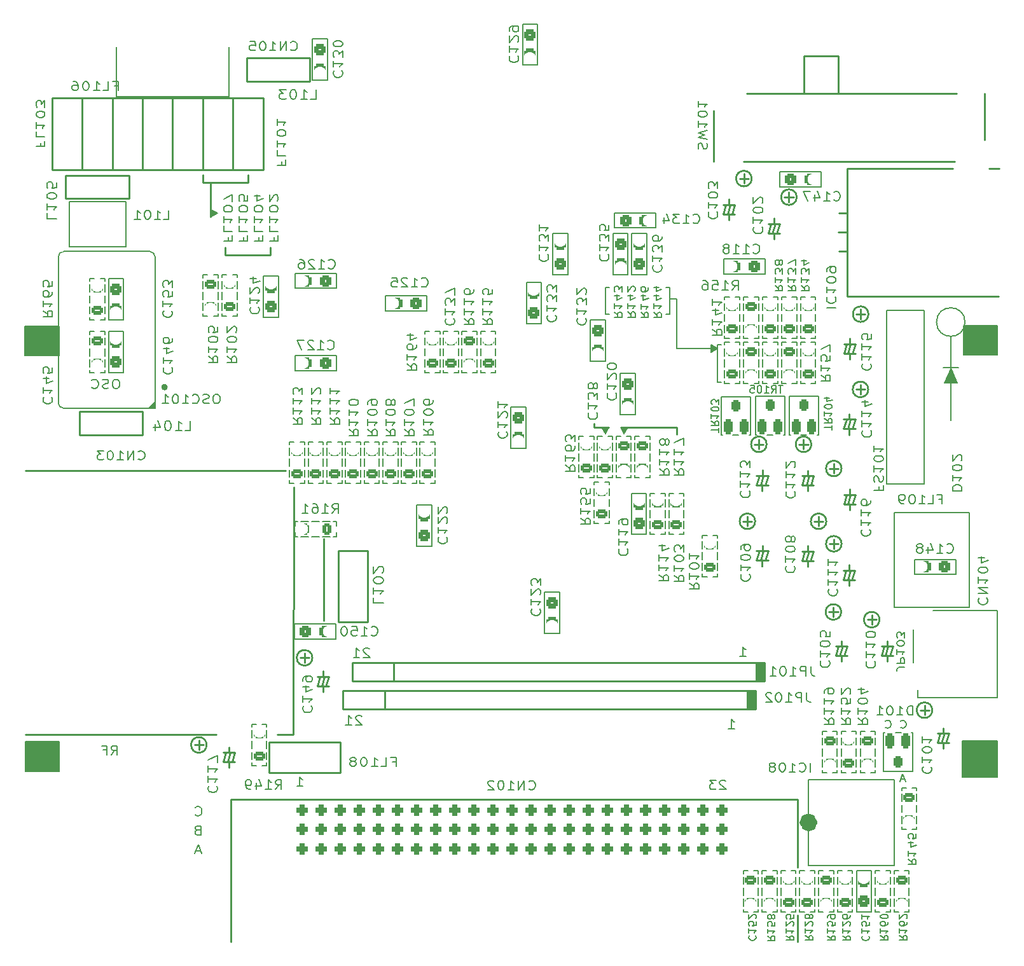
<source format=gbo>
G04 #@! TF.GenerationSoftware,KiCad,Pcbnew,7.0.7*
G04 #@! TF.CreationDate,2023-09-18T10:01:12+02:00*
G04 #@! TF.ProjectId,PCE,5043452e-6b69-4636-9164-5f7063625858,rev?*
G04 #@! TF.SameCoordinates,Original*
G04 #@! TF.FileFunction,Legend,Bot*
G04 #@! TF.FilePolarity,Positive*
%FSLAX46Y46*%
G04 Gerber Fmt 4.6, Leading zero omitted, Abs format (unit mm)*
G04 Created by KiCad (PCBNEW 7.0.7) date 2023-09-18 10:01:12*
%MOMM*%
%LPD*%
G01*
G04 APERTURE LIST*
G04 Aperture macros list*
%AMRoundRect*
0 Rectangle with rounded corners*
0 $1 Rounding radius*
0 $2 $3 $4 $5 $6 $7 $8 $9 X,Y pos of 4 corners*
0 Add a 4 corners polygon primitive as box body*
4,1,4,$2,$3,$4,$5,$6,$7,$8,$9,$2,$3,0*
0 Add four circle primitives for the rounded corners*
1,1,$1+$1,$2,$3*
1,1,$1+$1,$4,$5*
1,1,$1+$1,$6,$7*
1,1,$1+$1,$8,$9*
0 Add four rect primitives between the rounded corners*
20,1,$1+$1,$2,$3,$4,$5,0*
20,1,$1+$1,$4,$5,$6,$7,0*
20,1,$1+$1,$6,$7,$8,$9,0*
20,1,$1+$1,$8,$9,$2,$3,0*%
G04 Aperture macros list end*
%ADD10C,0.150000*%
%ADD11C,0.250000*%
%ADD12C,0.200000*%
%ADD13C,0.175000*%
%ADD14C,0.100000*%
%ADD15C,0.453113*%
%ADD16C,1.201136*%
%ADD17C,0.000000*%
%ADD18C,1.075000*%
%ADD19C,2.000000*%
%ADD20C,0.600000*%
%ADD21C,0.750000*%
%ADD22C,2.000000*%
%ADD23C,3.500000*%
%ADD24C,3.000000*%
%ADD25O,1.700000X1.700000*%
%ADD26C,6.000000*%
%ADD27C,1.900000*%
%ADD28C,2.300000*%
%ADD29C,1.600000*%
%ADD30C,1.500000*%
%ADD31C,4.000000*%
%ADD32RoundRect,0.375000X-0.375000X-0.375000X0.375000X-0.375000X0.375000X0.375000X-0.375000X0.375000X0*%
%ADD33R,2.500000X5.000000*%
%ADD34R,4.400000X3.000000*%
%ADD35R,3.000000X5.000000*%
%ADD36O,1.600000X2.400000*%
%ADD37RoundRect,0.250000X0.550000X-0.325000X0.550000X0.325000X-0.550000X0.325000X-0.550000X-0.325000X0*%
%ADD38RoundRect,0.326087X0.473913X-0.423913X0.473913X0.423913X-0.473913X0.423913X-0.473913X-0.423913X0*%
%ADD39RoundRect,0.326087X-0.473913X0.423913X-0.473913X-0.423913X0.473913X-0.423913X0.473913X0.423913X0*%
%ADD40RoundRect,0.326087X0.423913X0.473913X-0.423913X0.473913X-0.423913X-0.473913X0.423913X-0.473913X0*%
%ADD41RoundRect,0.250000X-0.550000X0.325000X-0.550000X-0.325000X0.550000X-0.325000X0.550000X0.325000X0*%
%ADD42RoundRect,0.300000X0.300000X-0.500000X0.300000X0.500000X-0.300000X0.500000X-0.300000X-0.500000X0*%
%ADD43RoundRect,0.300000X0.300000X-0.700000X0.300000X0.700000X-0.300000X0.700000X-0.300000X-0.700000X0*%
%ADD44RoundRect,0.326087X-0.423913X-0.473913X0.423913X-0.473913X0.423913X0.473913X-0.423913X0.473913X0*%
%ADD45RoundRect,0.250000X0.325000X0.550000X-0.325000X0.550000X-0.325000X-0.550000X0.325000X-0.550000X0*%
%ADD46RoundRect,0.300000X-0.300000X0.700000X-0.300000X-0.700000X0.300000X-0.700000X0.300000X0.700000X0*%
%ADD47RoundRect,0.300000X-0.300000X0.500000X-0.300000X-0.500000X0.300000X-0.500000X0.300000X0.500000X0*%
G04 APERTURE END LIST*
D10*
X164570000Y-69000000D02*
X164570000Y-72500000D01*
D11*
X199554456Y-72525000D02*
G75*
G03*
X199554456Y-72525000I-1034456J0D01*
G01*
X111454456Y-129875000D02*
G75*
G03*
X111454456Y-129875000I-1034456J0D01*
G01*
X124495000Y-118915000D02*
X124495000Y-117635000D01*
D10*
X173070000Y-69000000D02*
X172610000Y-69000000D01*
D11*
X189595000Y-56950000D02*
X188975000Y-56950000D01*
X188385000Y-56950000D02*
X188975000Y-56950000D01*
X199529456Y-82550000D02*
G75*
G03*
X199529456Y-82550000I-1034456J0D01*
G01*
X208054456Y-125250000D02*
G75*
G03*
X208054456Y-125250000I-1034456J0D01*
G01*
X199995000Y-113840000D02*
X199995000Y-112560000D01*
X110420000Y-130515000D02*
X110420000Y-129235000D01*
X116992400Y-55016400D02*
X116992400Y-54000400D01*
X199405000Y-113200000D02*
X199995000Y-113200000D01*
X190920000Y-90490000D02*
X190920000Y-89210000D01*
X182385000Y-54475000D02*
X182975000Y-54475000D01*
D10*
X173070000Y-72500000D02*
X173070000Y-69000000D01*
D11*
X190009456Y-56950000D02*
G75*
G03*
X190009456Y-56950000I-1034456J0D01*
G01*
X195565000Y-103100000D02*
X194945000Y-103100000D01*
D10*
X87275000Y-74150000D02*
X91825000Y-74150000D01*
X91825000Y-78050000D01*
X87275000Y-78050000D01*
X87275000Y-74150000D01*
G36*
X87275000Y-74150000D02*
G01*
X91825000Y-74150000D01*
X91825000Y-78050000D01*
X87275000Y-78050000D01*
X87275000Y-74150000D01*
G37*
X174020000Y-77070000D02*
X174020000Y-70500000D01*
D11*
X184065000Y-100100000D02*
X183445000Y-100100000D01*
X193540000Y-100100000D02*
X192920000Y-100100000D01*
X119894400Y-64633000D02*
X119894400Y-63617000D01*
D10*
X164570000Y-72500000D02*
X165030000Y-72500000D01*
D11*
X194945000Y-103740000D02*
X194945000Y-102460000D01*
X109830000Y-129875000D02*
X110420000Y-129875000D01*
X110998000Y-55016400D02*
X110998000Y-54000400D01*
X200615000Y-113200000D02*
X199995000Y-113200000D01*
X184970000Y-90490000D02*
X184970000Y-89210000D01*
X183595000Y-54475000D02*
X182975000Y-54475000D01*
X191540000Y-89850000D02*
X190920000Y-89850000D01*
X199115000Y-82550000D02*
X198495000Y-82550000D01*
X206430000Y-125250000D02*
X207020000Y-125250000D01*
D10*
X112866502Y-59086086D02*
X112016502Y-59586086D01*
X112016502Y-58606086D01*
X112866502Y-59086086D01*
G36*
X112866502Y-59086086D02*
G01*
X112016502Y-59586086D01*
X112016502Y-58606086D01*
X112866502Y-59086086D01*
G37*
D11*
X184380000Y-89850000D02*
X184970000Y-89850000D01*
X195979456Y-103100000D02*
G75*
G03*
X195979456Y-103100000I-1034456J0D01*
G01*
D10*
X179480000Y-77070000D02*
X174020000Y-77070000D01*
D11*
X192330000Y-100100000D02*
X192920000Y-100100000D01*
X207640000Y-125250000D02*
X207020000Y-125250000D01*
D10*
X164518400Y-88457102D02*
X164018400Y-87607102D01*
X164998400Y-87607102D01*
X164518400Y-88457102D01*
G36*
X164518400Y-88457102D02*
G01*
X164018400Y-87607102D01*
X164998400Y-87607102D01*
X164518400Y-88457102D01*
G37*
D11*
X113900000Y-64633000D02*
X119894400Y-64633000D01*
X194305000Y-112175000D02*
X194895000Y-112175000D01*
X199140000Y-72525000D02*
X198520000Y-72525000D01*
D10*
X179480000Y-77070000D02*
X179480000Y-81550000D01*
D11*
X186004456Y-89850000D02*
G75*
G03*
X186004456Y-89850000I-1034456J0D01*
G01*
D10*
X179480000Y-76580000D02*
X179480000Y-77070000D01*
D11*
X198495000Y-83190000D02*
X198495000Y-81910000D01*
X113900000Y-64633000D02*
X113900000Y-63617000D01*
D10*
X164570000Y-69000000D02*
X165030000Y-69000000D01*
D11*
X125529456Y-118275000D02*
G75*
G03*
X125529456Y-118275000I-1034456J0D01*
G01*
X201029456Y-113200000D02*
G75*
G03*
X201029456Y-113200000I-1034456J0D01*
G01*
X174040800Y-87579200D02*
X166598600Y-87579200D01*
X123905000Y-118275000D02*
X124495000Y-118275000D01*
D10*
X167050114Y-88457102D02*
X166550114Y-87607102D01*
X167530114Y-87607102D01*
X167050114Y-88457102D01*
G36*
X167050114Y-88457102D02*
G01*
X166550114Y-87607102D01*
X167530114Y-87607102D01*
X167050114Y-88457102D01*
G37*
X212200000Y-74075000D02*
X216750000Y-74075000D01*
X216750000Y-77975000D01*
X212200000Y-77975000D01*
X212200000Y-74075000D01*
G36*
X212200000Y-74075000D02*
G01*
X216750000Y-74075000D01*
X216750000Y-77975000D01*
X212200000Y-77975000D01*
X212200000Y-74075000D01*
G37*
D11*
X197930000Y-72525000D02*
X198520000Y-72525000D01*
X162991800Y-87096600D02*
X162991800Y-87579200D01*
D10*
X179480000Y-76580000D02*
X179940000Y-76580000D01*
D11*
X197905000Y-82550000D02*
X198495000Y-82550000D01*
X185590000Y-89850000D02*
X184970000Y-89850000D01*
X111040000Y-129875000D02*
X110420000Y-129875000D01*
X207020000Y-125890000D02*
X207020000Y-124610000D01*
X174040800Y-87579200D02*
X174040800Y-88493600D01*
X182975000Y-55115000D02*
X182975000Y-53835000D01*
X192920000Y-100740000D02*
X192920000Y-99460000D01*
X195515000Y-112175000D02*
X194895000Y-112175000D01*
X190330000Y-89850000D02*
X190920000Y-89850000D01*
X198520000Y-73165000D02*
X198520000Y-71885000D01*
X183445000Y-100740000D02*
X183445000Y-99460000D01*
D10*
X179480000Y-81550000D02*
X179940000Y-81550000D01*
X174020000Y-70500000D02*
X173070000Y-70500000D01*
D11*
X125115000Y-118275000D02*
X124495000Y-118275000D01*
X184479456Y-100100000D02*
G75*
G03*
X184479456Y-100100000I-1034456J0D01*
G01*
X184009456Y-54475000D02*
G75*
G03*
X184009456Y-54475000I-1034456J0D01*
G01*
X193954456Y-100100000D02*
G75*
G03*
X193954456Y-100100000I-1034456J0D01*
G01*
X194945000Y-93715000D02*
X194945000Y-92435000D01*
X195929456Y-112175000D02*
G75*
G03*
X195929456Y-112175000I-1034456J0D01*
G01*
X195979456Y-93075000D02*
G75*
G03*
X195979456Y-93075000I-1034456J0D01*
G01*
X194355000Y-93075000D02*
X194945000Y-93075000D01*
D10*
X173070000Y-72500000D02*
X172610000Y-72500000D01*
X179480000Y-77070000D02*
X178630000Y-77570000D01*
X178630000Y-76590000D01*
X179480000Y-77070000D01*
G36*
X179480000Y-77070000D02*
G01*
X178630000Y-77570000D01*
X178630000Y-76590000D01*
X179480000Y-77070000D01*
G37*
D11*
X110998000Y-55016400D02*
X116992400Y-55016400D01*
X182855000Y-100100000D02*
X183445000Y-100100000D01*
D10*
X87300000Y-129425000D02*
X91850000Y-129425000D01*
X91850000Y-133375000D01*
X87300000Y-133375000D01*
X87300000Y-129425000D01*
G36*
X87300000Y-129425000D02*
G01*
X91850000Y-129425000D01*
X91850000Y-133375000D01*
X87300000Y-133375000D01*
X87300000Y-129425000D01*
G37*
X212050000Y-129350000D02*
X216750000Y-129350000D01*
X216750000Y-134200000D01*
X212050000Y-134200000D01*
X212050000Y-129350000D01*
G36*
X212050000Y-129350000D02*
G01*
X216750000Y-129350000D01*
X216750000Y-134200000D01*
X212050000Y-134200000D01*
X212050000Y-129350000D01*
G37*
D11*
X191954456Y-89850000D02*
G75*
G03*
X191954456Y-89850000I-1034456J0D01*
G01*
X194355000Y-103100000D02*
X194945000Y-103100000D01*
X188975000Y-57590000D02*
X188975000Y-56310000D01*
X195565000Y-93075000D02*
X194945000Y-93075000D01*
X164973000Y-87579200D02*
X163017200Y-87579200D01*
X111988600Y-55016400D02*
X111988600Y-59537600D01*
X194895000Y-112815000D02*
X194895000Y-111535000D01*
D12*
X99518422Y-81217742D02*
X99251755Y-81217742D01*
X99251755Y-81217742D02*
X99118422Y-81274885D01*
X99118422Y-81274885D02*
X98985088Y-81389171D01*
X98985088Y-81389171D02*
X98918422Y-81617742D01*
X98918422Y-81617742D02*
X98918422Y-82017742D01*
X98918422Y-82017742D02*
X98985088Y-82246314D01*
X98985088Y-82246314D02*
X99118422Y-82360600D01*
X99118422Y-82360600D02*
X99251755Y-82417742D01*
X99251755Y-82417742D02*
X99518422Y-82417742D01*
X99518422Y-82417742D02*
X99651755Y-82360600D01*
X99651755Y-82360600D02*
X99785088Y-82246314D01*
X99785088Y-82246314D02*
X99851755Y-82017742D01*
X99851755Y-82017742D02*
X99851755Y-81617742D01*
X99851755Y-81617742D02*
X99785088Y-81389171D01*
X99785088Y-81389171D02*
X99651755Y-81274885D01*
X99651755Y-81274885D02*
X99518422Y-81217742D01*
X98385088Y-82360600D02*
X98185088Y-82417742D01*
X98185088Y-82417742D02*
X97851755Y-82417742D01*
X97851755Y-82417742D02*
X97718421Y-82360600D01*
X97718421Y-82360600D02*
X97651755Y-82303457D01*
X97651755Y-82303457D02*
X97585088Y-82189171D01*
X97585088Y-82189171D02*
X97585088Y-82074885D01*
X97585088Y-82074885D02*
X97651755Y-81960600D01*
X97651755Y-81960600D02*
X97718421Y-81903457D01*
X97718421Y-81903457D02*
X97851755Y-81846314D01*
X97851755Y-81846314D02*
X98118421Y-81789171D01*
X98118421Y-81789171D02*
X98251755Y-81732028D01*
X98251755Y-81732028D02*
X98318421Y-81674885D01*
X98318421Y-81674885D02*
X98385088Y-81560600D01*
X98385088Y-81560600D02*
X98385088Y-81446314D01*
X98385088Y-81446314D02*
X98318421Y-81332028D01*
X98318421Y-81332028D02*
X98251755Y-81274885D01*
X98251755Y-81274885D02*
X98118421Y-81217742D01*
X98118421Y-81217742D02*
X97785088Y-81217742D01*
X97785088Y-81217742D02*
X97585088Y-81274885D01*
X96185088Y-82303457D02*
X96251755Y-82360600D01*
X96251755Y-82360600D02*
X96451755Y-82417742D01*
X96451755Y-82417742D02*
X96585088Y-82417742D01*
X96585088Y-82417742D02*
X96785088Y-82360600D01*
X96785088Y-82360600D02*
X96918422Y-82246314D01*
X96918422Y-82246314D02*
X96985088Y-82132028D01*
X96985088Y-82132028D02*
X97051755Y-81903457D01*
X97051755Y-81903457D02*
X97051755Y-81732028D01*
X97051755Y-81732028D02*
X96985088Y-81503457D01*
X96985088Y-81503457D02*
X96918422Y-81389171D01*
X96918422Y-81389171D02*
X96785088Y-81274885D01*
X96785088Y-81274885D02*
X96585088Y-81217742D01*
X96585088Y-81217742D02*
X96451755Y-81217742D01*
X96451755Y-81217742D02*
X96251755Y-81274885D01*
X96251755Y-81274885D02*
X96185088Y-81332028D01*
X198707223Y-101198688D02*
X198647700Y-101265355D01*
X198647700Y-101265355D02*
X198588176Y-101465355D01*
X198588176Y-101465355D02*
X198588176Y-101598688D01*
X198588176Y-101598688D02*
X198647700Y-101798688D01*
X198647700Y-101798688D02*
X198766747Y-101932022D01*
X198766747Y-101932022D02*
X198885795Y-101998688D01*
X198885795Y-101998688D02*
X199123890Y-102065355D01*
X199123890Y-102065355D02*
X199302461Y-102065355D01*
X199302461Y-102065355D02*
X199540557Y-101998688D01*
X199540557Y-101998688D02*
X199659604Y-101932022D01*
X199659604Y-101932022D02*
X199778652Y-101798688D01*
X199778652Y-101798688D02*
X199838176Y-101598688D01*
X199838176Y-101598688D02*
X199838176Y-101465355D01*
X199838176Y-101465355D02*
X199778652Y-101265355D01*
X199778652Y-101265355D02*
X199719128Y-101198688D01*
X198588176Y-99865355D02*
X198588176Y-100665355D01*
X198588176Y-100265355D02*
X199838176Y-100265355D01*
X199838176Y-100265355D02*
X199659604Y-100398688D01*
X199659604Y-100398688D02*
X199540557Y-100532022D01*
X199540557Y-100532022D02*
X199481033Y-100665355D01*
X198588176Y-98532022D02*
X198588176Y-99332022D01*
X198588176Y-98932022D02*
X199838176Y-98932022D01*
X199838176Y-98932022D02*
X199659604Y-99065355D01*
X199659604Y-99065355D02*
X199540557Y-99198689D01*
X199540557Y-99198689D02*
X199481033Y-99332022D01*
X199838176Y-97332022D02*
X199838176Y-97598689D01*
X199838176Y-97598689D02*
X199778652Y-97732022D01*
X199778652Y-97732022D02*
X199719128Y-97798689D01*
X199719128Y-97798689D02*
X199540557Y-97932022D01*
X199540557Y-97932022D02*
X199302461Y-97998689D01*
X199302461Y-97998689D02*
X198826271Y-97998689D01*
X198826271Y-97998689D02*
X198707223Y-97932022D01*
X198707223Y-97932022D02*
X198647700Y-97865356D01*
X198647700Y-97865356D02*
X198588176Y-97732022D01*
X198588176Y-97732022D02*
X198588176Y-97465356D01*
X198588176Y-97465356D02*
X198647700Y-97332022D01*
X198647700Y-97332022D02*
X198707223Y-97265356D01*
X198707223Y-97265356D02*
X198826271Y-97198689D01*
X198826271Y-97198689D02*
X199123890Y-97198689D01*
X199123890Y-97198689D02*
X199242938Y-97265356D01*
X199242938Y-97265356D02*
X199302461Y-97332022D01*
X199302461Y-97332022D02*
X199361985Y-97465356D01*
X199361985Y-97465356D02*
X199361985Y-97732022D01*
X199361985Y-97732022D02*
X199302461Y-97865356D01*
X199302461Y-97865356D02*
X199242938Y-97932022D01*
X199242938Y-97932022D02*
X199123890Y-97998689D01*
X114342319Y-62282679D02*
X114342319Y-62782679D01*
X113739938Y-62782679D02*
X114889938Y-62782679D01*
X114889938Y-62782679D02*
X114889938Y-62068393D01*
X113739938Y-60782679D02*
X113739938Y-61496965D01*
X113739938Y-61496965D02*
X114889938Y-61496965D01*
X113739938Y-59496964D02*
X113739938Y-60354107D01*
X113739938Y-59925536D02*
X114889938Y-59925536D01*
X114889938Y-59925536D02*
X114725652Y-60068393D01*
X114725652Y-60068393D02*
X114616128Y-60211250D01*
X114616128Y-60211250D02*
X114561366Y-60354107D01*
X114889938Y-58568393D02*
X114889938Y-58425536D01*
X114889938Y-58425536D02*
X114835176Y-58282679D01*
X114835176Y-58282679D02*
X114780414Y-58211251D01*
X114780414Y-58211251D02*
X114670890Y-58139822D01*
X114670890Y-58139822D02*
X114451842Y-58068393D01*
X114451842Y-58068393D02*
X114178033Y-58068393D01*
X114178033Y-58068393D02*
X113958985Y-58139822D01*
X113958985Y-58139822D02*
X113849461Y-58211251D01*
X113849461Y-58211251D02*
X113794700Y-58282679D01*
X113794700Y-58282679D02*
X113739938Y-58425536D01*
X113739938Y-58425536D02*
X113739938Y-58568393D01*
X113739938Y-58568393D02*
X113794700Y-58711251D01*
X113794700Y-58711251D02*
X113849461Y-58782679D01*
X113849461Y-58782679D02*
X113958985Y-58854108D01*
X113958985Y-58854108D02*
X114178033Y-58925536D01*
X114178033Y-58925536D02*
X114451842Y-58925536D01*
X114451842Y-58925536D02*
X114670890Y-58854108D01*
X114670890Y-58854108D02*
X114780414Y-58782679D01*
X114780414Y-58782679D02*
X114835176Y-58711251D01*
X114835176Y-58711251D02*
X114889938Y-58568393D01*
X114889938Y-57568394D02*
X114889938Y-56568394D01*
X114889938Y-56568394D02*
X113739938Y-57211251D01*
X188659941Y-106065688D02*
X188600418Y-106132355D01*
X188600418Y-106132355D02*
X188540894Y-106332355D01*
X188540894Y-106332355D02*
X188540894Y-106465688D01*
X188540894Y-106465688D02*
X188600418Y-106665688D01*
X188600418Y-106665688D02*
X188719465Y-106799022D01*
X188719465Y-106799022D02*
X188838513Y-106865688D01*
X188838513Y-106865688D02*
X189076608Y-106932355D01*
X189076608Y-106932355D02*
X189255179Y-106932355D01*
X189255179Y-106932355D02*
X189493275Y-106865688D01*
X189493275Y-106865688D02*
X189612322Y-106799022D01*
X189612322Y-106799022D02*
X189731370Y-106665688D01*
X189731370Y-106665688D02*
X189790894Y-106465688D01*
X189790894Y-106465688D02*
X189790894Y-106332355D01*
X189790894Y-106332355D02*
X189731370Y-106132355D01*
X189731370Y-106132355D02*
X189671846Y-106065688D01*
X188540894Y-104732355D02*
X188540894Y-105532355D01*
X188540894Y-105132355D02*
X189790894Y-105132355D01*
X189790894Y-105132355D02*
X189612322Y-105265688D01*
X189612322Y-105265688D02*
X189493275Y-105399022D01*
X189493275Y-105399022D02*
X189433751Y-105532355D01*
X189790894Y-103865689D02*
X189790894Y-103732355D01*
X189790894Y-103732355D02*
X189731370Y-103599022D01*
X189731370Y-103599022D02*
X189671846Y-103532355D01*
X189671846Y-103532355D02*
X189552798Y-103465689D01*
X189552798Y-103465689D02*
X189314703Y-103399022D01*
X189314703Y-103399022D02*
X189017084Y-103399022D01*
X189017084Y-103399022D02*
X188778989Y-103465689D01*
X188778989Y-103465689D02*
X188659941Y-103532355D01*
X188659941Y-103532355D02*
X188600418Y-103599022D01*
X188600418Y-103599022D02*
X188540894Y-103732355D01*
X188540894Y-103732355D02*
X188540894Y-103865689D01*
X188540894Y-103865689D02*
X188600418Y-103999022D01*
X188600418Y-103999022D02*
X188659941Y-104065689D01*
X188659941Y-104065689D02*
X188778989Y-104132355D01*
X188778989Y-104132355D02*
X189017084Y-104199022D01*
X189017084Y-104199022D02*
X189314703Y-104199022D01*
X189314703Y-104199022D02*
X189552798Y-104132355D01*
X189552798Y-104132355D02*
X189671846Y-104065689D01*
X189671846Y-104065689D02*
X189731370Y-103999022D01*
X189731370Y-103999022D02*
X189790894Y-103865689D01*
X189255179Y-102599022D02*
X189314703Y-102732356D01*
X189314703Y-102732356D02*
X189374227Y-102799022D01*
X189374227Y-102799022D02*
X189493275Y-102865689D01*
X189493275Y-102865689D02*
X189552798Y-102865689D01*
X189552798Y-102865689D02*
X189671846Y-102799022D01*
X189671846Y-102799022D02*
X189731370Y-102732356D01*
X189731370Y-102732356D02*
X189790894Y-102599022D01*
X189790894Y-102599022D02*
X189790894Y-102332356D01*
X189790894Y-102332356D02*
X189731370Y-102199022D01*
X189731370Y-102199022D02*
X189671846Y-102132356D01*
X189671846Y-102132356D02*
X189552798Y-102065689D01*
X189552798Y-102065689D02*
X189493275Y-102065689D01*
X189493275Y-102065689D02*
X189374227Y-102132356D01*
X189374227Y-102132356D02*
X189314703Y-102199022D01*
X189314703Y-102199022D02*
X189255179Y-102332356D01*
X189255179Y-102332356D02*
X189255179Y-102599022D01*
X189255179Y-102599022D02*
X189195656Y-102732356D01*
X189195656Y-102732356D02*
X189136132Y-102799022D01*
X189136132Y-102799022D02*
X189017084Y-102865689D01*
X189017084Y-102865689D02*
X188778989Y-102865689D01*
X188778989Y-102865689D02*
X188659941Y-102799022D01*
X188659941Y-102799022D02*
X188600418Y-102732356D01*
X188600418Y-102732356D02*
X188540894Y-102599022D01*
X188540894Y-102599022D02*
X188540894Y-102332356D01*
X188540894Y-102332356D02*
X188600418Y-102199022D01*
X188600418Y-102199022D02*
X188659941Y-102132356D01*
X188659941Y-102132356D02*
X188778989Y-102065689D01*
X188778989Y-102065689D02*
X189017084Y-102065689D01*
X189017084Y-102065689D02*
X189136132Y-102132356D01*
X189136132Y-102132356D02*
X189195656Y-102199022D01*
X189195656Y-102199022D02*
X189255179Y-102332356D01*
X118380919Y-62282679D02*
X118380919Y-62782679D01*
X117778538Y-62782679D02*
X118928538Y-62782679D01*
X118928538Y-62782679D02*
X118928538Y-62068393D01*
X117778538Y-60782679D02*
X117778538Y-61496965D01*
X117778538Y-61496965D02*
X118928538Y-61496965D01*
X117778538Y-59496964D02*
X117778538Y-60354107D01*
X117778538Y-59925536D02*
X118928538Y-59925536D01*
X118928538Y-59925536D02*
X118764252Y-60068393D01*
X118764252Y-60068393D02*
X118654728Y-60211250D01*
X118654728Y-60211250D02*
X118599966Y-60354107D01*
X118928538Y-58568393D02*
X118928538Y-58425536D01*
X118928538Y-58425536D02*
X118873776Y-58282679D01*
X118873776Y-58282679D02*
X118819014Y-58211251D01*
X118819014Y-58211251D02*
X118709490Y-58139822D01*
X118709490Y-58139822D02*
X118490442Y-58068393D01*
X118490442Y-58068393D02*
X118216633Y-58068393D01*
X118216633Y-58068393D02*
X117997585Y-58139822D01*
X117997585Y-58139822D02*
X117888061Y-58211251D01*
X117888061Y-58211251D02*
X117833300Y-58282679D01*
X117833300Y-58282679D02*
X117778538Y-58425536D01*
X117778538Y-58425536D02*
X117778538Y-58568393D01*
X117778538Y-58568393D02*
X117833300Y-58711251D01*
X117833300Y-58711251D02*
X117888061Y-58782679D01*
X117888061Y-58782679D02*
X117997585Y-58854108D01*
X117997585Y-58854108D02*
X118216633Y-58925536D01*
X118216633Y-58925536D02*
X118490442Y-58925536D01*
X118490442Y-58925536D02*
X118709490Y-58854108D01*
X118709490Y-58854108D02*
X118819014Y-58782679D01*
X118819014Y-58782679D02*
X118873776Y-58711251D01*
X118873776Y-58711251D02*
X118928538Y-58568393D01*
X118545204Y-56782680D02*
X117778538Y-56782680D01*
X118983300Y-57139822D02*
X118161871Y-57496965D01*
X118161871Y-57496965D02*
X118161871Y-56568394D01*
X208891666Y-97138111D02*
X209358332Y-97138111D01*
X209358332Y-97792873D02*
X209358332Y-96542873D01*
X209358332Y-96542873D02*
X208691666Y-96542873D01*
X207491666Y-97792873D02*
X208158332Y-97792873D01*
X208158332Y-97792873D02*
X208158332Y-96542873D01*
X206291666Y-97792873D02*
X207091666Y-97792873D01*
X206691666Y-97792873D02*
X206691666Y-96542873D01*
X206691666Y-96542873D02*
X206824999Y-96721445D01*
X206824999Y-96721445D02*
X206958333Y-96840492D01*
X206958333Y-96840492D02*
X207091666Y-96900016D01*
X205425000Y-96542873D02*
X205291666Y-96542873D01*
X205291666Y-96542873D02*
X205158333Y-96602397D01*
X205158333Y-96602397D02*
X205091666Y-96661921D01*
X205091666Y-96661921D02*
X205025000Y-96780969D01*
X205025000Y-96780969D02*
X204958333Y-97019064D01*
X204958333Y-97019064D02*
X204958333Y-97316683D01*
X204958333Y-97316683D02*
X205025000Y-97554778D01*
X205025000Y-97554778D02*
X205091666Y-97673826D01*
X205091666Y-97673826D02*
X205158333Y-97733350D01*
X205158333Y-97733350D02*
X205291666Y-97792873D01*
X205291666Y-97792873D02*
X205425000Y-97792873D01*
X205425000Y-97792873D02*
X205558333Y-97733350D01*
X205558333Y-97733350D02*
X205625000Y-97673826D01*
X205625000Y-97673826D02*
X205691666Y-97554778D01*
X205691666Y-97554778D02*
X205758333Y-97316683D01*
X205758333Y-97316683D02*
X205758333Y-97019064D01*
X205758333Y-97019064D02*
X205691666Y-96780969D01*
X205691666Y-96780969D02*
X205625000Y-96661921D01*
X205625000Y-96661921D02*
X205558333Y-96602397D01*
X205558333Y-96602397D02*
X205425000Y-96542873D01*
X204291667Y-97792873D02*
X204025000Y-97792873D01*
X204025000Y-97792873D02*
X203891667Y-97733350D01*
X203891667Y-97733350D02*
X203825000Y-97673826D01*
X203825000Y-97673826D02*
X203691667Y-97495254D01*
X203691667Y-97495254D02*
X203625000Y-97257159D01*
X203625000Y-97257159D02*
X203625000Y-96780969D01*
X203625000Y-96780969D02*
X203691667Y-96661921D01*
X203691667Y-96661921D02*
X203758333Y-96602397D01*
X203758333Y-96602397D02*
X203891667Y-96542873D01*
X203891667Y-96542873D02*
X204158333Y-96542873D01*
X204158333Y-96542873D02*
X204291667Y-96602397D01*
X204291667Y-96602397D02*
X204358333Y-96661921D01*
X204358333Y-96661921D02*
X204425000Y-96780969D01*
X204425000Y-96780969D02*
X204425000Y-97078588D01*
X204425000Y-97078588D02*
X204358333Y-97197635D01*
X204358333Y-97197635D02*
X204291667Y-97257159D01*
X204291667Y-97257159D02*
X204158333Y-97316683D01*
X204158333Y-97316683D02*
X203891667Y-97316683D01*
X203891667Y-97316683D02*
X203758333Y-97257159D01*
X203758333Y-97257159D02*
X203691667Y-97197635D01*
X203691667Y-97197635D02*
X203625000Y-97078588D01*
X176938400Y-50550755D02*
X176881257Y-50350755D01*
X176881257Y-50350755D02*
X176881257Y-50017422D01*
X176881257Y-50017422D02*
X176938400Y-49884088D01*
X176938400Y-49884088D02*
X176995542Y-49817422D01*
X176995542Y-49817422D02*
X177109828Y-49750755D01*
X177109828Y-49750755D02*
X177224114Y-49750755D01*
X177224114Y-49750755D02*
X177338400Y-49817422D01*
X177338400Y-49817422D02*
X177395542Y-49884088D01*
X177395542Y-49884088D02*
X177452685Y-50017422D01*
X177452685Y-50017422D02*
X177509828Y-50284088D01*
X177509828Y-50284088D02*
X177566971Y-50417422D01*
X177566971Y-50417422D02*
X177624114Y-50484088D01*
X177624114Y-50484088D02*
X177738400Y-50550755D01*
X177738400Y-50550755D02*
X177852685Y-50550755D01*
X177852685Y-50550755D02*
X177966971Y-50484088D01*
X177966971Y-50484088D02*
X178024114Y-50417422D01*
X178024114Y-50417422D02*
X178081257Y-50284088D01*
X178081257Y-50284088D02*
X178081257Y-49950755D01*
X178081257Y-49950755D02*
X178024114Y-49750755D01*
X178081257Y-49284089D02*
X176881257Y-48950755D01*
X176881257Y-48950755D02*
X177738400Y-48684089D01*
X177738400Y-48684089D02*
X176881257Y-48417422D01*
X176881257Y-48417422D02*
X178081257Y-48084089D01*
X176881257Y-46817422D02*
X176881257Y-47617422D01*
X176881257Y-47217422D02*
X178081257Y-47217422D01*
X178081257Y-47217422D02*
X177909828Y-47350755D01*
X177909828Y-47350755D02*
X177795542Y-47484089D01*
X177795542Y-47484089D02*
X177738400Y-47617422D01*
X178081257Y-45950756D02*
X178081257Y-45817422D01*
X178081257Y-45817422D02*
X178024114Y-45684089D01*
X178024114Y-45684089D02*
X177966971Y-45617422D01*
X177966971Y-45617422D02*
X177852685Y-45550756D01*
X177852685Y-45550756D02*
X177624114Y-45484089D01*
X177624114Y-45484089D02*
X177338400Y-45484089D01*
X177338400Y-45484089D02*
X177109828Y-45550756D01*
X177109828Y-45550756D02*
X176995542Y-45617422D01*
X176995542Y-45617422D02*
X176938400Y-45684089D01*
X176938400Y-45684089D02*
X176881257Y-45817422D01*
X176881257Y-45817422D02*
X176881257Y-45950756D01*
X176881257Y-45950756D02*
X176938400Y-46084089D01*
X176938400Y-46084089D02*
X176995542Y-46150756D01*
X176995542Y-46150756D02*
X177109828Y-46217422D01*
X177109828Y-46217422D02*
X177338400Y-46284089D01*
X177338400Y-46284089D02*
X177624114Y-46284089D01*
X177624114Y-46284089D02*
X177852685Y-46217422D01*
X177852685Y-46217422D02*
X177966971Y-46150756D01*
X177966971Y-46150756D02*
X178024114Y-46084089D01*
X178024114Y-46084089D02*
X178081257Y-45950756D01*
X176881257Y-44150756D02*
X176881257Y-44950756D01*
X176881257Y-44550756D02*
X178081257Y-44550756D01*
X178081257Y-44550756D02*
X177909828Y-44684089D01*
X177909828Y-44684089D02*
X177795542Y-44817423D01*
X177795542Y-44817423D02*
X177738400Y-44950756D01*
X210760126Y-96041865D02*
X212010126Y-96041865D01*
X212010126Y-96041865D02*
X212010126Y-95708532D01*
X212010126Y-95708532D02*
X211950602Y-95508532D01*
X211950602Y-95508532D02*
X211831554Y-95375199D01*
X211831554Y-95375199D02*
X211712507Y-95308532D01*
X211712507Y-95308532D02*
X211474411Y-95241865D01*
X211474411Y-95241865D02*
X211295840Y-95241865D01*
X211295840Y-95241865D02*
X211057745Y-95308532D01*
X211057745Y-95308532D02*
X210938697Y-95375199D01*
X210938697Y-95375199D02*
X210819650Y-95508532D01*
X210819650Y-95508532D02*
X210760126Y-95708532D01*
X210760126Y-95708532D02*
X210760126Y-96041865D01*
X210760126Y-93908532D02*
X210760126Y-94708532D01*
X210760126Y-94308532D02*
X212010126Y-94308532D01*
X212010126Y-94308532D02*
X211831554Y-94441865D01*
X211831554Y-94441865D02*
X211712507Y-94575199D01*
X211712507Y-94575199D02*
X211652983Y-94708532D01*
X212010126Y-93041866D02*
X212010126Y-92908532D01*
X212010126Y-92908532D02*
X211950602Y-92775199D01*
X211950602Y-92775199D02*
X211891078Y-92708532D01*
X211891078Y-92708532D02*
X211772030Y-92641866D01*
X211772030Y-92641866D02*
X211533935Y-92575199D01*
X211533935Y-92575199D02*
X211236316Y-92575199D01*
X211236316Y-92575199D02*
X210998221Y-92641866D01*
X210998221Y-92641866D02*
X210879173Y-92708532D01*
X210879173Y-92708532D02*
X210819650Y-92775199D01*
X210819650Y-92775199D02*
X210760126Y-92908532D01*
X210760126Y-92908532D02*
X210760126Y-93041866D01*
X210760126Y-93041866D02*
X210819650Y-93175199D01*
X210819650Y-93175199D02*
X210879173Y-93241866D01*
X210879173Y-93241866D02*
X210998221Y-93308532D01*
X210998221Y-93308532D02*
X211236316Y-93375199D01*
X211236316Y-93375199D02*
X211533935Y-93375199D01*
X211533935Y-93375199D02*
X211772030Y-93308532D01*
X211772030Y-93308532D02*
X211891078Y-93241866D01*
X211891078Y-93241866D02*
X211950602Y-93175199D01*
X211950602Y-93175199D02*
X212010126Y-93041866D01*
X211891078Y-92041866D02*
X211950602Y-91975199D01*
X211950602Y-91975199D02*
X212010126Y-91841866D01*
X212010126Y-91841866D02*
X212010126Y-91508533D01*
X212010126Y-91508533D02*
X211950602Y-91375199D01*
X211950602Y-91375199D02*
X211891078Y-91308533D01*
X211891078Y-91308533D02*
X211772030Y-91241866D01*
X211772030Y-91241866D02*
X211652983Y-91241866D01*
X211652983Y-91241866D02*
X211474411Y-91308533D01*
X211474411Y-91308533D02*
X210760126Y-92108533D01*
X210760126Y-92108533D02*
X210760126Y-91241866D01*
X182426755Y-118061623D02*
X183226755Y-118061623D01*
X182826755Y-118061623D02*
X182826755Y-116811623D01*
X182826755Y-116811623D02*
X182960088Y-116990195D01*
X182960088Y-116990195D02*
X183093422Y-117109242D01*
X183093422Y-117109242D02*
X183226755Y-117168766D01*
X133126755Y-117080671D02*
X133060088Y-117021147D01*
X133060088Y-117021147D02*
X132926755Y-116961623D01*
X132926755Y-116961623D02*
X132593422Y-116961623D01*
X132593422Y-116961623D02*
X132460088Y-117021147D01*
X132460088Y-117021147D02*
X132393422Y-117080671D01*
X132393422Y-117080671D02*
X132326755Y-117199719D01*
X132326755Y-117199719D02*
X132326755Y-117318766D01*
X132326755Y-117318766D02*
X132393422Y-117497338D01*
X132393422Y-117497338D02*
X133193422Y-118211623D01*
X133193422Y-118211623D02*
X132326755Y-118211623D01*
X130993422Y-118211623D02*
X131793422Y-118211623D01*
X131393422Y-118211623D02*
X131393422Y-116961623D01*
X131393422Y-116961623D02*
X131526755Y-117140195D01*
X131526755Y-117140195D02*
X131660089Y-117259242D01*
X131660089Y-117259242D02*
X131793422Y-117318766D01*
X191910088Y-119411623D02*
X191910088Y-120304480D01*
X191910088Y-120304480D02*
X191976755Y-120483052D01*
X191976755Y-120483052D02*
X192110088Y-120602100D01*
X192110088Y-120602100D02*
X192310088Y-120661623D01*
X192310088Y-120661623D02*
X192443422Y-120661623D01*
X191243421Y-120661623D02*
X191243421Y-119411623D01*
X191243421Y-119411623D02*
X190710088Y-119411623D01*
X190710088Y-119411623D02*
X190576755Y-119471147D01*
X190576755Y-119471147D02*
X190510088Y-119530671D01*
X190510088Y-119530671D02*
X190443421Y-119649719D01*
X190443421Y-119649719D02*
X190443421Y-119828290D01*
X190443421Y-119828290D02*
X190510088Y-119947338D01*
X190510088Y-119947338D02*
X190576755Y-120006861D01*
X190576755Y-120006861D02*
X190710088Y-120066385D01*
X190710088Y-120066385D02*
X191243421Y-120066385D01*
X189110088Y-120661623D02*
X189910088Y-120661623D01*
X189510088Y-120661623D02*
X189510088Y-119411623D01*
X189510088Y-119411623D02*
X189643421Y-119590195D01*
X189643421Y-119590195D02*
X189776755Y-119709242D01*
X189776755Y-119709242D02*
X189910088Y-119768766D01*
X188243422Y-119411623D02*
X188110088Y-119411623D01*
X188110088Y-119411623D02*
X187976755Y-119471147D01*
X187976755Y-119471147D02*
X187910088Y-119530671D01*
X187910088Y-119530671D02*
X187843422Y-119649719D01*
X187843422Y-119649719D02*
X187776755Y-119887814D01*
X187776755Y-119887814D02*
X187776755Y-120185433D01*
X187776755Y-120185433D02*
X187843422Y-120423528D01*
X187843422Y-120423528D02*
X187910088Y-120542576D01*
X187910088Y-120542576D02*
X187976755Y-120602100D01*
X187976755Y-120602100D02*
X188110088Y-120661623D01*
X188110088Y-120661623D02*
X188243422Y-120661623D01*
X188243422Y-120661623D02*
X188376755Y-120602100D01*
X188376755Y-120602100D02*
X188443422Y-120542576D01*
X188443422Y-120542576D02*
X188510088Y-120423528D01*
X188510088Y-120423528D02*
X188576755Y-120185433D01*
X188576755Y-120185433D02*
X188576755Y-119887814D01*
X188576755Y-119887814D02*
X188510088Y-119649719D01*
X188510088Y-119649719D02*
X188443422Y-119530671D01*
X188443422Y-119530671D02*
X188376755Y-119471147D01*
X188376755Y-119471147D02*
X188243422Y-119411623D01*
X186443422Y-120661623D02*
X187243422Y-120661623D01*
X186843422Y-120661623D02*
X186843422Y-119411623D01*
X186843422Y-119411623D02*
X186976755Y-119590195D01*
X186976755Y-119590195D02*
X187110089Y-119709242D01*
X187110089Y-119709242D02*
X187243422Y-119768766D01*
X121454319Y-52198879D02*
X121454319Y-52698879D01*
X120851938Y-52698879D02*
X122001938Y-52698879D01*
X122001938Y-52698879D02*
X122001938Y-51984593D01*
X120851938Y-50698879D02*
X120851938Y-51413165D01*
X120851938Y-51413165D02*
X122001938Y-51413165D01*
X120851938Y-49413164D02*
X120851938Y-50270307D01*
X120851938Y-49841736D02*
X122001938Y-49841736D01*
X122001938Y-49841736D02*
X121837652Y-49984593D01*
X121837652Y-49984593D02*
X121728128Y-50127450D01*
X121728128Y-50127450D02*
X121673366Y-50270307D01*
X122001938Y-48484593D02*
X122001938Y-48341736D01*
X122001938Y-48341736D02*
X121947176Y-48198879D01*
X121947176Y-48198879D02*
X121892414Y-48127451D01*
X121892414Y-48127451D02*
X121782890Y-48056022D01*
X121782890Y-48056022D02*
X121563842Y-47984593D01*
X121563842Y-47984593D02*
X121290033Y-47984593D01*
X121290033Y-47984593D02*
X121070985Y-48056022D01*
X121070985Y-48056022D02*
X120961461Y-48127451D01*
X120961461Y-48127451D02*
X120906700Y-48198879D01*
X120906700Y-48198879D02*
X120851938Y-48341736D01*
X120851938Y-48341736D02*
X120851938Y-48484593D01*
X120851938Y-48484593D02*
X120906700Y-48627451D01*
X120906700Y-48627451D02*
X120961461Y-48698879D01*
X120961461Y-48698879D02*
X121070985Y-48770308D01*
X121070985Y-48770308D02*
X121290033Y-48841736D01*
X121290033Y-48841736D02*
X121563842Y-48841736D01*
X121563842Y-48841736D02*
X121782890Y-48770308D01*
X121782890Y-48770308D02*
X121892414Y-48698879D01*
X121892414Y-48698879D02*
X121947176Y-48627451D01*
X121947176Y-48627451D02*
X122001938Y-48484593D01*
X120851938Y-46556022D02*
X120851938Y-47413165D01*
X120851938Y-46984594D02*
X122001938Y-46984594D01*
X122001938Y-46984594D02*
X121837652Y-47127451D01*
X121837652Y-47127451D02*
X121728128Y-47270308D01*
X121728128Y-47270308D02*
X121673366Y-47413165D01*
X193983376Y-71685088D02*
X195233376Y-71685088D01*
X194102423Y-70218421D02*
X194042900Y-70285088D01*
X194042900Y-70285088D02*
X193983376Y-70485088D01*
X193983376Y-70485088D02*
X193983376Y-70618421D01*
X193983376Y-70618421D02*
X194042900Y-70818421D01*
X194042900Y-70818421D02*
X194161947Y-70951755D01*
X194161947Y-70951755D02*
X194280995Y-71018421D01*
X194280995Y-71018421D02*
X194519090Y-71085088D01*
X194519090Y-71085088D02*
X194697661Y-71085088D01*
X194697661Y-71085088D02*
X194935757Y-71018421D01*
X194935757Y-71018421D02*
X195054804Y-70951755D01*
X195054804Y-70951755D02*
X195173852Y-70818421D01*
X195173852Y-70818421D02*
X195233376Y-70618421D01*
X195233376Y-70618421D02*
X195233376Y-70485088D01*
X195233376Y-70485088D02*
X195173852Y-70285088D01*
X195173852Y-70285088D02*
X195114328Y-70218421D01*
X193983376Y-68885088D02*
X193983376Y-69685088D01*
X193983376Y-69285088D02*
X195233376Y-69285088D01*
X195233376Y-69285088D02*
X195054804Y-69418421D01*
X195054804Y-69418421D02*
X194935757Y-69551755D01*
X194935757Y-69551755D02*
X194876233Y-69685088D01*
X195233376Y-68018422D02*
X195233376Y-67885088D01*
X195233376Y-67885088D02*
X195173852Y-67751755D01*
X195173852Y-67751755D02*
X195114328Y-67685088D01*
X195114328Y-67685088D02*
X194995280Y-67618422D01*
X194995280Y-67618422D02*
X194757185Y-67551755D01*
X194757185Y-67551755D02*
X194459566Y-67551755D01*
X194459566Y-67551755D02*
X194221471Y-67618422D01*
X194221471Y-67618422D02*
X194102423Y-67685088D01*
X194102423Y-67685088D02*
X194042900Y-67751755D01*
X194042900Y-67751755D02*
X193983376Y-67885088D01*
X193983376Y-67885088D02*
X193983376Y-68018422D01*
X193983376Y-68018422D02*
X194042900Y-68151755D01*
X194042900Y-68151755D02*
X194102423Y-68218422D01*
X194102423Y-68218422D02*
X194221471Y-68285088D01*
X194221471Y-68285088D02*
X194459566Y-68351755D01*
X194459566Y-68351755D02*
X194757185Y-68351755D01*
X194757185Y-68351755D02*
X194995280Y-68285088D01*
X194995280Y-68285088D02*
X195114328Y-68218422D01*
X195114328Y-68218422D02*
X195173852Y-68151755D01*
X195173852Y-68151755D02*
X195233376Y-68018422D01*
X193983376Y-66885089D02*
X193983376Y-66618422D01*
X193983376Y-66618422D02*
X194042900Y-66485089D01*
X194042900Y-66485089D02*
X194102423Y-66418422D01*
X194102423Y-66418422D02*
X194280995Y-66285089D01*
X194280995Y-66285089D02*
X194519090Y-66218422D01*
X194519090Y-66218422D02*
X194995280Y-66218422D01*
X194995280Y-66218422D02*
X195114328Y-66285089D01*
X195114328Y-66285089D02*
X195173852Y-66351755D01*
X195173852Y-66351755D02*
X195233376Y-66485089D01*
X195233376Y-66485089D02*
X195233376Y-66751755D01*
X195233376Y-66751755D02*
X195173852Y-66885089D01*
X195173852Y-66885089D02*
X195114328Y-66951755D01*
X195114328Y-66951755D02*
X194995280Y-67018422D01*
X194995280Y-67018422D02*
X194697661Y-67018422D01*
X194697661Y-67018422D02*
X194578614Y-66951755D01*
X194578614Y-66951755D02*
X194519090Y-66885089D01*
X194519090Y-66885089D02*
X194459566Y-66751755D01*
X194459566Y-66751755D02*
X194459566Y-66485089D01*
X194459566Y-66485089D02*
X194519090Y-66351755D01*
X194519090Y-66351755D02*
X194578614Y-66285089D01*
X194578614Y-66285089D02*
X194697661Y-66218422D01*
X105716666Y-59894742D02*
X106383332Y-59894742D01*
X106383332Y-59894742D02*
X106383332Y-58694742D01*
X104516666Y-59894742D02*
X105316666Y-59894742D01*
X104916666Y-59894742D02*
X104916666Y-58694742D01*
X104916666Y-58694742D02*
X105049999Y-58866171D01*
X105049999Y-58866171D02*
X105183333Y-58980457D01*
X105183333Y-58980457D02*
X105316666Y-59037600D01*
X103650000Y-58694742D02*
X103516666Y-58694742D01*
X103516666Y-58694742D02*
X103383333Y-58751885D01*
X103383333Y-58751885D02*
X103316666Y-58809028D01*
X103316666Y-58809028D02*
X103250000Y-58923314D01*
X103250000Y-58923314D02*
X103183333Y-59151885D01*
X103183333Y-59151885D02*
X103183333Y-59437600D01*
X103183333Y-59437600D02*
X103250000Y-59666171D01*
X103250000Y-59666171D02*
X103316666Y-59780457D01*
X103316666Y-59780457D02*
X103383333Y-59837600D01*
X103383333Y-59837600D02*
X103516666Y-59894742D01*
X103516666Y-59894742D02*
X103650000Y-59894742D01*
X103650000Y-59894742D02*
X103783333Y-59837600D01*
X103783333Y-59837600D02*
X103850000Y-59780457D01*
X103850000Y-59780457D02*
X103916666Y-59666171D01*
X103916666Y-59666171D02*
X103983333Y-59437600D01*
X103983333Y-59437600D02*
X103983333Y-59151885D01*
X103983333Y-59151885D02*
X103916666Y-58923314D01*
X103916666Y-58923314D02*
X103850000Y-58809028D01*
X103850000Y-58809028D02*
X103783333Y-58751885D01*
X103783333Y-58751885D02*
X103650000Y-58694742D01*
X101850000Y-59894742D02*
X102650000Y-59894742D01*
X102250000Y-59894742D02*
X102250000Y-58694742D01*
X102250000Y-58694742D02*
X102383333Y-58866171D01*
X102383333Y-58866171D02*
X102516667Y-58980457D01*
X102516667Y-58980457D02*
X102650000Y-59037600D01*
X124362423Y-124695088D02*
X124302900Y-124761755D01*
X124302900Y-124761755D02*
X124243376Y-124961755D01*
X124243376Y-124961755D02*
X124243376Y-125095088D01*
X124243376Y-125095088D02*
X124302900Y-125295088D01*
X124302900Y-125295088D02*
X124421947Y-125428422D01*
X124421947Y-125428422D02*
X124540995Y-125495088D01*
X124540995Y-125495088D02*
X124779090Y-125561755D01*
X124779090Y-125561755D02*
X124957661Y-125561755D01*
X124957661Y-125561755D02*
X125195757Y-125495088D01*
X125195757Y-125495088D02*
X125314804Y-125428422D01*
X125314804Y-125428422D02*
X125433852Y-125295088D01*
X125433852Y-125295088D02*
X125493376Y-125095088D01*
X125493376Y-125095088D02*
X125493376Y-124961755D01*
X125493376Y-124961755D02*
X125433852Y-124761755D01*
X125433852Y-124761755D02*
X125374328Y-124695088D01*
X124243376Y-123361755D02*
X124243376Y-124161755D01*
X124243376Y-123761755D02*
X125493376Y-123761755D01*
X125493376Y-123761755D02*
X125314804Y-123895088D01*
X125314804Y-123895088D02*
X125195757Y-124028422D01*
X125195757Y-124028422D02*
X125136233Y-124161755D01*
X125076709Y-122161755D02*
X124243376Y-122161755D01*
X125552900Y-122495089D02*
X124660042Y-122828422D01*
X124660042Y-122828422D02*
X124660042Y-121961755D01*
X124243376Y-121361756D02*
X124243376Y-121095089D01*
X124243376Y-121095089D02*
X124302900Y-120961756D01*
X124302900Y-120961756D02*
X124362423Y-120895089D01*
X124362423Y-120895089D02*
X124540995Y-120761756D01*
X124540995Y-120761756D02*
X124779090Y-120695089D01*
X124779090Y-120695089D02*
X125255280Y-120695089D01*
X125255280Y-120695089D02*
X125374328Y-120761756D01*
X125374328Y-120761756D02*
X125433852Y-120828422D01*
X125433852Y-120828422D02*
X125493376Y-120961756D01*
X125493376Y-120961756D02*
X125493376Y-121228422D01*
X125493376Y-121228422D02*
X125433852Y-121361756D01*
X125433852Y-121361756D02*
X125374328Y-121428422D01*
X125374328Y-121428422D02*
X125255280Y-121495089D01*
X125255280Y-121495089D02*
X124957661Y-121495089D01*
X124957661Y-121495089D02*
X124838614Y-121428422D01*
X124838614Y-121428422D02*
X124779090Y-121361756D01*
X124779090Y-121361756D02*
X124719566Y-121228422D01*
X124719566Y-121228422D02*
X124719566Y-120961756D01*
X124719566Y-120961756D02*
X124779090Y-120828422D01*
X124779090Y-120828422D02*
X124838614Y-120761756D01*
X124838614Y-120761756D02*
X124957661Y-120695089D01*
X194332423Y-109135088D02*
X194272900Y-109201755D01*
X194272900Y-109201755D02*
X194213376Y-109401755D01*
X194213376Y-109401755D02*
X194213376Y-109535088D01*
X194213376Y-109535088D02*
X194272900Y-109735088D01*
X194272900Y-109735088D02*
X194391947Y-109868422D01*
X194391947Y-109868422D02*
X194510995Y-109935088D01*
X194510995Y-109935088D02*
X194749090Y-110001755D01*
X194749090Y-110001755D02*
X194927661Y-110001755D01*
X194927661Y-110001755D02*
X195165757Y-109935088D01*
X195165757Y-109935088D02*
X195284804Y-109868422D01*
X195284804Y-109868422D02*
X195403852Y-109735088D01*
X195403852Y-109735088D02*
X195463376Y-109535088D01*
X195463376Y-109535088D02*
X195463376Y-109401755D01*
X195463376Y-109401755D02*
X195403852Y-109201755D01*
X195403852Y-109201755D02*
X195344328Y-109135088D01*
X194213376Y-107801755D02*
X194213376Y-108601755D01*
X194213376Y-108201755D02*
X195463376Y-108201755D01*
X195463376Y-108201755D02*
X195284804Y-108335088D01*
X195284804Y-108335088D02*
X195165757Y-108468422D01*
X195165757Y-108468422D02*
X195106233Y-108601755D01*
X194213376Y-106468422D02*
X194213376Y-107268422D01*
X194213376Y-106868422D02*
X195463376Y-106868422D01*
X195463376Y-106868422D02*
X195284804Y-107001755D01*
X195284804Y-107001755D02*
X195165757Y-107135089D01*
X195165757Y-107135089D02*
X195106233Y-107268422D01*
X194213376Y-105135089D02*
X194213376Y-105935089D01*
X194213376Y-105535089D02*
X195463376Y-105535089D01*
X195463376Y-105535089D02*
X195284804Y-105668422D01*
X195284804Y-105668422D02*
X195165757Y-105801756D01*
X195165757Y-105801756D02*
X195106233Y-105935089D01*
X191335088Y-122911623D02*
X191335088Y-123804480D01*
X191335088Y-123804480D02*
X191401755Y-123983052D01*
X191401755Y-123983052D02*
X191535088Y-124102100D01*
X191535088Y-124102100D02*
X191735088Y-124161623D01*
X191735088Y-124161623D02*
X191868422Y-124161623D01*
X190668421Y-124161623D02*
X190668421Y-122911623D01*
X190668421Y-122911623D02*
X190135088Y-122911623D01*
X190135088Y-122911623D02*
X190001755Y-122971147D01*
X190001755Y-122971147D02*
X189935088Y-123030671D01*
X189935088Y-123030671D02*
X189868421Y-123149719D01*
X189868421Y-123149719D02*
X189868421Y-123328290D01*
X189868421Y-123328290D02*
X189935088Y-123447338D01*
X189935088Y-123447338D02*
X190001755Y-123506861D01*
X190001755Y-123506861D02*
X190135088Y-123566385D01*
X190135088Y-123566385D02*
X190668421Y-123566385D01*
X188535088Y-124161623D02*
X189335088Y-124161623D01*
X188935088Y-124161623D02*
X188935088Y-122911623D01*
X188935088Y-122911623D02*
X189068421Y-123090195D01*
X189068421Y-123090195D02*
X189201755Y-123209242D01*
X189201755Y-123209242D02*
X189335088Y-123268766D01*
X187668422Y-122911623D02*
X187535088Y-122911623D01*
X187535088Y-122911623D02*
X187401755Y-122971147D01*
X187401755Y-122971147D02*
X187335088Y-123030671D01*
X187335088Y-123030671D02*
X187268422Y-123149719D01*
X187268422Y-123149719D02*
X187201755Y-123387814D01*
X187201755Y-123387814D02*
X187201755Y-123685433D01*
X187201755Y-123685433D02*
X187268422Y-123923528D01*
X187268422Y-123923528D02*
X187335088Y-124042576D01*
X187335088Y-124042576D02*
X187401755Y-124102100D01*
X187401755Y-124102100D02*
X187535088Y-124161623D01*
X187535088Y-124161623D02*
X187668422Y-124161623D01*
X187668422Y-124161623D02*
X187801755Y-124102100D01*
X187801755Y-124102100D02*
X187868422Y-124042576D01*
X187868422Y-124042576D02*
X187935088Y-123923528D01*
X187935088Y-123923528D02*
X188001755Y-123685433D01*
X188001755Y-123685433D02*
X188001755Y-123387814D01*
X188001755Y-123387814D02*
X187935088Y-123149719D01*
X187935088Y-123149719D02*
X187868422Y-123030671D01*
X187868422Y-123030671D02*
X187801755Y-122971147D01*
X187801755Y-122971147D02*
X187668422Y-122911623D01*
X186668422Y-123030671D02*
X186601755Y-122971147D01*
X186601755Y-122971147D02*
X186468422Y-122911623D01*
X186468422Y-122911623D02*
X186135089Y-122911623D01*
X186135089Y-122911623D02*
X186001755Y-122971147D01*
X186001755Y-122971147D02*
X185935089Y-123030671D01*
X185935089Y-123030671D02*
X185868422Y-123149719D01*
X185868422Y-123149719D02*
X185868422Y-123268766D01*
X185868422Y-123268766D02*
X185935089Y-123447338D01*
X185935089Y-123447338D02*
X186735089Y-124161623D01*
X186735089Y-124161623D02*
X185868422Y-124161623D01*
X132101755Y-126080671D02*
X132035088Y-126021147D01*
X132035088Y-126021147D02*
X131901755Y-125961623D01*
X131901755Y-125961623D02*
X131568422Y-125961623D01*
X131568422Y-125961623D02*
X131435088Y-126021147D01*
X131435088Y-126021147D02*
X131368422Y-126080671D01*
X131368422Y-126080671D02*
X131301755Y-126199719D01*
X131301755Y-126199719D02*
X131301755Y-126318766D01*
X131301755Y-126318766D02*
X131368422Y-126497338D01*
X131368422Y-126497338D02*
X132168422Y-127211623D01*
X132168422Y-127211623D02*
X131301755Y-127211623D01*
X129968422Y-127211623D02*
X130768422Y-127211623D01*
X130368422Y-127211623D02*
X130368422Y-125961623D01*
X130368422Y-125961623D02*
X130501755Y-126140195D01*
X130501755Y-126140195D02*
X130635089Y-126259242D01*
X130635089Y-126259242D02*
X130768422Y-126318766D01*
X180926755Y-127711623D02*
X181726755Y-127711623D01*
X181326755Y-127711623D02*
X181326755Y-126461623D01*
X181326755Y-126461623D02*
X181460088Y-126640195D01*
X181460088Y-126640195D02*
X181593422Y-126759242D01*
X181593422Y-126759242D02*
X181726755Y-126818766D01*
X98760088Y-131192742D02*
X99226755Y-130621314D01*
X99560088Y-131192742D02*
X99560088Y-129992742D01*
X99560088Y-129992742D02*
X99026755Y-129992742D01*
X99026755Y-129992742D02*
X98893422Y-130049885D01*
X98893422Y-130049885D02*
X98826755Y-130107028D01*
X98826755Y-130107028D02*
X98760088Y-130221314D01*
X98760088Y-130221314D02*
X98760088Y-130392742D01*
X98760088Y-130392742D02*
X98826755Y-130507028D01*
X98826755Y-130507028D02*
X98893422Y-130564171D01*
X98893422Y-130564171D02*
X99026755Y-130621314D01*
X99026755Y-130621314D02*
X99560088Y-130621314D01*
X97693422Y-130564171D02*
X98160088Y-130564171D01*
X98160088Y-131192742D02*
X98160088Y-129992742D01*
X98160088Y-129992742D02*
X97493422Y-129992742D01*
X102360088Y-91803457D02*
X102426755Y-91860600D01*
X102426755Y-91860600D02*
X102626755Y-91917742D01*
X102626755Y-91917742D02*
X102760088Y-91917742D01*
X102760088Y-91917742D02*
X102960088Y-91860600D01*
X102960088Y-91860600D02*
X103093422Y-91746314D01*
X103093422Y-91746314D02*
X103160088Y-91632028D01*
X103160088Y-91632028D02*
X103226755Y-91403457D01*
X103226755Y-91403457D02*
X103226755Y-91232028D01*
X103226755Y-91232028D02*
X103160088Y-91003457D01*
X103160088Y-91003457D02*
X103093422Y-90889171D01*
X103093422Y-90889171D02*
X102960088Y-90774885D01*
X102960088Y-90774885D02*
X102760088Y-90717742D01*
X102760088Y-90717742D02*
X102626755Y-90717742D01*
X102626755Y-90717742D02*
X102426755Y-90774885D01*
X102426755Y-90774885D02*
X102360088Y-90832028D01*
X101760088Y-91917742D02*
X101760088Y-90717742D01*
X101760088Y-90717742D02*
X100960088Y-91917742D01*
X100960088Y-91917742D02*
X100960088Y-90717742D01*
X99560088Y-91917742D02*
X100360088Y-91917742D01*
X99960088Y-91917742D02*
X99960088Y-90717742D01*
X99960088Y-90717742D02*
X100093421Y-90889171D01*
X100093421Y-90889171D02*
X100226755Y-91003457D01*
X100226755Y-91003457D02*
X100360088Y-91060600D01*
X98693422Y-90717742D02*
X98560088Y-90717742D01*
X98560088Y-90717742D02*
X98426755Y-90774885D01*
X98426755Y-90774885D02*
X98360088Y-90832028D01*
X98360088Y-90832028D02*
X98293422Y-90946314D01*
X98293422Y-90946314D02*
X98226755Y-91174885D01*
X98226755Y-91174885D02*
X98226755Y-91460600D01*
X98226755Y-91460600D02*
X98293422Y-91689171D01*
X98293422Y-91689171D02*
X98360088Y-91803457D01*
X98360088Y-91803457D02*
X98426755Y-91860600D01*
X98426755Y-91860600D02*
X98560088Y-91917742D01*
X98560088Y-91917742D02*
X98693422Y-91917742D01*
X98693422Y-91917742D02*
X98826755Y-91860600D01*
X98826755Y-91860600D02*
X98893422Y-91803457D01*
X98893422Y-91803457D02*
X98960088Y-91689171D01*
X98960088Y-91689171D02*
X99026755Y-91460600D01*
X99026755Y-91460600D02*
X99026755Y-91174885D01*
X99026755Y-91174885D02*
X98960088Y-90946314D01*
X98960088Y-90946314D02*
X98893422Y-90832028D01*
X98893422Y-90832028D02*
X98826755Y-90774885D01*
X98826755Y-90774885D02*
X98693422Y-90717742D01*
X97760089Y-90717742D02*
X96893422Y-90717742D01*
X96893422Y-90717742D02*
X97360089Y-91174885D01*
X97360089Y-91174885D02*
X97160089Y-91174885D01*
X97160089Y-91174885D02*
X97026755Y-91232028D01*
X97026755Y-91232028D02*
X96960089Y-91289171D01*
X96960089Y-91289171D02*
X96893422Y-91403457D01*
X96893422Y-91403457D02*
X96893422Y-91689171D01*
X96893422Y-91689171D02*
X96960089Y-91803457D01*
X96960089Y-91803457D02*
X97026755Y-91860600D01*
X97026755Y-91860600D02*
X97160089Y-91917742D01*
X97160089Y-91917742D02*
X97560089Y-91917742D01*
X97560089Y-91917742D02*
X97693422Y-91860600D01*
X97693422Y-91860600D02*
X97760089Y-91803457D01*
X111788423Y-135336288D02*
X111728900Y-135402955D01*
X111728900Y-135402955D02*
X111669376Y-135602955D01*
X111669376Y-135602955D02*
X111669376Y-135736288D01*
X111669376Y-135736288D02*
X111728900Y-135936288D01*
X111728900Y-135936288D02*
X111847947Y-136069622D01*
X111847947Y-136069622D02*
X111966995Y-136136288D01*
X111966995Y-136136288D02*
X112205090Y-136202955D01*
X112205090Y-136202955D02*
X112383661Y-136202955D01*
X112383661Y-136202955D02*
X112621757Y-136136288D01*
X112621757Y-136136288D02*
X112740804Y-136069622D01*
X112740804Y-136069622D02*
X112859852Y-135936288D01*
X112859852Y-135936288D02*
X112919376Y-135736288D01*
X112919376Y-135736288D02*
X112919376Y-135602955D01*
X112919376Y-135602955D02*
X112859852Y-135402955D01*
X112859852Y-135402955D02*
X112800328Y-135336288D01*
X111669376Y-134002955D02*
X111669376Y-134802955D01*
X111669376Y-134402955D02*
X112919376Y-134402955D01*
X112919376Y-134402955D02*
X112740804Y-134536288D01*
X112740804Y-134536288D02*
X112621757Y-134669622D01*
X112621757Y-134669622D02*
X112562233Y-134802955D01*
X111669376Y-132669622D02*
X111669376Y-133469622D01*
X111669376Y-133069622D02*
X112919376Y-133069622D01*
X112919376Y-133069622D02*
X112740804Y-133202955D01*
X112740804Y-133202955D02*
X112621757Y-133336289D01*
X112621757Y-133336289D02*
X112562233Y-133469622D01*
X112919376Y-132202956D02*
X112919376Y-131269622D01*
X112919376Y-131269622D02*
X111669376Y-131869622D01*
X133669495Y-110246993D02*
X133669495Y-110961279D01*
X133669495Y-110961279D02*
X134969495Y-110961279D01*
X133669495Y-108961278D02*
X133669495Y-109818421D01*
X133669495Y-109389850D02*
X134969495Y-109389850D01*
X134969495Y-109389850D02*
X134783780Y-109532707D01*
X134783780Y-109532707D02*
X134659971Y-109675564D01*
X134659971Y-109675564D02*
X134598066Y-109818421D01*
X134969495Y-108032707D02*
X134969495Y-107889850D01*
X134969495Y-107889850D02*
X134907590Y-107746993D01*
X134907590Y-107746993D02*
X134845685Y-107675565D01*
X134845685Y-107675565D02*
X134721876Y-107604136D01*
X134721876Y-107604136D02*
X134474257Y-107532707D01*
X134474257Y-107532707D02*
X134164733Y-107532707D01*
X134164733Y-107532707D02*
X133917114Y-107604136D01*
X133917114Y-107604136D02*
X133793304Y-107675565D01*
X133793304Y-107675565D02*
X133731400Y-107746993D01*
X133731400Y-107746993D02*
X133669495Y-107889850D01*
X133669495Y-107889850D02*
X133669495Y-108032707D01*
X133669495Y-108032707D02*
X133731400Y-108175565D01*
X133731400Y-108175565D02*
X133793304Y-108246993D01*
X133793304Y-108246993D02*
X133917114Y-108318422D01*
X133917114Y-108318422D02*
X134164733Y-108389850D01*
X134164733Y-108389850D02*
X134474257Y-108389850D01*
X134474257Y-108389850D02*
X134721876Y-108318422D01*
X134721876Y-108318422D02*
X134845685Y-108246993D01*
X134845685Y-108246993D02*
X134907590Y-108175565D01*
X134907590Y-108175565D02*
X134969495Y-108032707D01*
X134845685Y-106961279D02*
X134907590Y-106889851D01*
X134907590Y-106889851D02*
X134969495Y-106746994D01*
X134969495Y-106746994D02*
X134969495Y-106389851D01*
X134969495Y-106389851D02*
X134907590Y-106246994D01*
X134907590Y-106246994D02*
X134845685Y-106175565D01*
X134845685Y-106175565D02*
X134721876Y-106104136D01*
X134721876Y-106104136D02*
X134598066Y-106104136D01*
X134598066Y-106104136D02*
X134412352Y-106175565D01*
X134412352Y-106175565D02*
X133669495Y-107032708D01*
X133669495Y-107032708D02*
X133669495Y-106104136D01*
X198832423Y-88035088D02*
X198772900Y-88101755D01*
X198772900Y-88101755D02*
X198713376Y-88301755D01*
X198713376Y-88301755D02*
X198713376Y-88435088D01*
X198713376Y-88435088D02*
X198772900Y-88635088D01*
X198772900Y-88635088D02*
X198891947Y-88768422D01*
X198891947Y-88768422D02*
X199010995Y-88835088D01*
X199010995Y-88835088D02*
X199249090Y-88901755D01*
X199249090Y-88901755D02*
X199427661Y-88901755D01*
X199427661Y-88901755D02*
X199665757Y-88835088D01*
X199665757Y-88835088D02*
X199784804Y-88768422D01*
X199784804Y-88768422D02*
X199903852Y-88635088D01*
X199903852Y-88635088D02*
X199963376Y-88435088D01*
X199963376Y-88435088D02*
X199963376Y-88301755D01*
X199963376Y-88301755D02*
X199903852Y-88101755D01*
X199903852Y-88101755D02*
X199844328Y-88035088D01*
X198713376Y-86701755D02*
X198713376Y-87501755D01*
X198713376Y-87101755D02*
X199963376Y-87101755D01*
X199963376Y-87101755D02*
X199784804Y-87235088D01*
X199784804Y-87235088D02*
X199665757Y-87368422D01*
X199665757Y-87368422D02*
X199606233Y-87501755D01*
X198713376Y-85368422D02*
X198713376Y-86168422D01*
X198713376Y-85768422D02*
X199963376Y-85768422D01*
X199963376Y-85768422D02*
X199784804Y-85901755D01*
X199784804Y-85901755D02*
X199665757Y-86035089D01*
X199665757Y-86035089D02*
X199606233Y-86168422D01*
X199546709Y-84168422D02*
X198713376Y-84168422D01*
X200022900Y-84501756D02*
X199130042Y-84835089D01*
X199130042Y-84835089D02*
X199130042Y-83968422D01*
X200924688Y-95506866D02*
X200924688Y-95973532D01*
X200269926Y-95973532D02*
X201519926Y-95973532D01*
X201519926Y-95973532D02*
X201519926Y-95306866D01*
X200329450Y-94840199D02*
X200269926Y-94640199D01*
X200269926Y-94640199D02*
X200269926Y-94306866D01*
X200269926Y-94306866D02*
X200329450Y-94173532D01*
X200329450Y-94173532D02*
X200388973Y-94106866D01*
X200388973Y-94106866D02*
X200508021Y-94040199D01*
X200508021Y-94040199D02*
X200627069Y-94040199D01*
X200627069Y-94040199D02*
X200746116Y-94106866D01*
X200746116Y-94106866D02*
X200805640Y-94173532D01*
X200805640Y-94173532D02*
X200865164Y-94306866D01*
X200865164Y-94306866D02*
X200924688Y-94573532D01*
X200924688Y-94573532D02*
X200984211Y-94706866D01*
X200984211Y-94706866D02*
X201043735Y-94773532D01*
X201043735Y-94773532D02*
X201162783Y-94840199D01*
X201162783Y-94840199D02*
X201281830Y-94840199D01*
X201281830Y-94840199D02*
X201400878Y-94773532D01*
X201400878Y-94773532D02*
X201460402Y-94706866D01*
X201460402Y-94706866D02*
X201519926Y-94573532D01*
X201519926Y-94573532D02*
X201519926Y-94240199D01*
X201519926Y-94240199D02*
X201460402Y-94040199D01*
X200269926Y-92706866D02*
X200269926Y-93506866D01*
X200269926Y-93106866D02*
X201519926Y-93106866D01*
X201519926Y-93106866D02*
X201341354Y-93240199D01*
X201341354Y-93240199D02*
X201222307Y-93373533D01*
X201222307Y-93373533D02*
X201162783Y-93506866D01*
X201519926Y-91840200D02*
X201519926Y-91706866D01*
X201519926Y-91706866D02*
X201460402Y-91573533D01*
X201460402Y-91573533D02*
X201400878Y-91506866D01*
X201400878Y-91506866D02*
X201281830Y-91440200D01*
X201281830Y-91440200D02*
X201043735Y-91373533D01*
X201043735Y-91373533D02*
X200746116Y-91373533D01*
X200746116Y-91373533D02*
X200508021Y-91440200D01*
X200508021Y-91440200D02*
X200388973Y-91506866D01*
X200388973Y-91506866D02*
X200329450Y-91573533D01*
X200329450Y-91573533D02*
X200269926Y-91706866D01*
X200269926Y-91706866D02*
X200269926Y-91840200D01*
X200269926Y-91840200D02*
X200329450Y-91973533D01*
X200329450Y-91973533D02*
X200388973Y-92040200D01*
X200388973Y-92040200D02*
X200508021Y-92106866D01*
X200508021Y-92106866D02*
X200746116Y-92173533D01*
X200746116Y-92173533D02*
X201043735Y-92173533D01*
X201043735Y-92173533D02*
X201281830Y-92106866D01*
X201281830Y-92106866D02*
X201400878Y-92040200D01*
X201400878Y-92040200D02*
X201460402Y-91973533D01*
X201460402Y-91973533D02*
X201519926Y-91840200D01*
X200269926Y-90040200D02*
X200269926Y-90840200D01*
X200269926Y-90440200D02*
X201519926Y-90440200D01*
X201519926Y-90440200D02*
X201341354Y-90573533D01*
X201341354Y-90573533D02*
X201222307Y-90706867D01*
X201222307Y-90706867D02*
X201162783Y-90840200D01*
X112899999Y-83219742D02*
X112633332Y-83219742D01*
X112633332Y-83219742D02*
X112499999Y-83276885D01*
X112499999Y-83276885D02*
X112366665Y-83391171D01*
X112366665Y-83391171D02*
X112299999Y-83619742D01*
X112299999Y-83619742D02*
X112299999Y-84019742D01*
X112299999Y-84019742D02*
X112366665Y-84248314D01*
X112366665Y-84248314D02*
X112499999Y-84362600D01*
X112499999Y-84362600D02*
X112633332Y-84419742D01*
X112633332Y-84419742D02*
X112899999Y-84419742D01*
X112899999Y-84419742D02*
X113033332Y-84362600D01*
X113033332Y-84362600D02*
X113166665Y-84248314D01*
X113166665Y-84248314D02*
X113233332Y-84019742D01*
X113233332Y-84019742D02*
X113233332Y-83619742D01*
X113233332Y-83619742D02*
X113166665Y-83391171D01*
X113166665Y-83391171D02*
X113033332Y-83276885D01*
X113033332Y-83276885D02*
X112899999Y-83219742D01*
X111766665Y-84362600D02*
X111566665Y-84419742D01*
X111566665Y-84419742D02*
X111233332Y-84419742D01*
X111233332Y-84419742D02*
X111099998Y-84362600D01*
X111099998Y-84362600D02*
X111033332Y-84305457D01*
X111033332Y-84305457D02*
X110966665Y-84191171D01*
X110966665Y-84191171D02*
X110966665Y-84076885D01*
X110966665Y-84076885D02*
X111033332Y-83962600D01*
X111033332Y-83962600D02*
X111099998Y-83905457D01*
X111099998Y-83905457D02*
X111233332Y-83848314D01*
X111233332Y-83848314D02*
X111499998Y-83791171D01*
X111499998Y-83791171D02*
X111633332Y-83734028D01*
X111633332Y-83734028D02*
X111699998Y-83676885D01*
X111699998Y-83676885D02*
X111766665Y-83562600D01*
X111766665Y-83562600D02*
X111766665Y-83448314D01*
X111766665Y-83448314D02*
X111699998Y-83334028D01*
X111699998Y-83334028D02*
X111633332Y-83276885D01*
X111633332Y-83276885D02*
X111499998Y-83219742D01*
X111499998Y-83219742D02*
X111166665Y-83219742D01*
X111166665Y-83219742D02*
X110966665Y-83276885D01*
X109566665Y-84305457D02*
X109633332Y-84362600D01*
X109633332Y-84362600D02*
X109833332Y-84419742D01*
X109833332Y-84419742D02*
X109966665Y-84419742D01*
X109966665Y-84419742D02*
X110166665Y-84362600D01*
X110166665Y-84362600D02*
X110299999Y-84248314D01*
X110299999Y-84248314D02*
X110366665Y-84134028D01*
X110366665Y-84134028D02*
X110433332Y-83905457D01*
X110433332Y-83905457D02*
X110433332Y-83734028D01*
X110433332Y-83734028D02*
X110366665Y-83505457D01*
X110366665Y-83505457D02*
X110299999Y-83391171D01*
X110299999Y-83391171D02*
X110166665Y-83276885D01*
X110166665Y-83276885D02*
X109966665Y-83219742D01*
X109966665Y-83219742D02*
X109833332Y-83219742D01*
X109833332Y-83219742D02*
X109633332Y-83276885D01*
X109633332Y-83276885D02*
X109566665Y-83334028D01*
X108233332Y-84419742D02*
X109033332Y-84419742D01*
X108633332Y-84419742D02*
X108633332Y-83219742D01*
X108633332Y-83219742D02*
X108766665Y-83391171D01*
X108766665Y-83391171D02*
X108899999Y-83505457D01*
X108899999Y-83505457D02*
X109033332Y-83562600D01*
X107366666Y-83219742D02*
X107233332Y-83219742D01*
X107233332Y-83219742D02*
X107099999Y-83276885D01*
X107099999Y-83276885D02*
X107033332Y-83334028D01*
X107033332Y-83334028D02*
X106966666Y-83448314D01*
X106966666Y-83448314D02*
X106899999Y-83676885D01*
X106899999Y-83676885D02*
X106899999Y-83962600D01*
X106899999Y-83962600D02*
X106966666Y-84191171D01*
X106966666Y-84191171D02*
X107033332Y-84305457D01*
X107033332Y-84305457D02*
X107099999Y-84362600D01*
X107099999Y-84362600D02*
X107233332Y-84419742D01*
X107233332Y-84419742D02*
X107366666Y-84419742D01*
X107366666Y-84419742D02*
X107499999Y-84362600D01*
X107499999Y-84362600D02*
X107566666Y-84305457D01*
X107566666Y-84305457D02*
X107633332Y-84191171D01*
X107633332Y-84191171D02*
X107699999Y-83962600D01*
X107699999Y-83962600D02*
X107699999Y-83676885D01*
X107699999Y-83676885D02*
X107633332Y-83448314D01*
X107633332Y-83448314D02*
X107566666Y-83334028D01*
X107566666Y-83334028D02*
X107499999Y-83276885D01*
X107499999Y-83276885D02*
X107366666Y-83219742D01*
X105566666Y-84419742D02*
X106366666Y-84419742D01*
X105966666Y-84419742D02*
X105966666Y-83219742D01*
X105966666Y-83219742D02*
X106099999Y-83391171D01*
X106099999Y-83391171D02*
X106233333Y-83505457D01*
X106233333Y-83505457D02*
X106366666Y-83562600D01*
X206860623Y-132770888D02*
X206801100Y-132837555D01*
X206801100Y-132837555D02*
X206741576Y-133037555D01*
X206741576Y-133037555D02*
X206741576Y-133170888D01*
X206741576Y-133170888D02*
X206801100Y-133370888D01*
X206801100Y-133370888D02*
X206920147Y-133504222D01*
X206920147Y-133504222D02*
X207039195Y-133570888D01*
X207039195Y-133570888D02*
X207277290Y-133637555D01*
X207277290Y-133637555D02*
X207455861Y-133637555D01*
X207455861Y-133637555D02*
X207693957Y-133570888D01*
X207693957Y-133570888D02*
X207813004Y-133504222D01*
X207813004Y-133504222D02*
X207932052Y-133370888D01*
X207932052Y-133370888D02*
X207991576Y-133170888D01*
X207991576Y-133170888D02*
X207991576Y-133037555D01*
X207991576Y-133037555D02*
X207932052Y-132837555D01*
X207932052Y-132837555D02*
X207872528Y-132770888D01*
X206741576Y-131437555D02*
X206741576Y-132237555D01*
X206741576Y-131837555D02*
X207991576Y-131837555D01*
X207991576Y-131837555D02*
X207813004Y-131970888D01*
X207813004Y-131970888D02*
X207693957Y-132104222D01*
X207693957Y-132104222D02*
X207634433Y-132237555D01*
X207991576Y-130570889D02*
X207991576Y-130437555D01*
X207991576Y-130437555D02*
X207932052Y-130304222D01*
X207932052Y-130304222D02*
X207872528Y-130237555D01*
X207872528Y-130237555D02*
X207753480Y-130170889D01*
X207753480Y-130170889D02*
X207515385Y-130104222D01*
X207515385Y-130104222D02*
X207217766Y-130104222D01*
X207217766Y-130104222D02*
X206979671Y-130170889D01*
X206979671Y-130170889D02*
X206860623Y-130237555D01*
X206860623Y-130237555D02*
X206801100Y-130304222D01*
X206801100Y-130304222D02*
X206741576Y-130437555D01*
X206741576Y-130437555D02*
X206741576Y-130570889D01*
X206741576Y-130570889D02*
X206801100Y-130704222D01*
X206801100Y-130704222D02*
X206860623Y-130770889D01*
X206860623Y-130770889D02*
X206979671Y-130837555D01*
X206979671Y-130837555D02*
X207217766Y-130904222D01*
X207217766Y-130904222D02*
X207515385Y-130904222D01*
X207515385Y-130904222D02*
X207753480Y-130837555D01*
X207753480Y-130837555D02*
X207872528Y-130770889D01*
X207872528Y-130770889D02*
X207932052Y-130704222D01*
X207932052Y-130704222D02*
X207991576Y-130570889D01*
X206741576Y-128770889D02*
X206741576Y-129570889D01*
X206741576Y-129170889D02*
X207991576Y-129170889D01*
X207991576Y-129170889D02*
X207813004Y-129304222D01*
X207813004Y-129304222D02*
X207693957Y-129437556D01*
X207693957Y-129437556D02*
X207634433Y-129570889D01*
X122649999Y-37305457D02*
X122716666Y-37362600D01*
X122716666Y-37362600D02*
X122916666Y-37419742D01*
X122916666Y-37419742D02*
X123049999Y-37419742D01*
X123049999Y-37419742D02*
X123249999Y-37362600D01*
X123249999Y-37362600D02*
X123383333Y-37248314D01*
X123383333Y-37248314D02*
X123449999Y-37134028D01*
X123449999Y-37134028D02*
X123516666Y-36905457D01*
X123516666Y-36905457D02*
X123516666Y-36734028D01*
X123516666Y-36734028D02*
X123449999Y-36505457D01*
X123449999Y-36505457D02*
X123383333Y-36391171D01*
X123383333Y-36391171D02*
X123249999Y-36276885D01*
X123249999Y-36276885D02*
X123049999Y-36219742D01*
X123049999Y-36219742D02*
X122916666Y-36219742D01*
X122916666Y-36219742D02*
X122716666Y-36276885D01*
X122716666Y-36276885D02*
X122649999Y-36334028D01*
X122049999Y-37419742D02*
X122049999Y-36219742D01*
X122049999Y-36219742D02*
X121249999Y-37419742D01*
X121249999Y-37419742D02*
X121249999Y-36219742D01*
X119849999Y-37419742D02*
X120649999Y-37419742D01*
X120249999Y-37419742D02*
X120249999Y-36219742D01*
X120249999Y-36219742D02*
X120383332Y-36391171D01*
X120383332Y-36391171D02*
X120516666Y-36505457D01*
X120516666Y-36505457D02*
X120649999Y-36562600D01*
X118983333Y-36219742D02*
X118849999Y-36219742D01*
X118849999Y-36219742D02*
X118716666Y-36276885D01*
X118716666Y-36276885D02*
X118649999Y-36334028D01*
X118649999Y-36334028D02*
X118583333Y-36448314D01*
X118583333Y-36448314D02*
X118516666Y-36676885D01*
X118516666Y-36676885D02*
X118516666Y-36962600D01*
X118516666Y-36962600D02*
X118583333Y-37191171D01*
X118583333Y-37191171D02*
X118649999Y-37305457D01*
X118649999Y-37305457D02*
X118716666Y-37362600D01*
X118716666Y-37362600D02*
X118849999Y-37419742D01*
X118849999Y-37419742D02*
X118983333Y-37419742D01*
X118983333Y-37419742D02*
X119116666Y-37362600D01*
X119116666Y-37362600D02*
X119183333Y-37305457D01*
X119183333Y-37305457D02*
X119249999Y-37191171D01*
X119249999Y-37191171D02*
X119316666Y-36962600D01*
X119316666Y-36962600D02*
X119316666Y-36676885D01*
X119316666Y-36676885D02*
X119249999Y-36448314D01*
X119249999Y-36448314D02*
X119183333Y-36334028D01*
X119183333Y-36334028D02*
X119116666Y-36276885D01*
X119116666Y-36276885D02*
X118983333Y-36219742D01*
X117250000Y-36219742D02*
X117916666Y-36219742D01*
X117916666Y-36219742D02*
X117983333Y-36791171D01*
X117983333Y-36791171D02*
X117916666Y-36734028D01*
X117916666Y-36734028D02*
X117783333Y-36676885D01*
X117783333Y-36676885D02*
X117450000Y-36676885D01*
X117450000Y-36676885D02*
X117316666Y-36734028D01*
X117316666Y-36734028D02*
X117250000Y-36791171D01*
X117250000Y-36791171D02*
X117183333Y-36905457D01*
X117183333Y-36905457D02*
X117183333Y-37191171D01*
X117183333Y-37191171D02*
X117250000Y-37305457D01*
X117250000Y-37305457D02*
X117316666Y-37362600D01*
X117316666Y-37362600D02*
X117450000Y-37419742D01*
X117450000Y-37419742D02*
X117783333Y-37419742D01*
X117783333Y-37419742D02*
X117916666Y-37362600D01*
X117916666Y-37362600D02*
X117983333Y-37305457D01*
X116374319Y-62282679D02*
X116374319Y-62782679D01*
X115771938Y-62782679D02*
X116921938Y-62782679D01*
X116921938Y-62782679D02*
X116921938Y-62068393D01*
X115771938Y-60782679D02*
X115771938Y-61496965D01*
X115771938Y-61496965D02*
X116921938Y-61496965D01*
X115771938Y-59496964D02*
X115771938Y-60354107D01*
X115771938Y-59925536D02*
X116921938Y-59925536D01*
X116921938Y-59925536D02*
X116757652Y-60068393D01*
X116757652Y-60068393D02*
X116648128Y-60211250D01*
X116648128Y-60211250D02*
X116593366Y-60354107D01*
X116921938Y-58568393D02*
X116921938Y-58425536D01*
X116921938Y-58425536D02*
X116867176Y-58282679D01*
X116867176Y-58282679D02*
X116812414Y-58211251D01*
X116812414Y-58211251D02*
X116702890Y-58139822D01*
X116702890Y-58139822D02*
X116483842Y-58068393D01*
X116483842Y-58068393D02*
X116210033Y-58068393D01*
X116210033Y-58068393D02*
X115990985Y-58139822D01*
X115990985Y-58139822D02*
X115881461Y-58211251D01*
X115881461Y-58211251D02*
X115826700Y-58282679D01*
X115826700Y-58282679D02*
X115771938Y-58425536D01*
X115771938Y-58425536D02*
X115771938Y-58568393D01*
X115771938Y-58568393D02*
X115826700Y-58711251D01*
X115826700Y-58711251D02*
X115881461Y-58782679D01*
X115881461Y-58782679D02*
X115990985Y-58854108D01*
X115990985Y-58854108D02*
X116210033Y-58925536D01*
X116210033Y-58925536D02*
X116483842Y-58925536D01*
X116483842Y-58925536D02*
X116702890Y-58854108D01*
X116702890Y-58854108D02*
X116812414Y-58782679D01*
X116812414Y-58782679D02*
X116867176Y-58711251D01*
X116867176Y-58711251D02*
X116921938Y-58568393D01*
X116921938Y-56711251D02*
X116921938Y-57425537D01*
X116921938Y-57425537D02*
X116374319Y-57496965D01*
X116374319Y-57496965D02*
X116429080Y-57425537D01*
X116429080Y-57425537D02*
X116483842Y-57282680D01*
X116483842Y-57282680D02*
X116483842Y-56925537D01*
X116483842Y-56925537D02*
X116429080Y-56782680D01*
X116429080Y-56782680D02*
X116374319Y-56711251D01*
X116374319Y-56711251D02*
X116264795Y-56639822D01*
X116264795Y-56639822D02*
X115990985Y-56639822D01*
X115990985Y-56639822D02*
X115881461Y-56711251D01*
X115881461Y-56711251D02*
X115826700Y-56782680D01*
X115826700Y-56782680D02*
X115771938Y-56925537D01*
X115771938Y-56925537D02*
X115771938Y-57282680D01*
X115771938Y-57282680D02*
X115826700Y-57425537D01*
X115826700Y-57425537D02*
X115881461Y-57496965D01*
X199352423Y-118765088D02*
X199292900Y-118831755D01*
X199292900Y-118831755D02*
X199233376Y-119031755D01*
X199233376Y-119031755D02*
X199233376Y-119165088D01*
X199233376Y-119165088D02*
X199292900Y-119365088D01*
X199292900Y-119365088D02*
X199411947Y-119498422D01*
X199411947Y-119498422D02*
X199530995Y-119565088D01*
X199530995Y-119565088D02*
X199769090Y-119631755D01*
X199769090Y-119631755D02*
X199947661Y-119631755D01*
X199947661Y-119631755D02*
X200185757Y-119565088D01*
X200185757Y-119565088D02*
X200304804Y-119498422D01*
X200304804Y-119498422D02*
X200423852Y-119365088D01*
X200423852Y-119365088D02*
X200483376Y-119165088D01*
X200483376Y-119165088D02*
X200483376Y-119031755D01*
X200483376Y-119031755D02*
X200423852Y-118831755D01*
X200423852Y-118831755D02*
X200364328Y-118765088D01*
X199233376Y-117431755D02*
X199233376Y-118231755D01*
X199233376Y-117831755D02*
X200483376Y-117831755D01*
X200483376Y-117831755D02*
X200304804Y-117965088D01*
X200304804Y-117965088D02*
X200185757Y-118098422D01*
X200185757Y-118098422D02*
X200126233Y-118231755D01*
X199233376Y-116098422D02*
X199233376Y-116898422D01*
X199233376Y-116498422D02*
X200483376Y-116498422D01*
X200483376Y-116498422D02*
X200304804Y-116631755D01*
X200304804Y-116631755D02*
X200185757Y-116765089D01*
X200185757Y-116765089D02*
X200126233Y-116898422D01*
X200483376Y-115231756D02*
X200483376Y-115098422D01*
X200483376Y-115098422D02*
X200423852Y-114965089D01*
X200423852Y-114965089D02*
X200364328Y-114898422D01*
X200364328Y-114898422D02*
X200245280Y-114831756D01*
X200245280Y-114831756D02*
X200007185Y-114765089D01*
X200007185Y-114765089D02*
X199709566Y-114765089D01*
X199709566Y-114765089D02*
X199471471Y-114831756D01*
X199471471Y-114831756D02*
X199352423Y-114898422D01*
X199352423Y-114898422D02*
X199292900Y-114965089D01*
X199292900Y-114965089D02*
X199233376Y-115098422D01*
X199233376Y-115098422D02*
X199233376Y-115231756D01*
X199233376Y-115231756D02*
X199292900Y-115365089D01*
X199292900Y-115365089D02*
X199352423Y-115431756D01*
X199352423Y-115431756D02*
X199471471Y-115498422D01*
X199471471Y-115498422D02*
X199709566Y-115565089D01*
X199709566Y-115565089D02*
X200007185Y-115565089D01*
X200007185Y-115565089D02*
X200245280Y-115498422D01*
X200245280Y-115498422D02*
X200364328Y-115431756D01*
X200364328Y-115431756D02*
X200423852Y-115365089D01*
X200423852Y-115365089D02*
X200483376Y-115231756D01*
X198819941Y-79116288D02*
X198760418Y-79182955D01*
X198760418Y-79182955D02*
X198700894Y-79382955D01*
X198700894Y-79382955D02*
X198700894Y-79516288D01*
X198700894Y-79516288D02*
X198760418Y-79716288D01*
X198760418Y-79716288D02*
X198879465Y-79849622D01*
X198879465Y-79849622D02*
X198998513Y-79916288D01*
X198998513Y-79916288D02*
X199236608Y-79982955D01*
X199236608Y-79982955D02*
X199415179Y-79982955D01*
X199415179Y-79982955D02*
X199653275Y-79916288D01*
X199653275Y-79916288D02*
X199772322Y-79849622D01*
X199772322Y-79849622D02*
X199891370Y-79716288D01*
X199891370Y-79716288D02*
X199950894Y-79516288D01*
X199950894Y-79516288D02*
X199950894Y-79382955D01*
X199950894Y-79382955D02*
X199891370Y-79182955D01*
X199891370Y-79182955D02*
X199831846Y-79116288D01*
X198700894Y-77782955D02*
X198700894Y-78582955D01*
X198700894Y-78182955D02*
X199950894Y-78182955D01*
X199950894Y-78182955D02*
X199772322Y-78316288D01*
X199772322Y-78316288D02*
X199653275Y-78449622D01*
X199653275Y-78449622D02*
X199593751Y-78582955D01*
X198700894Y-76449622D02*
X198700894Y-77249622D01*
X198700894Y-76849622D02*
X199950894Y-76849622D01*
X199950894Y-76849622D02*
X199772322Y-76982955D01*
X199772322Y-76982955D02*
X199653275Y-77116289D01*
X199653275Y-77116289D02*
X199593751Y-77249622D01*
X199950894Y-75182956D02*
X199950894Y-75849622D01*
X199950894Y-75849622D02*
X199355656Y-75916289D01*
X199355656Y-75916289D02*
X199415179Y-75849622D01*
X199415179Y-75849622D02*
X199474703Y-75716289D01*
X199474703Y-75716289D02*
X199474703Y-75382956D01*
X199474703Y-75382956D02*
X199415179Y-75249622D01*
X199415179Y-75249622D02*
X199355656Y-75182956D01*
X199355656Y-75182956D02*
X199236608Y-75116289D01*
X199236608Y-75116289D02*
X198938989Y-75116289D01*
X198938989Y-75116289D02*
X198819941Y-75182956D01*
X198819941Y-75182956D02*
X198760418Y-75249622D01*
X198760418Y-75249622D02*
X198700894Y-75382956D01*
X198700894Y-75382956D02*
X198700894Y-75716289D01*
X198700894Y-75716289D02*
X198760418Y-75849622D01*
X198760418Y-75849622D02*
X198819941Y-75916289D01*
X120412919Y-62282679D02*
X120412919Y-62782679D01*
X119810538Y-62782679D02*
X120960538Y-62782679D01*
X120960538Y-62782679D02*
X120960538Y-62068393D01*
X119810538Y-60782679D02*
X119810538Y-61496965D01*
X119810538Y-61496965D02*
X120960538Y-61496965D01*
X119810538Y-59496964D02*
X119810538Y-60354107D01*
X119810538Y-59925536D02*
X120960538Y-59925536D01*
X120960538Y-59925536D02*
X120796252Y-60068393D01*
X120796252Y-60068393D02*
X120686728Y-60211250D01*
X120686728Y-60211250D02*
X120631966Y-60354107D01*
X120960538Y-58568393D02*
X120960538Y-58425536D01*
X120960538Y-58425536D02*
X120905776Y-58282679D01*
X120905776Y-58282679D02*
X120851014Y-58211251D01*
X120851014Y-58211251D02*
X120741490Y-58139822D01*
X120741490Y-58139822D02*
X120522442Y-58068393D01*
X120522442Y-58068393D02*
X120248633Y-58068393D01*
X120248633Y-58068393D02*
X120029585Y-58139822D01*
X120029585Y-58139822D02*
X119920061Y-58211251D01*
X119920061Y-58211251D02*
X119865300Y-58282679D01*
X119865300Y-58282679D02*
X119810538Y-58425536D01*
X119810538Y-58425536D02*
X119810538Y-58568393D01*
X119810538Y-58568393D02*
X119865300Y-58711251D01*
X119865300Y-58711251D02*
X119920061Y-58782679D01*
X119920061Y-58782679D02*
X120029585Y-58854108D01*
X120029585Y-58854108D02*
X120248633Y-58925536D01*
X120248633Y-58925536D02*
X120522442Y-58925536D01*
X120522442Y-58925536D02*
X120741490Y-58854108D01*
X120741490Y-58854108D02*
X120851014Y-58782679D01*
X120851014Y-58782679D02*
X120905776Y-58711251D01*
X120905776Y-58711251D02*
X120960538Y-58568393D01*
X120851014Y-57496965D02*
X120905776Y-57425537D01*
X120905776Y-57425537D02*
X120960538Y-57282680D01*
X120960538Y-57282680D02*
X120960538Y-56925537D01*
X120960538Y-56925537D02*
X120905776Y-56782680D01*
X120905776Y-56782680D02*
X120851014Y-56711251D01*
X120851014Y-56711251D02*
X120741490Y-56639822D01*
X120741490Y-56639822D02*
X120631966Y-56639822D01*
X120631966Y-56639822D02*
X120467680Y-56711251D01*
X120467680Y-56711251D02*
X119810538Y-57568394D01*
X119810538Y-57568394D02*
X119810538Y-56639822D01*
X108571993Y-88030504D02*
X109286279Y-88030504D01*
X109286279Y-88030504D02*
X109286279Y-86730504D01*
X107286278Y-88030504D02*
X108143421Y-88030504D01*
X107714850Y-88030504D02*
X107714850Y-86730504D01*
X107714850Y-86730504D02*
X107857707Y-86916219D01*
X107857707Y-86916219D02*
X108000564Y-87040028D01*
X108000564Y-87040028D02*
X108143421Y-87101933D01*
X106357707Y-86730504D02*
X106214850Y-86730504D01*
X106214850Y-86730504D02*
X106071993Y-86792409D01*
X106071993Y-86792409D02*
X106000565Y-86854314D01*
X106000565Y-86854314D02*
X105929136Y-86978123D01*
X105929136Y-86978123D02*
X105857707Y-87225742D01*
X105857707Y-87225742D02*
X105857707Y-87535266D01*
X105857707Y-87535266D02*
X105929136Y-87782885D01*
X105929136Y-87782885D02*
X106000565Y-87906695D01*
X106000565Y-87906695D02*
X106071993Y-87968600D01*
X106071993Y-87968600D02*
X106214850Y-88030504D01*
X106214850Y-88030504D02*
X106357707Y-88030504D01*
X106357707Y-88030504D02*
X106500565Y-87968600D01*
X106500565Y-87968600D02*
X106571993Y-87906695D01*
X106571993Y-87906695D02*
X106643422Y-87782885D01*
X106643422Y-87782885D02*
X106714850Y-87535266D01*
X106714850Y-87535266D02*
X106714850Y-87225742D01*
X106714850Y-87225742D02*
X106643422Y-86978123D01*
X106643422Y-86978123D02*
X106571993Y-86854314D01*
X106571993Y-86854314D02*
X106500565Y-86792409D01*
X106500565Y-86792409D02*
X106357707Y-86730504D01*
X104571994Y-87163838D02*
X104571994Y-88030504D01*
X104929136Y-86668600D02*
X105286279Y-87597171D01*
X105286279Y-87597171D02*
X104357708Y-87597171D01*
X89374119Y-49709679D02*
X89374119Y-50209679D01*
X88771738Y-50209679D02*
X89921738Y-50209679D01*
X89921738Y-50209679D02*
X89921738Y-49495393D01*
X88771738Y-48209679D02*
X88771738Y-48923965D01*
X88771738Y-48923965D02*
X89921738Y-48923965D01*
X88771738Y-46923964D02*
X88771738Y-47781107D01*
X88771738Y-47352536D02*
X89921738Y-47352536D01*
X89921738Y-47352536D02*
X89757452Y-47495393D01*
X89757452Y-47495393D02*
X89647928Y-47638250D01*
X89647928Y-47638250D02*
X89593166Y-47781107D01*
X89921738Y-45995393D02*
X89921738Y-45852536D01*
X89921738Y-45852536D02*
X89866976Y-45709679D01*
X89866976Y-45709679D02*
X89812214Y-45638251D01*
X89812214Y-45638251D02*
X89702690Y-45566822D01*
X89702690Y-45566822D02*
X89483642Y-45495393D01*
X89483642Y-45495393D02*
X89209833Y-45495393D01*
X89209833Y-45495393D02*
X88990785Y-45566822D01*
X88990785Y-45566822D02*
X88881261Y-45638251D01*
X88881261Y-45638251D02*
X88826500Y-45709679D01*
X88826500Y-45709679D02*
X88771738Y-45852536D01*
X88771738Y-45852536D02*
X88771738Y-45995393D01*
X88771738Y-45995393D02*
X88826500Y-46138251D01*
X88826500Y-46138251D02*
X88881261Y-46209679D01*
X88881261Y-46209679D02*
X88990785Y-46281108D01*
X88990785Y-46281108D02*
X89209833Y-46352536D01*
X89209833Y-46352536D02*
X89483642Y-46352536D01*
X89483642Y-46352536D02*
X89702690Y-46281108D01*
X89702690Y-46281108D02*
X89812214Y-46209679D01*
X89812214Y-46209679D02*
X89866976Y-46138251D01*
X89866976Y-46138251D02*
X89921738Y-45995393D01*
X89921738Y-44995394D02*
X89921738Y-44066822D01*
X89921738Y-44066822D02*
X89483642Y-44566822D01*
X89483642Y-44566822D02*
X89483642Y-44352537D01*
X89483642Y-44352537D02*
X89428880Y-44209680D01*
X89428880Y-44209680D02*
X89374119Y-44138251D01*
X89374119Y-44138251D02*
X89264595Y-44066822D01*
X89264595Y-44066822D02*
X88990785Y-44066822D01*
X88990785Y-44066822D02*
X88881261Y-44138251D01*
X88881261Y-44138251D02*
X88826500Y-44209680D01*
X88826500Y-44209680D02*
X88771738Y-44352537D01*
X88771738Y-44352537D02*
X88771738Y-44781108D01*
X88771738Y-44781108D02*
X88826500Y-44923965D01*
X88826500Y-44923965D02*
X88881261Y-44995394D01*
D10*
X204345180Y-119542856D02*
X203630895Y-119542856D01*
X203630895Y-119542856D02*
X203488038Y-119599999D01*
X203488038Y-119599999D02*
X203392800Y-119714285D01*
X203392800Y-119714285D02*
X203345180Y-119885713D01*
X203345180Y-119885713D02*
X203345180Y-119999999D01*
X203345180Y-118971427D02*
X204345180Y-118971427D01*
X204345180Y-118971427D02*
X204345180Y-118514284D01*
X204345180Y-118514284D02*
X204297561Y-118399999D01*
X204297561Y-118399999D02*
X204249942Y-118342856D01*
X204249942Y-118342856D02*
X204154704Y-118285713D01*
X204154704Y-118285713D02*
X204011847Y-118285713D01*
X204011847Y-118285713D02*
X203916609Y-118342856D01*
X203916609Y-118342856D02*
X203868990Y-118399999D01*
X203868990Y-118399999D02*
X203821371Y-118514284D01*
X203821371Y-118514284D02*
X203821371Y-118971427D01*
X203345180Y-117142856D02*
X203345180Y-117828570D01*
X203345180Y-117485713D02*
X204345180Y-117485713D01*
X204345180Y-117485713D02*
X204202323Y-117599999D01*
X204202323Y-117599999D02*
X204107085Y-117714284D01*
X204107085Y-117714284D02*
X204059466Y-117828570D01*
X204345180Y-116399999D02*
X204345180Y-116285713D01*
X204345180Y-116285713D02*
X204297561Y-116171427D01*
X204297561Y-116171427D02*
X204249942Y-116114285D01*
X204249942Y-116114285D02*
X204154704Y-116057142D01*
X204154704Y-116057142D02*
X203964228Y-115999999D01*
X203964228Y-115999999D02*
X203726133Y-115999999D01*
X203726133Y-115999999D02*
X203535657Y-116057142D01*
X203535657Y-116057142D02*
X203440419Y-116114285D01*
X203440419Y-116114285D02*
X203392800Y-116171427D01*
X203392800Y-116171427D02*
X203345180Y-116285713D01*
X203345180Y-116285713D02*
X203345180Y-116399999D01*
X203345180Y-116399999D02*
X203392800Y-116514285D01*
X203392800Y-116514285D02*
X203440419Y-116571427D01*
X203440419Y-116571427D02*
X203535657Y-116628570D01*
X203535657Y-116628570D02*
X203726133Y-116685713D01*
X203726133Y-116685713D02*
X203964228Y-116685713D01*
X203964228Y-116685713D02*
X204154704Y-116628570D01*
X204154704Y-116628570D02*
X204249942Y-116571427D01*
X204249942Y-116571427D02*
X204297561Y-116514285D01*
X204297561Y-116514285D02*
X204345180Y-116399999D01*
X204345180Y-115599999D02*
X204345180Y-114857142D01*
X204345180Y-114857142D02*
X203964228Y-115257142D01*
X203964228Y-115257142D02*
X203964228Y-115085713D01*
X203964228Y-115085713D02*
X203916609Y-114971428D01*
X203916609Y-114971428D02*
X203868990Y-114914285D01*
X203868990Y-114914285D02*
X203773752Y-114857142D01*
X203773752Y-114857142D02*
X203535657Y-114857142D01*
X203535657Y-114857142D02*
X203440419Y-114914285D01*
X203440419Y-114914285D02*
X203392800Y-114971428D01*
X203392800Y-114971428D02*
X203345180Y-115085713D01*
X203345180Y-115085713D02*
X203345180Y-115428570D01*
X203345180Y-115428570D02*
X203392800Y-115542856D01*
X203392800Y-115542856D02*
X203440419Y-115599999D01*
D12*
X182690941Y-107183288D02*
X182631418Y-107249955D01*
X182631418Y-107249955D02*
X182571894Y-107449955D01*
X182571894Y-107449955D02*
X182571894Y-107583288D01*
X182571894Y-107583288D02*
X182631418Y-107783288D01*
X182631418Y-107783288D02*
X182750465Y-107916622D01*
X182750465Y-107916622D02*
X182869513Y-107983288D01*
X182869513Y-107983288D02*
X183107608Y-108049955D01*
X183107608Y-108049955D02*
X183286179Y-108049955D01*
X183286179Y-108049955D02*
X183524275Y-107983288D01*
X183524275Y-107983288D02*
X183643322Y-107916622D01*
X183643322Y-107916622D02*
X183762370Y-107783288D01*
X183762370Y-107783288D02*
X183821894Y-107583288D01*
X183821894Y-107583288D02*
X183821894Y-107449955D01*
X183821894Y-107449955D02*
X183762370Y-107249955D01*
X183762370Y-107249955D02*
X183702846Y-107183288D01*
X182571894Y-105849955D02*
X182571894Y-106649955D01*
X182571894Y-106249955D02*
X183821894Y-106249955D01*
X183821894Y-106249955D02*
X183643322Y-106383288D01*
X183643322Y-106383288D02*
X183524275Y-106516622D01*
X183524275Y-106516622D02*
X183464751Y-106649955D01*
X183821894Y-104983289D02*
X183821894Y-104849955D01*
X183821894Y-104849955D02*
X183762370Y-104716622D01*
X183762370Y-104716622D02*
X183702846Y-104649955D01*
X183702846Y-104649955D02*
X183583798Y-104583289D01*
X183583798Y-104583289D02*
X183345703Y-104516622D01*
X183345703Y-104516622D02*
X183048084Y-104516622D01*
X183048084Y-104516622D02*
X182809989Y-104583289D01*
X182809989Y-104583289D02*
X182690941Y-104649955D01*
X182690941Y-104649955D02*
X182631418Y-104716622D01*
X182631418Y-104716622D02*
X182571894Y-104849955D01*
X182571894Y-104849955D02*
X182571894Y-104983289D01*
X182571894Y-104983289D02*
X182631418Y-105116622D01*
X182631418Y-105116622D02*
X182690941Y-105183289D01*
X182690941Y-105183289D02*
X182809989Y-105249955D01*
X182809989Y-105249955D02*
X183048084Y-105316622D01*
X183048084Y-105316622D02*
X183345703Y-105316622D01*
X183345703Y-105316622D02*
X183583798Y-105249955D01*
X183583798Y-105249955D02*
X183702846Y-105183289D01*
X183702846Y-105183289D02*
X183762370Y-105116622D01*
X183762370Y-105116622D02*
X183821894Y-104983289D01*
X182571894Y-103849956D02*
X182571894Y-103583289D01*
X182571894Y-103583289D02*
X182631418Y-103449956D01*
X182631418Y-103449956D02*
X182690941Y-103383289D01*
X182690941Y-103383289D02*
X182869513Y-103249956D01*
X182869513Y-103249956D02*
X183107608Y-103183289D01*
X183107608Y-103183289D02*
X183583798Y-103183289D01*
X183583798Y-103183289D02*
X183702846Y-103249956D01*
X183702846Y-103249956D02*
X183762370Y-103316622D01*
X183762370Y-103316622D02*
X183821894Y-103449956D01*
X183821894Y-103449956D02*
X183821894Y-103716622D01*
X183821894Y-103716622D02*
X183762370Y-103849956D01*
X183762370Y-103849956D02*
X183702846Y-103916622D01*
X183702846Y-103916622D02*
X183583798Y-103983289D01*
X183583798Y-103983289D02*
X183286179Y-103983289D01*
X183286179Y-103983289D02*
X183167132Y-103916622D01*
X183167132Y-103916622D02*
X183107608Y-103849956D01*
X183107608Y-103849956D02*
X183048084Y-103716622D01*
X183048084Y-103716622D02*
X183048084Y-103449956D01*
X183048084Y-103449956D02*
X183107608Y-103316622D01*
X183107608Y-103316622D02*
X183167132Y-103249956D01*
X183167132Y-103249956D02*
X183286179Y-103183289D01*
X184356223Y-60939688D02*
X184296700Y-61006355D01*
X184296700Y-61006355D02*
X184237176Y-61206355D01*
X184237176Y-61206355D02*
X184237176Y-61339688D01*
X184237176Y-61339688D02*
X184296700Y-61539688D01*
X184296700Y-61539688D02*
X184415747Y-61673022D01*
X184415747Y-61673022D02*
X184534795Y-61739688D01*
X184534795Y-61739688D02*
X184772890Y-61806355D01*
X184772890Y-61806355D02*
X184951461Y-61806355D01*
X184951461Y-61806355D02*
X185189557Y-61739688D01*
X185189557Y-61739688D02*
X185308604Y-61673022D01*
X185308604Y-61673022D02*
X185427652Y-61539688D01*
X185427652Y-61539688D02*
X185487176Y-61339688D01*
X185487176Y-61339688D02*
X185487176Y-61206355D01*
X185487176Y-61206355D02*
X185427652Y-61006355D01*
X185427652Y-61006355D02*
X185368128Y-60939688D01*
X184237176Y-59606355D02*
X184237176Y-60406355D01*
X184237176Y-60006355D02*
X185487176Y-60006355D01*
X185487176Y-60006355D02*
X185308604Y-60139688D01*
X185308604Y-60139688D02*
X185189557Y-60273022D01*
X185189557Y-60273022D02*
X185130033Y-60406355D01*
X185487176Y-58739689D02*
X185487176Y-58606355D01*
X185487176Y-58606355D02*
X185427652Y-58473022D01*
X185427652Y-58473022D02*
X185368128Y-58406355D01*
X185368128Y-58406355D02*
X185249080Y-58339689D01*
X185249080Y-58339689D02*
X185010985Y-58273022D01*
X185010985Y-58273022D02*
X184713366Y-58273022D01*
X184713366Y-58273022D02*
X184475271Y-58339689D01*
X184475271Y-58339689D02*
X184356223Y-58406355D01*
X184356223Y-58406355D02*
X184296700Y-58473022D01*
X184296700Y-58473022D02*
X184237176Y-58606355D01*
X184237176Y-58606355D02*
X184237176Y-58739689D01*
X184237176Y-58739689D02*
X184296700Y-58873022D01*
X184296700Y-58873022D02*
X184356223Y-58939689D01*
X184356223Y-58939689D02*
X184475271Y-59006355D01*
X184475271Y-59006355D02*
X184713366Y-59073022D01*
X184713366Y-59073022D02*
X185010985Y-59073022D01*
X185010985Y-59073022D02*
X185249080Y-59006355D01*
X185249080Y-59006355D02*
X185368128Y-58939689D01*
X185368128Y-58939689D02*
X185427652Y-58873022D01*
X185427652Y-58873022D02*
X185487176Y-58739689D01*
X185368128Y-57739689D02*
X185427652Y-57673022D01*
X185427652Y-57673022D02*
X185487176Y-57539689D01*
X185487176Y-57539689D02*
X185487176Y-57206356D01*
X185487176Y-57206356D02*
X185427652Y-57073022D01*
X185427652Y-57073022D02*
X185368128Y-57006356D01*
X185368128Y-57006356D02*
X185249080Y-56939689D01*
X185249080Y-56939689D02*
X185130033Y-56939689D01*
X185130033Y-56939689D02*
X184951461Y-57006356D01*
X184951461Y-57006356D02*
X184237176Y-57806356D01*
X184237176Y-57806356D02*
X184237176Y-56939689D01*
X182665541Y-96083488D02*
X182606018Y-96150155D01*
X182606018Y-96150155D02*
X182546494Y-96350155D01*
X182546494Y-96350155D02*
X182546494Y-96483488D01*
X182546494Y-96483488D02*
X182606018Y-96683488D01*
X182606018Y-96683488D02*
X182725065Y-96816822D01*
X182725065Y-96816822D02*
X182844113Y-96883488D01*
X182844113Y-96883488D02*
X183082208Y-96950155D01*
X183082208Y-96950155D02*
X183260779Y-96950155D01*
X183260779Y-96950155D02*
X183498875Y-96883488D01*
X183498875Y-96883488D02*
X183617922Y-96816822D01*
X183617922Y-96816822D02*
X183736970Y-96683488D01*
X183736970Y-96683488D02*
X183796494Y-96483488D01*
X183796494Y-96483488D02*
X183796494Y-96350155D01*
X183796494Y-96350155D02*
X183736970Y-96150155D01*
X183736970Y-96150155D02*
X183677446Y-96083488D01*
X182546494Y-94750155D02*
X182546494Y-95550155D01*
X182546494Y-95150155D02*
X183796494Y-95150155D01*
X183796494Y-95150155D02*
X183617922Y-95283488D01*
X183617922Y-95283488D02*
X183498875Y-95416822D01*
X183498875Y-95416822D02*
X183439351Y-95550155D01*
X182546494Y-93416822D02*
X182546494Y-94216822D01*
X182546494Y-93816822D02*
X183796494Y-93816822D01*
X183796494Y-93816822D02*
X183617922Y-93950155D01*
X183617922Y-93950155D02*
X183498875Y-94083489D01*
X183498875Y-94083489D02*
X183439351Y-94216822D01*
X183796494Y-92950156D02*
X183796494Y-92083489D01*
X183796494Y-92083489D02*
X183320303Y-92550156D01*
X183320303Y-92550156D02*
X183320303Y-92350156D01*
X183320303Y-92350156D02*
X183260779Y-92216822D01*
X183260779Y-92216822D02*
X183201256Y-92150156D01*
X183201256Y-92150156D02*
X183082208Y-92083489D01*
X183082208Y-92083489D02*
X182784589Y-92083489D01*
X182784589Y-92083489D02*
X182665541Y-92150156D01*
X182665541Y-92150156D02*
X182606018Y-92216822D01*
X182606018Y-92216822D02*
X182546494Y-92350156D01*
X182546494Y-92350156D02*
X182546494Y-92750156D01*
X182546494Y-92750156D02*
X182606018Y-92883489D01*
X182606018Y-92883489D02*
X182665541Y-92950156D01*
X110676755Y-143999885D02*
X110010088Y-143999885D01*
X110810088Y-144342742D02*
X110343422Y-143142742D01*
X110343422Y-143142742D02*
X109876755Y-144342742D01*
X123451755Y-135342742D02*
X124251755Y-135342742D01*
X123851755Y-135342742D02*
X123851755Y-134142742D01*
X123851755Y-134142742D02*
X123985088Y-134314171D01*
X123985088Y-134314171D02*
X124118422Y-134428457D01*
X124118422Y-134428457D02*
X124251755Y-134485600D01*
X154360088Y-135728457D02*
X154426755Y-135785600D01*
X154426755Y-135785600D02*
X154626755Y-135842742D01*
X154626755Y-135842742D02*
X154760088Y-135842742D01*
X154760088Y-135842742D02*
X154960088Y-135785600D01*
X154960088Y-135785600D02*
X155093422Y-135671314D01*
X155093422Y-135671314D02*
X155160088Y-135557028D01*
X155160088Y-135557028D02*
X155226755Y-135328457D01*
X155226755Y-135328457D02*
X155226755Y-135157028D01*
X155226755Y-135157028D02*
X155160088Y-134928457D01*
X155160088Y-134928457D02*
X155093422Y-134814171D01*
X155093422Y-134814171D02*
X154960088Y-134699885D01*
X154960088Y-134699885D02*
X154760088Y-134642742D01*
X154760088Y-134642742D02*
X154626755Y-134642742D01*
X154626755Y-134642742D02*
X154426755Y-134699885D01*
X154426755Y-134699885D02*
X154360088Y-134757028D01*
X153760088Y-135842742D02*
X153760088Y-134642742D01*
X153760088Y-134642742D02*
X152960088Y-135842742D01*
X152960088Y-135842742D02*
X152960088Y-134642742D01*
X151560088Y-135842742D02*
X152360088Y-135842742D01*
X151960088Y-135842742D02*
X151960088Y-134642742D01*
X151960088Y-134642742D02*
X152093421Y-134814171D01*
X152093421Y-134814171D02*
X152226755Y-134928457D01*
X152226755Y-134928457D02*
X152360088Y-134985600D01*
X150693422Y-134642742D02*
X150560088Y-134642742D01*
X150560088Y-134642742D02*
X150426755Y-134699885D01*
X150426755Y-134699885D02*
X150360088Y-134757028D01*
X150360088Y-134757028D02*
X150293422Y-134871314D01*
X150293422Y-134871314D02*
X150226755Y-135099885D01*
X150226755Y-135099885D02*
X150226755Y-135385600D01*
X150226755Y-135385600D02*
X150293422Y-135614171D01*
X150293422Y-135614171D02*
X150360088Y-135728457D01*
X150360088Y-135728457D02*
X150426755Y-135785600D01*
X150426755Y-135785600D02*
X150560088Y-135842742D01*
X150560088Y-135842742D02*
X150693422Y-135842742D01*
X150693422Y-135842742D02*
X150826755Y-135785600D01*
X150826755Y-135785600D02*
X150893422Y-135728457D01*
X150893422Y-135728457D02*
X150960088Y-135614171D01*
X150960088Y-135614171D02*
X151026755Y-135385600D01*
X151026755Y-135385600D02*
X151026755Y-135099885D01*
X151026755Y-135099885D02*
X150960088Y-134871314D01*
X150960088Y-134871314D02*
X150893422Y-134757028D01*
X150893422Y-134757028D02*
X150826755Y-134699885D01*
X150826755Y-134699885D02*
X150693422Y-134642742D01*
X149693422Y-134757028D02*
X149626755Y-134699885D01*
X149626755Y-134699885D02*
X149493422Y-134642742D01*
X149493422Y-134642742D02*
X149160089Y-134642742D01*
X149160089Y-134642742D02*
X149026755Y-134699885D01*
X149026755Y-134699885D02*
X148960089Y-134757028D01*
X148960089Y-134757028D02*
X148893422Y-134871314D01*
X148893422Y-134871314D02*
X148893422Y-134985600D01*
X148893422Y-134985600D02*
X148960089Y-135157028D01*
X148960089Y-135157028D02*
X149760089Y-135842742D01*
X149760089Y-135842742D02*
X148893422Y-135842742D01*
X180551755Y-134707028D02*
X180485088Y-134649885D01*
X180485088Y-134649885D02*
X180351755Y-134592742D01*
X180351755Y-134592742D02*
X180018422Y-134592742D01*
X180018422Y-134592742D02*
X179885088Y-134649885D01*
X179885088Y-134649885D02*
X179818422Y-134707028D01*
X179818422Y-134707028D02*
X179751755Y-134821314D01*
X179751755Y-134821314D02*
X179751755Y-134935600D01*
X179751755Y-134935600D02*
X179818422Y-135107028D01*
X179818422Y-135107028D02*
X180618422Y-135792742D01*
X180618422Y-135792742D02*
X179751755Y-135792742D01*
X179285089Y-134592742D02*
X178418422Y-134592742D01*
X178418422Y-134592742D02*
X178885089Y-135049885D01*
X178885089Y-135049885D02*
X178685089Y-135049885D01*
X178685089Y-135049885D02*
X178551755Y-135107028D01*
X178551755Y-135107028D02*
X178485089Y-135164171D01*
X178485089Y-135164171D02*
X178418422Y-135278457D01*
X178418422Y-135278457D02*
X178418422Y-135564171D01*
X178418422Y-135564171D02*
X178485089Y-135678457D01*
X178485089Y-135678457D02*
X178551755Y-135735600D01*
X178551755Y-135735600D02*
X178685089Y-135792742D01*
X178685089Y-135792742D02*
X179085089Y-135792742D01*
X179085089Y-135792742D02*
X179218422Y-135735600D01*
X179218422Y-135735600D02*
X179285089Y-135678457D01*
X109960088Y-139178457D02*
X110026755Y-139235600D01*
X110026755Y-139235600D02*
X110226755Y-139292742D01*
X110226755Y-139292742D02*
X110360088Y-139292742D01*
X110360088Y-139292742D02*
X110560088Y-139235600D01*
X110560088Y-139235600D02*
X110693422Y-139121314D01*
X110693422Y-139121314D02*
X110760088Y-139007028D01*
X110760088Y-139007028D02*
X110826755Y-138778457D01*
X110826755Y-138778457D02*
X110826755Y-138607028D01*
X110826755Y-138607028D02*
X110760088Y-138378457D01*
X110760088Y-138378457D02*
X110693422Y-138264171D01*
X110693422Y-138264171D02*
X110560088Y-138149885D01*
X110560088Y-138149885D02*
X110360088Y-138092742D01*
X110360088Y-138092742D02*
X110226755Y-138092742D01*
X110226755Y-138092742D02*
X110026755Y-138149885D01*
X110026755Y-138149885D02*
X109960088Y-138207028D01*
X110243422Y-141214171D02*
X110043422Y-141271314D01*
X110043422Y-141271314D02*
X109976755Y-141328457D01*
X109976755Y-141328457D02*
X109910088Y-141442742D01*
X109910088Y-141442742D02*
X109910088Y-141614171D01*
X109910088Y-141614171D02*
X109976755Y-141728457D01*
X109976755Y-141728457D02*
X110043422Y-141785600D01*
X110043422Y-141785600D02*
X110176755Y-141842742D01*
X110176755Y-141842742D02*
X110710088Y-141842742D01*
X110710088Y-141842742D02*
X110710088Y-140642742D01*
X110710088Y-140642742D02*
X110243422Y-140642742D01*
X110243422Y-140642742D02*
X110110088Y-140699885D01*
X110110088Y-140699885D02*
X110043422Y-140757028D01*
X110043422Y-140757028D02*
X109976755Y-140871314D01*
X109976755Y-140871314D02*
X109976755Y-140985600D01*
X109976755Y-140985600D02*
X110043422Y-141099885D01*
X110043422Y-141099885D02*
X110110088Y-141157028D01*
X110110088Y-141157028D02*
X110243422Y-141214171D01*
X110243422Y-141214171D02*
X110710088Y-141214171D01*
X90194495Y-59071993D02*
X90194495Y-59786279D01*
X90194495Y-59786279D02*
X91494495Y-59786279D01*
X90194495Y-57786278D02*
X90194495Y-58643421D01*
X90194495Y-58214850D02*
X91494495Y-58214850D01*
X91494495Y-58214850D02*
X91308780Y-58357707D01*
X91308780Y-58357707D02*
X91184971Y-58500564D01*
X91184971Y-58500564D02*
X91123066Y-58643421D01*
X91494495Y-56857707D02*
X91494495Y-56714850D01*
X91494495Y-56714850D02*
X91432590Y-56571993D01*
X91432590Y-56571993D02*
X91370685Y-56500565D01*
X91370685Y-56500565D02*
X91246876Y-56429136D01*
X91246876Y-56429136D02*
X90999257Y-56357707D01*
X90999257Y-56357707D02*
X90689733Y-56357707D01*
X90689733Y-56357707D02*
X90442114Y-56429136D01*
X90442114Y-56429136D02*
X90318304Y-56500565D01*
X90318304Y-56500565D02*
X90256400Y-56571993D01*
X90256400Y-56571993D02*
X90194495Y-56714850D01*
X90194495Y-56714850D02*
X90194495Y-56857707D01*
X90194495Y-56857707D02*
X90256400Y-57000565D01*
X90256400Y-57000565D02*
X90318304Y-57071993D01*
X90318304Y-57071993D02*
X90442114Y-57143422D01*
X90442114Y-57143422D02*
X90689733Y-57214850D01*
X90689733Y-57214850D02*
X90999257Y-57214850D01*
X90999257Y-57214850D02*
X91246876Y-57143422D01*
X91246876Y-57143422D02*
X91370685Y-57071993D01*
X91370685Y-57071993D02*
X91432590Y-57000565D01*
X91432590Y-57000565D02*
X91494495Y-56857707D01*
X91494495Y-55000565D02*
X91494495Y-55714851D01*
X91494495Y-55714851D02*
X90875447Y-55786279D01*
X90875447Y-55786279D02*
X90937352Y-55714851D01*
X90937352Y-55714851D02*
X90999257Y-55571994D01*
X90999257Y-55571994D02*
X90999257Y-55214851D01*
X90999257Y-55214851D02*
X90937352Y-55071994D01*
X90937352Y-55071994D02*
X90875447Y-55000565D01*
X90875447Y-55000565D02*
X90751638Y-54929136D01*
X90751638Y-54929136D02*
X90442114Y-54929136D01*
X90442114Y-54929136D02*
X90318304Y-55000565D01*
X90318304Y-55000565D02*
X90256400Y-55071994D01*
X90256400Y-55071994D02*
X90194495Y-55214851D01*
X90194495Y-55214851D02*
X90194495Y-55571994D01*
X90194495Y-55571994D02*
X90256400Y-55714851D01*
X90256400Y-55714851D02*
X90318304Y-55786279D01*
X178361823Y-58933088D02*
X178302300Y-58999755D01*
X178302300Y-58999755D02*
X178242776Y-59199755D01*
X178242776Y-59199755D02*
X178242776Y-59333088D01*
X178242776Y-59333088D02*
X178302300Y-59533088D01*
X178302300Y-59533088D02*
X178421347Y-59666422D01*
X178421347Y-59666422D02*
X178540395Y-59733088D01*
X178540395Y-59733088D02*
X178778490Y-59799755D01*
X178778490Y-59799755D02*
X178957061Y-59799755D01*
X178957061Y-59799755D02*
X179195157Y-59733088D01*
X179195157Y-59733088D02*
X179314204Y-59666422D01*
X179314204Y-59666422D02*
X179433252Y-59533088D01*
X179433252Y-59533088D02*
X179492776Y-59333088D01*
X179492776Y-59333088D02*
X179492776Y-59199755D01*
X179492776Y-59199755D02*
X179433252Y-58999755D01*
X179433252Y-58999755D02*
X179373728Y-58933088D01*
X178242776Y-57599755D02*
X178242776Y-58399755D01*
X178242776Y-57999755D02*
X179492776Y-57999755D01*
X179492776Y-57999755D02*
X179314204Y-58133088D01*
X179314204Y-58133088D02*
X179195157Y-58266422D01*
X179195157Y-58266422D02*
X179135633Y-58399755D01*
X179492776Y-56733089D02*
X179492776Y-56599755D01*
X179492776Y-56599755D02*
X179433252Y-56466422D01*
X179433252Y-56466422D02*
X179373728Y-56399755D01*
X179373728Y-56399755D02*
X179254680Y-56333089D01*
X179254680Y-56333089D02*
X179016585Y-56266422D01*
X179016585Y-56266422D02*
X178718966Y-56266422D01*
X178718966Y-56266422D02*
X178480871Y-56333089D01*
X178480871Y-56333089D02*
X178361823Y-56399755D01*
X178361823Y-56399755D02*
X178302300Y-56466422D01*
X178302300Y-56466422D02*
X178242776Y-56599755D01*
X178242776Y-56599755D02*
X178242776Y-56733089D01*
X178242776Y-56733089D02*
X178302300Y-56866422D01*
X178302300Y-56866422D02*
X178361823Y-56933089D01*
X178361823Y-56933089D02*
X178480871Y-56999755D01*
X178480871Y-56999755D02*
X178718966Y-57066422D01*
X178718966Y-57066422D02*
X179016585Y-57066422D01*
X179016585Y-57066422D02*
X179254680Y-56999755D01*
X179254680Y-56999755D02*
X179373728Y-56933089D01*
X179373728Y-56933089D02*
X179433252Y-56866422D01*
X179433252Y-56866422D02*
X179492776Y-56733089D01*
X179492776Y-55799756D02*
X179492776Y-54933089D01*
X179492776Y-54933089D02*
X179016585Y-55399756D01*
X179016585Y-55399756D02*
X179016585Y-55199756D01*
X179016585Y-55199756D02*
X178957061Y-55066422D01*
X178957061Y-55066422D02*
X178897538Y-54999756D01*
X178897538Y-54999756D02*
X178778490Y-54933089D01*
X178778490Y-54933089D02*
X178480871Y-54933089D01*
X178480871Y-54933089D02*
X178361823Y-54999756D01*
X178361823Y-54999756D02*
X178302300Y-55066422D01*
X178302300Y-55066422D02*
X178242776Y-55199756D01*
X178242776Y-55199756D02*
X178242776Y-55599756D01*
X178242776Y-55599756D02*
X178302300Y-55733089D01*
X178302300Y-55733089D02*
X178361823Y-55799756D01*
X136161279Y-132096480D02*
X136661279Y-132096480D01*
X136661279Y-132698861D02*
X136661279Y-131548861D01*
X136661279Y-131548861D02*
X135946993Y-131548861D01*
X134661279Y-132698861D02*
X135375565Y-132698861D01*
X135375565Y-132698861D02*
X135375565Y-131548861D01*
X133375564Y-132698861D02*
X134232707Y-132698861D01*
X133804136Y-132698861D02*
X133804136Y-131548861D01*
X133804136Y-131548861D02*
X133946993Y-131713147D01*
X133946993Y-131713147D02*
X134089850Y-131822671D01*
X134089850Y-131822671D02*
X134232707Y-131877433D01*
X132446993Y-131548861D02*
X132304136Y-131548861D01*
X132304136Y-131548861D02*
X132161279Y-131603623D01*
X132161279Y-131603623D02*
X132089851Y-131658385D01*
X132089851Y-131658385D02*
X132018422Y-131767909D01*
X132018422Y-131767909D02*
X131946993Y-131986957D01*
X131946993Y-131986957D02*
X131946993Y-132260766D01*
X131946993Y-132260766D02*
X132018422Y-132479814D01*
X132018422Y-132479814D02*
X132089851Y-132589338D01*
X132089851Y-132589338D02*
X132161279Y-132644100D01*
X132161279Y-132644100D02*
X132304136Y-132698861D01*
X132304136Y-132698861D02*
X132446993Y-132698861D01*
X132446993Y-132698861D02*
X132589851Y-132644100D01*
X132589851Y-132644100D02*
X132661279Y-132589338D01*
X132661279Y-132589338D02*
X132732708Y-132479814D01*
X132732708Y-132479814D02*
X132804136Y-132260766D01*
X132804136Y-132260766D02*
X132804136Y-131986957D01*
X132804136Y-131986957D02*
X132732708Y-131767909D01*
X132732708Y-131767909D02*
X132661279Y-131658385D01*
X132661279Y-131658385D02*
X132589851Y-131603623D01*
X132589851Y-131603623D02*
X132446993Y-131548861D01*
X131089851Y-132041719D02*
X131232708Y-131986957D01*
X131232708Y-131986957D02*
X131304137Y-131932195D01*
X131304137Y-131932195D02*
X131375565Y-131822671D01*
X131375565Y-131822671D02*
X131375565Y-131767909D01*
X131375565Y-131767909D02*
X131304137Y-131658385D01*
X131304137Y-131658385D02*
X131232708Y-131603623D01*
X131232708Y-131603623D02*
X131089851Y-131548861D01*
X131089851Y-131548861D02*
X130804137Y-131548861D01*
X130804137Y-131548861D02*
X130661280Y-131603623D01*
X130661280Y-131603623D02*
X130589851Y-131658385D01*
X130589851Y-131658385D02*
X130518422Y-131767909D01*
X130518422Y-131767909D02*
X130518422Y-131822671D01*
X130518422Y-131822671D02*
X130589851Y-131932195D01*
X130589851Y-131932195D02*
X130661280Y-131986957D01*
X130661280Y-131986957D02*
X130804137Y-132041719D01*
X130804137Y-132041719D02*
X131089851Y-132041719D01*
X131089851Y-132041719D02*
X131232708Y-132096480D01*
X131232708Y-132096480D02*
X131304137Y-132151242D01*
X131304137Y-132151242D02*
X131375565Y-132260766D01*
X131375565Y-132260766D02*
X131375565Y-132479814D01*
X131375565Y-132479814D02*
X131304137Y-132589338D01*
X131304137Y-132589338D02*
X131232708Y-132644100D01*
X131232708Y-132644100D02*
X131089851Y-132698861D01*
X131089851Y-132698861D02*
X130804137Y-132698861D01*
X130804137Y-132698861D02*
X130661280Y-132644100D01*
X130661280Y-132644100D02*
X130589851Y-132589338D01*
X130589851Y-132589338D02*
X130518422Y-132479814D01*
X130518422Y-132479814D02*
X130518422Y-132260766D01*
X130518422Y-132260766D02*
X130589851Y-132151242D01*
X130589851Y-132151242D02*
X130661280Y-132096480D01*
X130661280Y-132096480D02*
X130804137Y-132041719D01*
X193272423Y-118685088D02*
X193212900Y-118751755D01*
X193212900Y-118751755D02*
X193153376Y-118951755D01*
X193153376Y-118951755D02*
X193153376Y-119085088D01*
X193153376Y-119085088D02*
X193212900Y-119285088D01*
X193212900Y-119285088D02*
X193331947Y-119418422D01*
X193331947Y-119418422D02*
X193450995Y-119485088D01*
X193450995Y-119485088D02*
X193689090Y-119551755D01*
X193689090Y-119551755D02*
X193867661Y-119551755D01*
X193867661Y-119551755D02*
X194105757Y-119485088D01*
X194105757Y-119485088D02*
X194224804Y-119418422D01*
X194224804Y-119418422D02*
X194343852Y-119285088D01*
X194343852Y-119285088D02*
X194403376Y-119085088D01*
X194403376Y-119085088D02*
X194403376Y-118951755D01*
X194403376Y-118951755D02*
X194343852Y-118751755D01*
X194343852Y-118751755D02*
X194284328Y-118685088D01*
X193153376Y-117351755D02*
X193153376Y-118151755D01*
X193153376Y-117751755D02*
X194403376Y-117751755D01*
X194403376Y-117751755D02*
X194224804Y-117885088D01*
X194224804Y-117885088D02*
X194105757Y-118018422D01*
X194105757Y-118018422D02*
X194046233Y-118151755D01*
X194403376Y-116485089D02*
X194403376Y-116351755D01*
X194403376Y-116351755D02*
X194343852Y-116218422D01*
X194343852Y-116218422D02*
X194284328Y-116151755D01*
X194284328Y-116151755D02*
X194165280Y-116085089D01*
X194165280Y-116085089D02*
X193927185Y-116018422D01*
X193927185Y-116018422D02*
X193629566Y-116018422D01*
X193629566Y-116018422D02*
X193391471Y-116085089D01*
X193391471Y-116085089D02*
X193272423Y-116151755D01*
X193272423Y-116151755D02*
X193212900Y-116218422D01*
X193212900Y-116218422D02*
X193153376Y-116351755D01*
X193153376Y-116351755D02*
X193153376Y-116485089D01*
X193153376Y-116485089D02*
X193212900Y-116618422D01*
X193212900Y-116618422D02*
X193272423Y-116685089D01*
X193272423Y-116685089D02*
X193391471Y-116751755D01*
X193391471Y-116751755D02*
X193629566Y-116818422D01*
X193629566Y-116818422D02*
X193927185Y-116818422D01*
X193927185Y-116818422D02*
X194165280Y-116751755D01*
X194165280Y-116751755D02*
X194284328Y-116685089D01*
X194284328Y-116685089D02*
X194343852Y-116618422D01*
X194343852Y-116618422D02*
X194403376Y-116485089D01*
X194403376Y-114751756D02*
X194403376Y-115418422D01*
X194403376Y-115418422D02*
X193808138Y-115485089D01*
X193808138Y-115485089D02*
X193867661Y-115418422D01*
X193867661Y-115418422D02*
X193927185Y-115285089D01*
X193927185Y-115285089D02*
X193927185Y-114951756D01*
X193927185Y-114951756D02*
X193867661Y-114818422D01*
X193867661Y-114818422D02*
X193808138Y-114751756D01*
X193808138Y-114751756D02*
X193689090Y-114685089D01*
X193689090Y-114685089D02*
X193391471Y-114685089D01*
X193391471Y-114685089D02*
X193272423Y-114751756D01*
X193272423Y-114751756D02*
X193212900Y-114818422D01*
X193212900Y-114818422D02*
X193153376Y-114951756D01*
X193153376Y-114951756D02*
X193153376Y-115285089D01*
X193153376Y-115285089D02*
X193212900Y-115418422D01*
X193212900Y-115418422D02*
X193272423Y-115485089D01*
X99163479Y-42121680D02*
X99663479Y-42121680D01*
X99663479Y-42724061D02*
X99663479Y-41574061D01*
X99663479Y-41574061D02*
X98949193Y-41574061D01*
X97663479Y-42724061D02*
X98377765Y-42724061D01*
X98377765Y-42724061D02*
X98377765Y-41574061D01*
X96377764Y-42724061D02*
X97234907Y-42724061D01*
X96806336Y-42724061D02*
X96806336Y-41574061D01*
X96806336Y-41574061D02*
X96949193Y-41738347D01*
X96949193Y-41738347D02*
X97092050Y-41847871D01*
X97092050Y-41847871D02*
X97234907Y-41902633D01*
X95449193Y-41574061D02*
X95306336Y-41574061D01*
X95306336Y-41574061D02*
X95163479Y-41628823D01*
X95163479Y-41628823D02*
X95092051Y-41683585D01*
X95092051Y-41683585D02*
X95020622Y-41793109D01*
X95020622Y-41793109D02*
X94949193Y-42012157D01*
X94949193Y-42012157D02*
X94949193Y-42285966D01*
X94949193Y-42285966D02*
X95020622Y-42505014D01*
X95020622Y-42505014D02*
X95092051Y-42614538D01*
X95092051Y-42614538D02*
X95163479Y-42669300D01*
X95163479Y-42669300D02*
X95306336Y-42724061D01*
X95306336Y-42724061D02*
X95449193Y-42724061D01*
X95449193Y-42724061D02*
X95592051Y-42669300D01*
X95592051Y-42669300D02*
X95663479Y-42614538D01*
X95663479Y-42614538D02*
X95734908Y-42505014D01*
X95734908Y-42505014D02*
X95806336Y-42285966D01*
X95806336Y-42285966D02*
X95806336Y-42012157D01*
X95806336Y-42012157D02*
X95734908Y-41793109D01*
X95734908Y-41793109D02*
X95663479Y-41683585D01*
X95663479Y-41683585D02*
X95592051Y-41628823D01*
X95592051Y-41628823D02*
X95449193Y-41574061D01*
X93663480Y-41574061D02*
X93949194Y-41574061D01*
X93949194Y-41574061D02*
X94092051Y-41628823D01*
X94092051Y-41628823D02*
X94163480Y-41683585D01*
X94163480Y-41683585D02*
X94306337Y-41847871D01*
X94306337Y-41847871D02*
X94377765Y-42066919D01*
X94377765Y-42066919D02*
X94377765Y-42505014D01*
X94377765Y-42505014D02*
X94306337Y-42614538D01*
X94306337Y-42614538D02*
X94234908Y-42669300D01*
X94234908Y-42669300D02*
X94092051Y-42724061D01*
X94092051Y-42724061D02*
X93806337Y-42724061D01*
X93806337Y-42724061D02*
X93663480Y-42669300D01*
X93663480Y-42669300D02*
X93592051Y-42614538D01*
X93592051Y-42614538D02*
X93520622Y-42505014D01*
X93520622Y-42505014D02*
X93520622Y-42231204D01*
X93520622Y-42231204D02*
X93592051Y-42121680D01*
X93592051Y-42121680D02*
X93663480Y-42066919D01*
X93663480Y-42066919D02*
X93806337Y-42012157D01*
X93806337Y-42012157D02*
X94092051Y-42012157D01*
X94092051Y-42012157D02*
X94234908Y-42066919D01*
X94234908Y-42066919D02*
X94306337Y-42121680D01*
X94306337Y-42121680D02*
X94377765Y-42231204D01*
X214301173Y-110324999D02*
X214241650Y-110391666D01*
X214241650Y-110391666D02*
X214182126Y-110591666D01*
X214182126Y-110591666D02*
X214182126Y-110724999D01*
X214182126Y-110724999D02*
X214241650Y-110924999D01*
X214241650Y-110924999D02*
X214360697Y-111058333D01*
X214360697Y-111058333D02*
X214479745Y-111124999D01*
X214479745Y-111124999D02*
X214717840Y-111191666D01*
X214717840Y-111191666D02*
X214896411Y-111191666D01*
X214896411Y-111191666D02*
X215134507Y-111124999D01*
X215134507Y-111124999D02*
X215253554Y-111058333D01*
X215253554Y-111058333D02*
X215372602Y-110924999D01*
X215372602Y-110924999D02*
X215432126Y-110724999D01*
X215432126Y-110724999D02*
X215432126Y-110591666D01*
X215432126Y-110591666D02*
X215372602Y-110391666D01*
X215372602Y-110391666D02*
X215313078Y-110324999D01*
X214182126Y-109724999D02*
X215432126Y-109724999D01*
X215432126Y-109724999D02*
X214182126Y-108924999D01*
X214182126Y-108924999D02*
X215432126Y-108924999D01*
X214182126Y-107524999D02*
X214182126Y-108324999D01*
X214182126Y-107924999D02*
X215432126Y-107924999D01*
X215432126Y-107924999D02*
X215253554Y-108058332D01*
X215253554Y-108058332D02*
X215134507Y-108191666D01*
X215134507Y-108191666D02*
X215074983Y-108324999D01*
X215432126Y-106658333D02*
X215432126Y-106524999D01*
X215432126Y-106524999D02*
X215372602Y-106391666D01*
X215372602Y-106391666D02*
X215313078Y-106324999D01*
X215313078Y-106324999D02*
X215194030Y-106258333D01*
X215194030Y-106258333D02*
X214955935Y-106191666D01*
X214955935Y-106191666D02*
X214658316Y-106191666D01*
X214658316Y-106191666D02*
X214420221Y-106258333D01*
X214420221Y-106258333D02*
X214301173Y-106324999D01*
X214301173Y-106324999D02*
X214241650Y-106391666D01*
X214241650Y-106391666D02*
X214182126Y-106524999D01*
X214182126Y-106524999D02*
X214182126Y-106658333D01*
X214182126Y-106658333D02*
X214241650Y-106791666D01*
X214241650Y-106791666D02*
X214301173Y-106858333D01*
X214301173Y-106858333D02*
X214420221Y-106924999D01*
X214420221Y-106924999D02*
X214658316Y-106991666D01*
X214658316Y-106991666D02*
X214955935Y-106991666D01*
X214955935Y-106991666D02*
X215194030Y-106924999D01*
X215194030Y-106924999D02*
X215313078Y-106858333D01*
X215313078Y-106858333D02*
X215372602Y-106791666D01*
X215372602Y-106791666D02*
X215432126Y-106658333D01*
X215015459Y-104991666D02*
X214182126Y-104991666D01*
X215491650Y-105325000D02*
X214598792Y-105658333D01*
X214598792Y-105658333D02*
X214598792Y-104791666D01*
X191824999Y-133469742D02*
X191824999Y-132269742D01*
X190358332Y-133355457D02*
X190424999Y-133412600D01*
X190424999Y-133412600D02*
X190624999Y-133469742D01*
X190624999Y-133469742D02*
X190758332Y-133469742D01*
X190758332Y-133469742D02*
X190958332Y-133412600D01*
X190958332Y-133412600D02*
X191091666Y-133298314D01*
X191091666Y-133298314D02*
X191158332Y-133184028D01*
X191158332Y-133184028D02*
X191224999Y-132955457D01*
X191224999Y-132955457D02*
X191224999Y-132784028D01*
X191224999Y-132784028D02*
X191158332Y-132555457D01*
X191158332Y-132555457D02*
X191091666Y-132441171D01*
X191091666Y-132441171D02*
X190958332Y-132326885D01*
X190958332Y-132326885D02*
X190758332Y-132269742D01*
X190758332Y-132269742D02*
X190624999Y-132269742D01*
X190624999Y-132269742D02*
X190424999Y-132326885D01*
X190424999Y-132326885D02*
X190358332Y-132384028D01*
X189024999Y-133469742D02*
X189824999Y-133469742D01*
X189424999Y-133469742D02*
X189424999Y-132269742D01*
X189424999Y-132269742D02*
X189558332Y-132441171D01*
X189558332Y-132441171D02*
X189691666Y-132555457D01*
X189691666Y-132555457D02*
X189824999Y-132612600D01*
X188158333Y-132269742D02*
X188024999Y-132269742D01*
X188024999Y-132269742D02*
X187891666Y-132326885D01*
X187891666Y-132326885D02*
X187824999Y-132384028D01*
X187824999Y-132384028D02*
X187758333Y-132498314D01*
X187758333Y-132498314D02*
X187691666Y-132726885D01*
X187691666Y-132726885D02*
X187691666Y-133012600D01*
X187691666Y-133012600D02*
X187758333Y-133241171D01*
X187758333Y-133241171D02*
X187824999Y-133355457D01*
X187824999Y-133355457D02*
X187891666Y-133412600D01*
X187891666Y-133412600D02*
X188024999Y-133469742D01*
X188024999Y-133469742D02*
X188158333Y-133469742D01*
X188158333Y-133469742D02*
X188291666Y-133412600D01*
X188291666Y-133412600D02*
X188358333Y-133355457D01*
X188358333Y-133355457D02*
X188424999Y-133241171D01*
X188424999Y-133241171D02*
X188491666Y-133012600D01*
X188491666Y-133012600D02*
X188491666Y-132726885D01*
X188491666Y-132726885D02*
X188424999Y-132498314D01*
X188424999Y-132498314D02*
X188358333Y-132384028D01*
X188358333Y-132384028D02*
X188291666Y-132326885D01*
X188291666Y-132326885D02*
X188158333Y-132269742D01*
X186891666Y-132784028D02*
X187025000Y-132726885D01*
X187025000Y-132726885D02*
X187091666Y-132669742D01*
X187091666Y-132669742D02*
X187158333Y-132555457D01*
X187158333Y-132555457D02*
X187158333Y-132498314D01*
X187158333Y-132498314D02*
X187091666Y-132384028D01*
X187091666Y-132384028D02*
X187025000Y-132326885D01*
X187025000Y-132326885D02*
X186891666Y-132269742D01*
X186891666Y-132269742D02*
X186625000Y-132269742D01*
X186625000Y-132269742D02*
X186491666Y-132326885D01*
X186491666Y-132326885D02*
X186425000Y-132384028D01*
X186425000Y-132384028D02*
X186358333Y-132498314D01*
X186358333Y-132498314D02*
X186358333Y-132555457D01*
X186358333Y-132555457D02*
X186425000Y-132669742D01*
X186425000Y-132669742D02*
X186491666Y-132726885D01*
X186491666Y-132726885D02*
X186625000Y-132784028D01*
X186625000Y-132784028D02*
X186891666Y-132784028D01*
X186891666Y-132784028D02*
X187025000Y-132841171D01*
X187025000Y-132841171D02*
X187091666Y-132898314D01*
X187091666Y-132898314D02*
X187158333Y-133012600D01*
X187158333Y-133012600D02*
X187158333Y-133241171D01*
X187158333Y-133241171D02*
X187091666Y-133355457D01*
X187091666Y-133355457D02*
X187025000Y-133412600D01*
X187025000Y-133412600D02*
X186891666Y-133469742D01*
X186891666Y-133469742D02*
X186625000Y-133469742D01*
X186625000Y-133469742D02*
X186491666Y-133412600D01*
X186491666Y-133412600D02*
X186425000Y-133355457D01*
X186425000Y-133355457D02*
X186358333Y-133241171D01*
X186358333Y-133241171D02*
X186358333Y-133012600D01*
X186358333Y-133012600D02*
X186425000Y-132898314D01*
X186425000Y-132898314D02*
X186491666Y-132841171D01*
X186491666Y-132841171D02*
X186625000Y-132784028D01*
X188685341Y-96134288D02*
X188625818Y-96200955D01*
X188625818Y-96200955D02*
X188566294Y-96400955D01*
X188566294Y-96400955D02*
X188566294Y-96534288D01*
X188566294Y-96534288D02*
X188625818Y-96734288D01*
X188625818Y-96734288D02*
X188744865Y-96867622D01*
X188744865Y-96867622D02*
X188863913Y-96934288D01*
X188863913Y-96934288D02*
X189102008Y-97000955D01*
X189102008Y-97000955D02*
X189280579Y-97000955D01*
X189280579Y-97000955D02*
X189518675Y-96934288D01*
X189518675Y-96934288D02*
X189637722Y-96867622D01*
X189637722Y-96867622D02*
X189756770Y-96734288D01*
X189756770Y-96734288D02*
X189816294Y-96534288D01*
X189816294Y-96534288D02*
X189816294Y-96400955D01*
X189816294Y-96400955D02*
X189756770Y-96200955D01*
X189756770Y-96200955D02*
X189697246Y-96134288D01*
X188566294Y-94800955D02*
X188566294Y-95600955D01*
X188566294Y-95200955D02*
X189816294Y-95200955D01*
X189816294Y-95200955D02*
X189637722Y-95334288D01*
X189637722Y-95334288D02*
X189518675Y-95467622D01*
X189518675Y-95467622D02*
X189459151Y-95600955D01*
X188566294Y-93467622D02*
X188566294Y-94267622D01*
X188566294Y-93867622D02*
X189816294Y-93867622D01*
X189816294Y-93867622D02*
X189637722Y-94000955D01*
X189637722Y-94000955D02*
X189518675Y-94134289D01*
X189518675Y-94134289D02*
X189459151Y-94267622D01*
X189697246Y-92934289D02*
X189756770Y-92867622D01*
X189756770Y-92867622D02*
X189816294Y-92734289D01*
X189816294Y-92734289D02*
X189816294Y-92400956D01*
X189816294Y-92400956D02*
X189756770Y-92267622D01*
X189756770Y-92267622D02*
X189697246Y-92200956D01*
X189697246Y-92200956D02*
X189578198Y-92134289D01*
X189578198Y-92134289D02*
X189459151Y-92134289D01*
X189459151Y-92134289D02*
X189280579Y-92200956D01*
X189280579Y-92200956D02*
X188566294Y-93000956D01*
X188566294Y-93000956D02*
X188566294Y-92134289D01*
X138142126Y-79156665D02*
X138737364Y-79623332D01*
X138142126Y-79956665D02*
X139392126Y-79956665D01*
X139392126Y-79956665D02*
X139392126Y-79423332D01*
X139392126Y-79423332D02*
X139332602Y-79289999D01*
X139332602Y-79289999D02*
X139273078Y-79223332D01*
X139273078Y-79223332D02*
X139154030Y-79156665D01*
X139154030Y-79156665D02*
X138975459Y-79156665D01*
X138975459Y-79156665D02*
X138856411Y-79223332D01*
X138856411Y-79223332D02*
X138796888Y-79289999D01*
X138796888Y-79289999D02*
X138737364Y-79423332D01*
X138737364Y-79423332D02*
X138737364Y-79956665D01*
X138142126Y-77823332D02*
X138142126Y-78623332D01*
X138142126Y-78223332D02*
X139392126Y-78223332D01*
X139392126Y-78223332D02*
X139213554Y-78356665D01*
X139213554Y-78356665D02*
X139094507Y-78489999D01*
X139094507Y-78489999D02*
X139034983Y-78623332D01*
X139392126Y-76623332D02*
X139392126Y-76889999D01*
X139392126Y-76889999D02*
X139332602Y-77023332D01*
X139332602Y-77023332D02*
X139273078Y-77089999D01*
X139273078Y-77089999D02*
X139094507Y-77223332D01*
X139094507Y-77223332D02*
X138856411Y-77289999D01*
X138856411Y-77289999D02*
X138380221Y-77289999D01*
X138380221Y-77289999D02*
X138261173Y-77223332D01*
X138261173Y-77223332D02*
X138201650Y-77156666D01*
X138201650Y-77156666D02*
X138142126Y-77023332D01*
X138142126Y-77023332D02*
X138142126Y-76756666D01*
X138142126Y-76756666D02*
X138201650Y-76623332D01*
X138201650Y-76623332D02*
X138261173Y-76556666D01*
X138261173Y-76556666D02*
X138380221Y-76489999D01*
X138380221Y-76489999D02*
X138677840Y-76489999D01*
X138677840Y-76489999D02*
X138796888Y-76556666D01*
X138796888Y-76556666D02*
X138856411Y-76623332D01*
X138856411Y-76623332D02*
X138915935Y-76756666D01*
X138915935Y-76756666D02*
X138915935Y-77023332D01*
X138915935Y-77023332D02*
X138856411Y-77156666D01*
X138856411Y-77156666D02*
X138796888Y-77223332D01*
X138796888Y-77223332D02*
X138677840Y-77289999D01*
X138975459Y-75289999D02*
X138142126Y-75289999D01*
X139451650Y-75623333D02*
X138558792Y-75956666D01*
X138558792Y-75956666D02*
X138558792Y-75089999D01*
X120616665Y-135767873D02*
X121083332Y-135172635D01*
X121416665Y-135767873D02*
X121416665Y-134517873D01*
X121416665Y-134517873D02*
X120883332Y-134517873D01*
X120883332Y-134517873D02*
X120749999Y-134577397D01*
X120749999Y-134577397D02*
X120683332Y-134636921D01*
X120683332Y-134636921D02*
X120616665Y-134755969D01*
X120616665Y-134755969D02*
X120616665Y-134934540D01*
X120616665Y-134934540D02*
X120683332Y-135053588D01*
X120683332Y-135053588D02*
X120749999Y-135113111D01*
X120749999Y-135113111D02*
X120883332Y-135172635D01*
X120883332Y-135172635D02*
X121416665Y-135172635D01*
X119283332Y-135767873D02*
X120083332Y-135767873D01*
X119683332Y-135767873D02*
X119683332Y-134517873D01*
X119683332Y-134517873D02*
X119816665Y-134696445D01*
X119816665Y-134696445D02*
X119949999Y-134815492D01*
X119949999Y-134815492D02*
X120083332Y-134875016D01*
X118083332Y-134934540D02*
X118083332Y-135767873D01*
X118416666Y-134458350D02*
X118749999Y-135351207D01*
X118749999Y-135351207D02*
X117883332Y-135351207D01*
X117283333Y-135767873D02*
X117016666Y-135767873D01*
X117016666Y-135767873D02*
X116883333Y-135708350D01*
X116883333Y-135708350D02*
X116816666Y-135648826D01*
X116816666Y-135648826D02*
X116683333Y-135470254D01*
X116683333Y-135470254D02*
X116616666Y-135232159D01*
X116616666Y-135232159D02*
X116616666Y-134755969D01*
X116616666Y-134755969D02*
X116683333Y-134636921D01*
X116683333Y-134636921D02*
X116749999Y-134577397D01*
X116749999Y-134577397D02*
X116883333Y-134517873D01*
X116883333Y-134517873D02*
X117149999Y-134517873D01*
X117149999Y-134517873D02*
X117283333Y-134577397D01*
X117283333Y-134577397D02*
X117349999Y-134636921D01*
X117349999Y-134636921D02*
X117416666Y-134755969D01*
X117416666Y-134755969D02*
X117416666Y-135053588D01*
X117416666Y-135053588D02*
X117349999Y-135172635D01*
X117349999Y-135172635D02*
X117283333Y-135232159D01*
X117283333Y-135232159D02*
X117149999Y-135291683D01*
X117149999Y-135291683D02*
X116883333Y-135291683D01*
X116883333Y-135291683D02*
X116749999Y-135232159D01*
X116749999Y-135232159D02*
X116683333Y-135172635D01*
X116683333Y-135172635D02*
X116616666Y-135053588D01*
X155841173Y-64606665D02*
X155781650Y-64673332D01*
X155781650Y-64673332D02*
X155722126Y-64873332D01*
X155722126Y-64873332D02*
X155722126Y-65006665D01*
X155722126Y-65006665D02*
X155781650Y-65206665D01*
X155781650Y-65206665D02*
X155900697Y-65339999D01*
X155900697Y-65339999D02*
X156019745Y-65406665D01*
X156019745Y-65406665D02*
X156257840Y-65473332D01*
X156257840Y-65473332D02*
X156436411Y-65473332D01*
X156436411Y-65473332D02*
X156674507Y-65406665D01*
X156674507Y-65406665D02*
X156793554Y-65339999D01*
X156793554Y-65339999D02*
X156912602Y-65206665D01*
X156912602Y-65206665D02*
X156972126Y-65006665D01*
X156972126Y-65006665D02*
X156972126Y-64873332D01*
X156972126Y-64873332D02*
X156912602Y-64673332D01*
X156912602Y-64673332D02*
X156853078Y-64606665D01*
X155722126Y-63273332D02*
X155722126Y-64073332D01*
X155722126Y-63673332D02*
X156972126Y-63673332D01*
X156972126Y-63673332D02*
X156793554Y-63806665D01*
X156793554Y-63806665D02*
X156674507Y-63939999D01*
X156674507Y-63939999D02*
X156614983Y-64073332D01*
X156972126Y-62806666D02*
X156972126Y-61939999D01*
X156972126Y-61939999D02*
X156495935Y-62406666D01*
X156495935Y-62406666D02*
X156495935Y-62206666D01*
X156495935Y-62206666D02*
X156436411Y-62073332D01*
X156436411Y-62073332D02*
X156376888Y-62006666D01*
X156376888Y-62006666D02*
X156257840Y-61939999D01*
X156257840Y-61939999D02*
X155960221Y-61939999D01*
X155960221Y-61939999D02*
X155841173Y-62006666D01*
X155841173Y-62006666D02*
X155781650Y-62073332D01*
X155781650Y-62073332D02*
X155722126Y-62206666D01*
X155722126Y-62206666D02*
X155722126Y-62606666D01*
X155722126Y-62606666D02*
X155781650Y-62739999D01*
X155781650Y-62739999D02*
X155841173Y-62806666D01*
X155722126Y-60606666D02*
X155722126Y-61406666D01*
X155722126Y-61006666D02*
X156972126Y-61006666D01*
X156972126Y-61006666D02*
X156793554Y-61139999D01*
X156793554Y-61139999D02*
X156674507Y-61273333D01*
X156674507Y-61273333D02*
X156614983Y-61406666D01*
D13*
X187121480Y-68717856D02*
X187597671Y-69117856D01*
X187121480Y-69403570D02*
X188121480Y-69403570D01*
X188121480Y-69403570D02*
X188121480Y-68946427D01*
X188121480Y-68946427D02*
X188073861Y-68832142D01*
X188073861Y-68832142D02*
X188026242Y-68774999D01*
X188026242Y-68774999D02*
X187931004Y-68717856D01*
X187931004Y-68717856D02*
X187788147Y-68717856D01*
X187788147Y-68717856D02*
X187692909Y-68774999D01*
X187692909Y-68774999D02*
X187645290Y-68832142D01*
X187645290Y-68832142D02*
X187597671Y-68946427D01*
X187597671Y-68946427D02*
X187597671Y-69403570D01*
X187121480Y-67574999D02*
X187121480Y-68260713D01*
X187121480Y-67917856D02*
X188121480Y-67917856D01*
X188121480Y-67917856D02*
X187978623Y-68032142D01*
X187978623Y-68032142D02*
X187883385Y-68146427D01*
X187883385Y-68146427D02*
X187835766Y-68260713D01*
X188121480Y-67174999D02*
X188121480Y-66432142D01*
X188121480Y-66432142D02*
X187740528Y-66832142D01*
X187740528Y-66832142D02*
X187740528Y-66660713D01*
X187740528Y-66660713D02*
X187692909Y-66546428D01*
X187692909Y-66546428D02*
X187645290Y-66489285D01*
X187645290Y-66489285D02*
X187550052Y-66432142D01*
X187550052Y-66432142D02*
X187311957Y-66432142D01*
X187311957Y-66432142D02*
X187216719Y-66489285D01*
X187216719Y-66489285D02*
X187169100Y-66546428D01*
X187169100Y-66546428D02*
X187121480Y-66660713D01*
X187121480Y-66660713D02*
X187121480Y-67003570D01*
X187121480Y-67003570D02*
X187169100Y-67117856D01*
X187169100Y-67117856D02*
X187216719Y-67174999D01*
X187692909Y-65746428D02*
X187740528Y-65860713D01*
X187740528Y-65860713D02*
X187788147Y-65917856D01*
X187788147Y-65917856D02*
X187883385Y-65974999D01*
X187883385Y-65974999D02*
X187931004Y-65974999D01*
X187931004Y-65974999D02*
X188026242Y-65917856D01*
X188026242Y-65917856D02*
X188073861Y-65860713D01*
X188073861Y-65860713D02*
X188121480Y-65746428D01*
X188121480Y-65746428D02*
X188121480Y-65517856D01*
X188121480Y-65517856D02*
X188073861Y-65403571D01*
X188073861Y-65403571D02*
X188026242Y-65346428D01*
X188026242Y-65346428D02*
X187931004Y-65289285D01*
X187931004Y-65289285D02*
X187883385Y-65289285D01*
X187883385Y-65289285D02*
X187788147Y-65346428D01*
X187788147Y-65346428D02*
X187740528Y-65403571D01*
X187740528Y-65403571D02*
X187692909Y-65517856D01*
X187692909Y-65517856D02*
X187692909Y-65746428D01*
X187692909Y-65746428D02*
X187645290Y-65860713D01*
X187645290Y-65860713D02*
X187597671Y-65917856D01*
X187597671Y-65917856D02*
X187502433Y-65974999D01*
X187502433Y-65974999D02*
X187311957Y-65974999D01*
X187311957Y-65974999D02*
X187216719Y-65917856D01*
X187216719Y-65917856D02*
X187169100Y-65860713D01*
X187169100Y-65860713D02*
X187121480Y-65746428D01*
X187121480Y-65746428D02*
X187121480Y-65517856D01*
X187121480Y-65517856D02*
X187169100Y-65403571D01*
X187169100Y-65403571D02*
X187216719Y-65346428D01*
X187216719Y-65346428D02*
X187311957Y-65289285D01*
X187311957Y-65289285D02*
X187502433Y-65289285D01*
X187502433Y-65289285D02*
X187597671Y-65346428D01*
X187597671Y-65346428D02*
X187645290Y-65403571D01*
X187645290Y-65403571D02*
X187692909Y-65517856D01*
D10*
X198780419Y-155289047D02*
X198732800Y-155336666D01*
X198732800Y-155336666D02*
X198685180Y-155479523D01*
X198685180Y-155479523D02*
X198685180Y-155574761D01*
X198685180Y-155574761D02*
X198732800Y-155717618D01*
X198732800Y-155717618D02*
X198828038Y-155812856D01*
X198828038Y-155812856D02*
X198923276Y-155860475D01*
X198923276Y-155860475D02*
X199113752Y-155908094D01*
X199113752Y-155908094D02*
X199256609Y-155908094D01*
X199256609Y-155908094D02*
X199447085Y-155860475D01*
X199447085Y-155860475D02*
X199542323Y-155812856D01*
X199542323Y-155812856D02*
X199637561Y-155717618D01*
X199637561Y-155717618D02*
X199685180Y-155574761D01*
X199685180Y-155574761D02*
X199685180Y-155479523D01*
X199685180Y-155479523D02*
X199637561Y-155336666D01*
X199637561Y-155336666D02*
X199589942Y-155289047D01*
X198685180Y-154336666D02*
X198685180Y-154908094D01*
X198685180Y-154622380D02*
X199685180Y-154622380D01*
X199685180Y-154622380D02*
X199542323Y-154717618D01*
X199542323Y-154717618D02*
X199447085Y-154812856D01*
X199447085Y-154812856D02*
X199399466Y-154908094D01*
X199685180Y-153431904D02*
X199685180Y-153908094D01*
X199685180Y-153908094D02*
X199208990Y-153955713D01*
X199208990Y-153955713D02*
X199256609Y-153908094D01*
X199256609Y-153908094D02*
X199304228Y-153812856D01*
X199304228Y-153812856D02*
X199304228Y-153574761D01*
X199304228Y-153574761D02*
X199256609Y-153479523D01*
X199256609Y-153479523D02*
X199208990Y-153431904D01*
X199208990Y-153431904D02*
X199113752Y-153384285D01*
X199113752Y-153384285D02*
X198875657Y-153384285D01*
X198875657Y-153384285D02*
X198780419Y-153431904D01*
X198780419Y-153431904D02*
X198732800Y-153479523D01*
X198732800Y-153479523D02*
X198685180Y-153574761D01*
X198685180Y-153574761D02*
X198685180Y-153812856D01*
X198685180Y-153812856D02*
X198732800Y-153908094D01*
X198732800Y-153908094D02*
X198780419Y-153955713D01*
X198685180Y-152431904D02*
X198685180Y-153003332D01*
X198685180Y-152717618D02*
X199685180Y-152717618D01*
X199685180Y-152717618D02*
X199542323Y-152812856D01*
X199542323Y-152812856D02*
X199447085Y-152908094D01*
X199447085Y-152908094D02*
X199399466Y-153003332D01*
D12*
X160891973Y-73067665D02*
X160832450Y-73134332D01*
X160832450Y-73134332D02*
X160772926Y-73334332D01*
X160772926Y-73334332D02*
X160772926Y-73467665D01*
X160772926Y-73467665D02*
X160832450Y-73667665D01*
X160832450Y-73667665D02*
X160951497Y-73800999D01*
X160951497Y-73800999D02*
X161070545Y-73867665D01*
X161070545Y-73867665D02*
X161308640Y-73934332D01*
X161308640Y-73934332D02*
X161487211Y-73934332D01*
X161487211Y-73934332D02*
X161725307Y-73867665D01*
X161725307Y-73867665D02*
X161844354Y-73800999D01*
X161844354Y-73800999D02*
X161963402Y-73667665D01*
X161963402Y-73667665D02*
X162022926Y-73467665D01*
X162022926Y-73467665D02*
X162022926Y-73334332D01*
X162022926Y-73334332D02*
X161963402Y-73134332D01*
X161963402Y-73134332D02*
X161903878Y-73067665D01*
X160772926Y-71734332D02*
X160772926Y-72534332D01*
X160772926Y-72134332D02*
X162022926Y-72134332D01*
X162022926Y-72134332D02*
X161844354Y-72267665D01*
X161844354Y-72267665D02*
X161725307Y-72400999D01*
X161725307Y-72400999D02*
X161665783Y-72534332D01*
X162022926Y-71267666D02*
X162022926Y-70400999D01*
X162022926Y-70400999D02*
X161546735Y-70867666D01*
X161546735Y-70867666D02*
X161546735Y-70667666D01*
X161546735Y-70667666D02*
X161487211Y-70534332D01*
X161487211Y-70534332D02*
X161427688Y-70467666D01*
X161427688Y-70467666D02*
X161308640Y-70400999D01*
X161308640Y-70400999D02*
X161011021Y-70400999D01*
X161011021Y-70400999D02*
X160891973Y-70467666D01*
X160891973Y-70467666D02*
X160832450Y-70534332D01*
X160832450Y-70534332D02*
X160772926Y-70667666D01*
X160772926Y-70667666D02*
X160772926Y-71067666D01*
X160772926Y-71067666D02*
X160832450Y-71200999D01*
X160832450Y-71200999D02*
X160891973Y-71267666D01*
X161903878Y-69867666D02*
X161963402Y-69800999D01*
X161963402Y-69800999D02*
X162022926Y-69667666D01*
X162022926Y-69667666D02*
X162022926Y-69334333D01*
X162022926Y-69334333D02*
X161963402Y-69200999D01*
X161963402Y-69200999D02*
X161903878Y-69134333D01*
X161903878Y-69134333D02*
X161784830Y-69067666D01*
X161784830Y-69067666D02*
X161665783Y-69067666D01*
X161665783Y-69067666D02*
X161487211Y-69134333D01*
X161487211Y-69134333D02*
X160772926Y-69934333D01*
X160772926Y-69934333D02*
X160772926Y-69067666D01*
D13*
X190621480Y-68717856D02*
X191097671Y-69117856D01*
X190621480Y-69403570D02*
X191621480Y-69403570D01*
X191621480Y-69403570D02*
X191621480Y-68946427D01*
X191621480Y-68946427D02*
X191573861Y-68832142D01*
X191573861Y-68832142D02*
X191526242Y-68774999D01*
X191526242Y-68774999D02*
X191431004Y-68717856D01*
X191431004Y-68717856D02*
X191288147Y-68717856D01*
X191288147Y-68717856D02*
X191192909Y-68774999D01*
X191192909Y-68774999D02*
X191145290Y-68832142D01*
X191145290Y-68832142D02*
X191097671Y-68946427D01*
X191097671Y-68946427D02*
X191097671Y-69403570D01*
X190621480Y-67574999D02*
X190621480Y-68260713D01*
X190621480Y-67917856D02*
X191621480Y-67917856D01*
X191621480Y-67917856D02*
X191478623Y-68032142D01*
X191478623Y-68032142D02*
X191383385Y-68146427D01*
X191383385Y-68146427D02*
X191335766Y-68260713D01*
X191621480Y-67174999D02*
X191621480Y-66432142D01*
X191621480Y-66432142D02*
X191240528Y-66832142D01*
X191240528Y-66832142D02*
X191240528Y-66660713D01*
X191240528Y-66660713D02*
X191192909Y-66546428D01*
X191192909Y-66546428D02*
X191145290Y-66489285D01*
X191145290Y-66489285D02*
X191050052Y-66432142D01*
X191050052Y-66432142D02*
X190811957Y-66432142D01*
X190811957Y-66432142D02*
X190716719Y-66489285D01*
X190716719Y-66489285D02*
X190669100Y-66546428D01*
X190669100Y-66546428D02*
X190621480Y-66660713D01*
X190621480Y-66660713D02*
X190621480Y-67003570D01*
X190621480Y-67003570D02*
X190669100Y-67117856D01*
X190669100Y-67117856D02*
X190716719Y-67174999D01*
X191288147Y-65403571D02*
X190621480Y-65403571D01*
X191669100Y-65689285D02*
X190954814Y-65974999D01*
X190954814Y-65974999D02*
X190954814Y-65232142D01*
D10*
X201165180Y-155279047D02*
X201641371Y-155612380D01*
X201165180Y-155850475D02*
X202165180Y-155850475D01*
X202165180Y-155850475D02*
X202165180Y-155469523D01*
X202165180Y-155469523D02*
X202117561Y-155374285D01*
X202117561Y-155374285D02*
X202069942Y-155326666D01*
X202069942Y-155326666D02*
X201974704Y-155279047D01*
X201974704Y-155279047D02*
X201831847Y-155279047D01*
X201831847Y-155279047D02*
X201736609Y-155326666D01*
X201736609Y-155326666D02*
X201688990Y-155374285D01*
X201688990Y-155374285D02*
X201641371Y-155469523D01*
X201641371Y-155469523D02*
X201641371Y-155850475D01*
X201165180Y-154326666D02*
X201165180Y-154898094D01*
X201165180Y-154612380D02*
X202165180Y-154612380D01*
X202165180Y-154612380D02*
X202022323Y-154707618D01*
X202022323Y-154707618D02*
X201927085Y-154802856D01*
X201927085Y-154802856D02*
X201879466Y-154898094D01*
X202165180Y-153469523D02*
X202165180Y-153659999D01*
X202165180Y-153659999D02*
X202117561Y-153755237D01*
X202117561Y-153755237D02*
X202069942Y-153802856D01*
X202069942Y-153802856D02*
X201927085Y-153898094D01*
X201927085Y-153898094D02*
X201736609Y-153945713D01*
X201736609Y-153945713D02*
X201355657Y-153945713D01*
X201355657Y-153945713D02*
X201260419Y-153898094D01*
X201260419Y-153898094D02*
X201212800Y-153850475D01*
X201212800Y-153850475D02*
X201165180Y-153755237D01*
X201165180Y-153755237D02*
X201165180Y-153564761D01*
X201165180Y-153564761D02*
X201212800Y-153469523D01*
X201212800Y-153469523D02*
X201260419Y-153421904D01*
X201260419Y-153421904D02*
X201355657Y-153374285D01*
X201355657Y-153374285D02*
X201593752Y-153374285D01*
X201593752Y-153374285D02*
X201688990Y-153421904D01*
X201688990Y-153421904D02*
X201736609Y-153469523D01*
X201736609Y-153469523D02*
X201784228Y-153564761D01*
X201784228Y-153564761D02*
X201784228Y-153755237D01*
X201784228Y-153755237D02*
X201736609Y-153850475D01*
X201736609Y-153850475D02*
X201688990Y-153898094D01*
X201688990Y-153898094D02*
X201593752Y-153945713D01*
X202165180Y-152755237D02*
X202165180Y-152659999D01*
X202165180Y-152659999D02*
X202117561Y-152564761D01*
X202117561Y-152564761D02*
X202069942Y-152517142D01*
X202069942Y-152517142D02*
X201974704Y-152469523D01*
X201974704Y-152469523D02*
X201784228Y-152421904D01*
X201784228Y-152421904D02*
X201546133Y-152421904D01*
X201546133Y-152421904D02*
X201355657Y-152469523D01*
X201355657Y-152469523D02*
X201260419Y-152517142D01*
X201260419Y-152517142D02*
X201212800Y-152564761D01*
X201212800Y-152564761D02*
X201165180Y-152659999D01*
X201165180Y-152659999D02*
X201165180Y-152755237D01*
X201165180Y-152755237D02*
X201212800Y-152850475D01*
X201212800Y-152850475D02*
X201260419Y-152898094D01*
X201260419Y-152898094D02*
X201355657Y-152945713D01*
X201355657Y-152945713D02*
X201546133Y-152993332D01*
X201546133Y-152993332D02*
X201784228Y-152993332D01*
X201784228Y-152993332D02*
X201974704Y-152945713D01*
X201974704Y-152945713D02*
X202069942Y-152898094D01*
X202069942Y-152898094D02*
X202117561Y-152850475D01*
X202117561Y-152850475D02*
X202165180Y-152755237D01*
D12*
X105773973Y-72077065D02*
X105714450Y-72143732D01*
X105714450Y-72143732D02*
X105654926Y-72343732D01*
X105654926Y-72343732D02*
X105654926Y-72477065D01*
X105654926Y-72477065D02*
X105714450Y-72677065D01*
X105714450Y-72677065D02*
X105833497Y-72810399D01*
X105833497Y-72810399D02*
X105952545Y-72877065D01*
X105952545Y-72877065D02*
X106190640Y-72943732D01*
X106190640Y-72943732D02*
X106369211Y-72943732D01*
X106369211Y-72943732D02*
X106607307Y-72877065D01*
X106607307Y-72877065D02*
X106726354Y-72810399D01*
X106726354Y-72810399D02*
X106845402Y-72677065D01*
X106845402Y-72677065D02*
X106904926Y-72477065D01*
X106904926Y-72477065D02*
X106904926Y-72343732D01*
X106904926Y-72343732D02*
X106845402Y-72143732D01*
X106845402Y-72143732D02*
X106785878Y-72077065D01*
X105654926Y-70743732D02*
X105654926Y-71543732D01*
X105654926Y-71143732D02*
X106904926Y-71143732D01*
X106904926Y-71143732D02*
X106726354Y-71277065D01*
X106726354Y-71277065D02*
X106607307Y-71410399D01*
X106607307Y-71410399D02*
X106547783Y-71543732D01*
X106904926Y-69477066D02*
X106904926Y-70143732D01*
X106904926Y-70143732D02*
X106309688Y-70210399D01*
X106309688Y-70210399D02*
X106369211Y-70143732D01*
X106369211Y-70143732D02*
X106428735Y-70010399D01*
X106428735Y-70010399D02*
X106428735Y-69677066D01*
X106428735Y-69677066D02*
X106369211Y-69543732D01*
X106369211Y-69543732D02*
X106309688Y-69477066D01*
X106309688Y-69477066D02*
X106190640Y-69410399D01*
X106190640Y-69410399D02*
X105893021Y-69410399D01*
X105893021Y-69410399D02*
X105773973Y-69477066D01*
X105773973Y-69477066D02*
X105714450Y-69543732D01*
X105714450Y-69543732D02*
X105654926Y-69677066D01*
X105654926Y-69677066D02*
X105654926Y-70010399D01*
X105654926Y-70010399D02*
X105714450Y-70143732D01*
X105714450Y-70143732D02*
X105773973Y-70210399D01*
X106904926Y-68943733D02*
X106904926Y-68077066D01*
X106904926Y-68077066D02*
X106428735Y-68543733D01*
X106428735Y-68543733D02*
X106428735Y-68343733D01*
X106428735Y-68343733D02*
X106369211Y-68210399D01*
X106369211Y-68210399D02*
X106309688Y-68143733D01*
X106309688Y-68143733D02*
X106190640Y-68077066D01*
X106190640Y-68077066D02*
X105893021Y-68077066D01*
X105893021Y-68077066D02*
X105773973Y-68143733D01*
X105773973Y-68143733D02*
X105714450Y-68210399D01*
X105714450Y-68210399D02*
X105654926Y-68343733D01*
X105654926Y-68343733D02*
X105654926Y-68743733D01*
X105654926Y-68743733D02*
X105714450Y-68877066D01*
X105714450Y-68877066D02*
X105773973Y-68943733D01*
X105799373Y-79620865D02*
X105739850Y-79687532D01*
X105739850Y-79687532D02*
X105680326Y-79887532D01*
X105680326Y-79887532D02*
X105680326Y-80020865D01*
X105680326Y-80020865D02*
X105739850Y-80220865D01*
X105739850Y-80220865D02*
X105858897Y-80354199D01*
X105858897Y-80354199D02*
X105977945Y-80420865D01*
X105977945Y-80420865D02*
X106216040Y-80487532D01*
X106216040Y-80487532D02*
X106394611Y-80487532D01*
X106394611Y-80487532D02*
X106632707Y-80420865D01*
X106632707Y-80420865D02*
X106751754Y-80354199D01*
X106751754Y-80354199D02*
X106870802Y-80220865D01*
X106870802Y-80220865D02*
X106930326Y-80020865D01*
X106930326Y-80020865D02*
X106930326Y-79887532D01*
X106930326Y-79887532D02*
X106870802Y-79687532D01*
X106870802Y-79687532D02*
X106811278Y-79620865D01*
X105680326Y-78287532D02*
X105680326Y-79087532D01*
X105680326Y-78687532D02*
X106930326Y-78687532D01*
X106930326Y-78687532D02*
X106751754Y-78820865D01*
X106751754Y-78820865D02*
X106632707Y-78954199D01*
X106632707Y-78954199D02*
X106573183Y-79087532D01*
X106513659Y-77087532D02*
X105680326Y-77087532D01*
X106989850Y-77420866D02*
X106096992Y-77754199D01*
X106096992Y-77754199D02*
X106096992Y-76887532D01*
X106930326Y-75754199D02*
X106930326Y-76020866D01*
X106930326Y-76020866D02*
X106870802Y-76154199D01*
X106870802Y-76154199D02*
X106811278Y-76220866D01*
X106811278Y-76220866D02*
X106632707Y-76354199D01*
X106632707Y-76354199D02*
X106394611Y-76420866D01*
X106394611Y-76420866D02*
X105918421Y-76420866D01*
X105918421Y-76420866D02*
X105799373Y-76354199D01*
X105799373Y-76354199D02*
X105739850Y-76287533D01*
X105739850Y-76287533D02*
X105680326Y-76154199D01*
X105680326Y-76154199D02*
X105680326Y-75887533D01*
X105680326Y-75887533D02*
X105739850Y-75754199D01*
X105739850Y-75754199D02*
X105799373Y-75687533D01*
X105799373Y-75687533D02*
X105918421Y-75620866D01*
X105918421Y-75620866D02*
X106216040Y-75620866D01*
X106216040Y-75620866D02*
X106335088Y-75687533D01*
X106335088Y-75687533D02*
X106394611Y-75754199D01*
X106394611Y-75754199D02*
X106454135Y-75887533D01*
X106454135Y-75887533D02*
X106454135Y-76154199D01*
X106454135Y-76154199D02*
X106394611Y-76287533D01*
X106394611Y-76287533D02*
X106335088Y-76354199D01*
X106335088Y-76354199D02*
X106216040Y-76420866D01*
X127576065Y-77119026D02*
X127642732Y-77178550D01*
X127642732Y-77178550D02*
X127842732Y-77238073D01*
X127842732Y-77238073D02*
X127976065Y-77238073D01*
X127976065Y-77238073D02*
X128176065Y-77178550D01*
X128176065Y-77178550D02*
X128309399Y-77059502D01*
X128309399Y-77059502D02*
X128376065Y-76940454D01*
X128376065Y-76940454D02*
X128442732Y-76702359D01*
X128442732Y-76702359D02*
X128442732Y-76523788D01*
X128442732Y-76523788D02*
X128376065Y-76285692D01*
X128376065Y-76285692D02*
X128309399Y-76166645D01*
X128309399Y-76166645D02*
X128176065Y-76047597D01*
X128176065Y-76047597D02*
X127976065Y-75988073D01*
X127976065Y-75988073D02*
X127842732Y-75988073D01*
X127842732Y-75988073D02*
X127642732Y-76047597D01*
X127642732Y-76047597D02*
X127576065Y-76107121D01*
X126242732Y-77238073D02*
X127042732Y-77238073D01*
X126642732Y-77238073D02*
X126642732Y-75988073D01*
X126642732Y-75988073D02*
X126776065Y-76166645D01*
X126776065Y-76166645D02*
X126909399Y-76285692D01*
X126909399Y-76285692D02*
X127042732Y-76345216D01*
X125709399Y-76107121D02*
X125642732Y-76047597D01*
X125642732Y-76047597D02*
X125509399Y-75988073D01*
X125509399Y-75988073D02*
X125176066Y-75988073D01*
X125176066Y-75988073D02*
X125042732Y-76047597D01*
X125042732Y-76047597D02*
X124976066Y-76107121D01*
X124976066Y-76107121D02*
X124909399Y-76226169D01*
X124909399Y-76226169D02*
X124909399Y-76345216D01*
X124909399Y-76345216D02*
X124976066Y-76523788D01*
X124976066Y-76523788D02*
X125776066Y-77238073D01*
X125776066Y-77238073D02*
X124909399Y-77238073D01*
X124442733Y-75988073D02*
X123509399Y-75988073D01*
X123509399Y-75988073D02*
X124109399Y-77238073D01*
D10*
X196125180Y-155289047D02*
X196601371Y-155622380D01*
X196125180Y-155860475D02*
X197125180Y-155860475D01*
X197125180Y-155860475D02*
X197125180Y-155479523D01*
X197125180Y-155479523D02*
X197077561Y-155384285D01*
X197077561Y-155384285D02*
X197029942Y-155336666D01*
X197029942Y-155336666D02*
X196934704Y-155289047D01*
X196934704Y-155289047D02*
X196791847Y-155289047D01*
X196791847Y-155289047D02*
X196696609Y-155336666D01*
X196696609Y-155336666D02*
X196648990Y-155384285D01*
X196648990Y-155384285D02*
X196601371Y-155479523D01*
X196601371Y-155479523D02*
X196601371Y-155860475D01*
X196125180Y-154336666D02*
X196125180Y-154908094D01*
X196125180Y-154622380D02*
X197125180Y-154622380D01*
X197125180Y-154622380D02*
X196982323Y-154717618D01*
X196982323Y-154717618D02*
X196887085Y-154812856D01*
X196887085Y-154812856D02*
X196839466Y-154908094D01*
X197029942Y-153955713D02*
X197077561Y-153908094D01*
X197077561Y-153908094D02*
X197125180Y-153812856D01*
X197125180Y-153812856D02*
X197125180Y-153574761D01*
X197125180Y-153574761D02*
X197077561Y-153479523D01*
X197077561Y-153479523D02*
X197029942Y-153431904D01*
X197029942Y-153431904D02*
X196934704Y-153384285D01*
X196934704Y-153384285D02*
X196839466Y-153384285D01*
X196839466Y-153384285D02*
X196696609Y-153431904D01*
X196696609Y-153431904D02*
X196125180Y-154003332D01*
X196125180Y-154003332D02*
X196125180Y-153384285D01*
X197125180Y-152527142D02*
X197125180Y-152717618D01*
X197125180Y-152717618D02*
X197077561Y-152812856D01*
X197077561Y-152812856D02*
X197029942Y-152860475D01*
X197029942Y-152860475D02*
X196887085Y-152955713D01*
X196887085Y-152955713D02*
X196696609Y-153003332D01*
X196696609Y-153003332D02*
X196315657Y-153003332D01*
X196315657Y-153003332D02*
X196220419Y-152955713D01*
X196220419Y-152955713D02*
X196172800Y-152908094D01*
X196172800Y-152908094D02*
X196125180Y-152812856D01*
X196125180Y-152812856D02*
X196125180Y-152622380D01*
X196125180Y-152622380D02*
X196172800Y-152527142D01*
X196172800Y-152527142D02*
X196220419Y-152479523D01*
X196220419Y-152479523D02*
X196315657Y-152431904D01*
X196315657Y-152431904D02*
X196553752Y-152431904D01*
X196553752Y-152431904D02*
X196648990Y-152479523D01*
X196648990Y-152479523D02*
X196696609Y-152527142D01*
X196696609Y-152527142D02*
X196744228Y-152622380D01*
X196744228Y-152622380D02*
X196744228Y-152812856D01*
X196744228Y-152812856D02*
X196696609Y-152908094D01*
X196696609Y-152908094D02*
X196648990Y-152955713D01*
X196648990Y-152955713D02*
X196553752Y-153003332D01*
D12*
X148225326Y-73115865D02*
X148820564Y-73582532D01*
X148225326Y-73915865D02*
X149475326Y-73915865D01*
X149475326Y-73915865D02*
X149475326Y-73382532D01*
X149475326Y-73382532D02*
X149415802Y-73249199D01*
X149415802Y-73249199D02*
X149356278Y-73182532D01*
X149356278Y-73182532D02*
X149237230Y-73115865D01*
X149237230Y-73115865D02*
X149058659Y-73115865D01*
X149058659Y-73115865D02*
X148939611Y-73182532D01*
X148939611Y-73182532D02*
X148880088Y-73249199D01*
X148880088Y-73249199D02*
X148820564Y-73382532D01*
X148820564Y-73382532D02*
X148820564Y-73915865D01*
X148225326Y-71782532D02*
X148225326Y-72582532D01*
X148225326Y-72182532D02*
X149475326Y-72182532D01*
X149475326Y-72182532D02*
X149296754Y-72315865D01*
X149296754Y-72315865D02*
X149177707Y-72449199D01*
X149177707Y-72449199D02*
X149118183Y-72582532D01*
X148225326Y-70449199D02*
X148225326Y-71249199D01*
X148225326Y-70849199D02*
X149475326Y-70849199D01*
X149475326Y-70849199D02*
X149296754Y-70982532D01*
X149296754Y-70982532D02*
X149177707Y-71115866D01*
X149177707Y-71115866D02*
X149118183Y-71249199D01*
X149475326Y-69182533D02*
X149475326Y-69849199D01*
X149475326Y-69849199D02*
X148880088Y-69915866D01*
X148880088Y-69915866D02*
X148939611Y-69849199D01*
X148939611Y-69849199D02*
X148999135Y-69715866D01*
X148999135Y-69715866D02*
X148999135Y-69382533D01*
X148999135Y-69382533D02*
X148939611Y-69249199D01*
X148939611Y-69249199D02*
X148880088Y-69182533D01*
X148880088Y-69182533D02*
X148761040Y-69115866D01*
X148761040Y-69115866D02*
X148463421Y-69115866D01*
X148463421Y-69115866D02*
X148344373Y-69182533D01*
X148344373Y-69182533D02*
X148284850Y-69249199D01*
X148284850Y-69249199D02*
X148225326Y-69382533D01*
X148225326Y-69382533D02*
X148225326Y-69715866D01*
X148225326Y-69715866D02*
X148284850Y-69849199D01*
X148284850Y-69849199D02*
X148344373Y-69915866D01*
X170950373Y-66031865D02*
X170890850Y-66098532D01*
X170890850Y-66098532D02*
X170831326Y-66298532D01*
X170831326Y-66298532D02*
X170831326Y-66431865D01*
X170831326Y-66431865D02*
X170890850Y-66631865D01*
X170890850Y-66631865D02*
X171009897Y-66765199D01*
X171009897Y-66765199D02*
X171128945Y-66831865D01*
X171128945Y-66831865D02*
X171367040Y-66898532D01*
X171367040Y-66898532D02*
X171545611Y-66898532D01*
X171545611Y-66898532D02*
X171783707Y-66831865D01*
X171783707Y-66831865D02*
X171902754Y-66765199D01*
X171902754Y-66765199D02*
X172021802Y-66631865D01*
X172021802Y-66631865D02*
X172081326Y-66431865D01*
X172081326Y-66431865D02*
X172081326Y-66298532D01*
X172081326Y-66298532D02*
X172021802Y-66098532D01*
X172021802Y-66098532D02*
X171962278Y-66031865D01*
X170831326Y-64698532D02*
X170831326Y-65498532D01*
X170831326Y-65098532D02*
X172081326Y-65098532D01*
X172081326Y-65098532D02*
X171902754Y-65231865D01*
X171902754Y-65231865D02*
X171783707Y-65365199D01*
X171783707Y-65365199D02*
X171724183Y-65498532D01*
X172081326Y-64231866D02*
X172081326Y-63365199D01*
X172081326Y-63365199D02*
X171605135Y-63831866D01*
X171605135Y-63831866D02*
X171605135Y-63631866D01*
X171605135Y-63631866D02*
X171545611Y-63498532D01*
X171545611Y-63498532D02*
X171486088Y-63431866D01*
X171486088Y-63431866D02*
X171367040Y-63365199D01*
X171367040Y-63365199D02*
X171069421Y-63365199D01*
X171069421Y-63365199D02*
X170950373Y-63431866D01*
X170950373Y-63431866D02*
X170890850Y-63498532D01*
X170890850Y-63498532D02*
X170831326Y-63631866D01*
X170831326Y-63631866D02*
X170831326Y-64031866D01*
X170831326Y-64031866D02*
X170890850Y-64165199D01*
X170890850Y-64165199D02*
X170950373Y-64231866D01*
X172081326Y-62165199D02*
X172081326Y-62431866D01*
X172081326Y-62431866D02*
X172021802Y-62565199D01*
X172021802Y-62565199D02*
X171962278Y-62631866D01*
X171962278Y-62631866D02*
X171783707Y-62765199D01*
X171783707Y-62765199D02*
X171545611Y-62831866D01*
X171545611Y-62831866D02*
X171069421Y-62831866D01*
X171069421Y-62831866D02*
X170950373Y-62765199D01*
X170950373Y-62765199D02*
X170890850Y-62698533D01*
X170890850Y-62698533D02*
X170831326Y-62565199D01*
X170831326Y-62565199D02*
X170831326Y-62298533D01*
X170831326Y-62298533D02*
X170890850Y-62165199D01*
X170890850Y-62165199D02*
X170950373Y-62098533D01*
X170950373Y-62098533D02*
X171069421Y-62031866D01*
X171069421Y-62031866D02*
X171367040Y-62031866D01*
X171367040Y-62031866D02*
X171486088Y-62098533D01*
X171486088Y-62098533D02*
X171545611Y-62165199D01*
X171545611Y-62165199D02*
X171605135Y-62298533D01*
X171605135Y-62298533D02*
X171605135Y-62565199D01*
X171605135Y-62565199D02*
X171545611Y-62698533D01*
X171545611Y-62698533D02*
X171486088Y-62765199D01*
X171486088Y-62765199D02*
X171367040Y-62831866D01*
D10*
X183720419Y-155269047D02*
X183672800Y-155316666D01*
X183672800Y-155316666D02*
X183625180Y-155459523D01*
X183625180Y-155459523D02*
X183625180Y-155554761D01*
X183625180Y-155554761D02*
X183672800Y-155697618D01*
X183672800Y-155697618D02*
X183768038Y-155792856D01*
X183768038Y-155792856D02*
X183863276Y-155840475D01*
X183863276Y-155840475D02*
X184053752Y-155888094D01*
X184053752Y-155888094D02*
X184196609Y-155888094D01*
X184196609Y-155888094D02*
X184387085Y-155840475D01*
X184387085Y-155840475D02*
X184482323Y-155792856D01*
X184482323Y-155792856D02*
X184577561Y-155697618D01*
X184577561Y-155697618D02*
X184625180Y-155554761D01*
X184625180Y-155554761D02*
X184625180Y-155459523D01*
X184625180Y-155459523D02*
X184577561Y-155316666D01*
X184577561Y-155316666D02*
X184529942Y-155269047D01*
X183625180Y-154316666D02*
X183625180Y-154888094D01*
X183625180Y-154602380D02*
X184625180Y-154602380D01*
X184625180Y-154602380D02*
X184482323Y-154697618D01*
X184482323Y-154697618D02*
X184387085Y-154792856D01*
X184387085Y-154792856D02*
X184339466Y-154888094D01*
X184625180Y-153411904D02*
X184625180Y-153888094D01*
X184625180Y-153888094D02*
X184148990Y-153935713D01*
X184148990Y-153935713D02*
X184196609Y-153888094D01*
X184196609Y-153888094D02*
X184244228Y-153792856D01*
X184244228Y-153792856D02*
X184244228Y-153554761D01*
X184244228Y-153554761D02*
X184196609Y-153459523D01*
X184196609Y-153459523D02*
X184148990Y-153411904D01*
X184148990Y-153411904D02*
X184053752Y-153364285D01*
X184053752Y-153364285D02*
X183815657Y-153364285D01*
X183815657Y-153364285D02*
X183720419Y-153411904D01*
X183720419Y-153411904D02*
X183672800Y-153459523D01*
X183672800Y-153459523D02*
X183625180Y-153554761D01*
X183625180Y-153554761D02*
X183625180Y-153792856D01*
X183625180Y-153792856D02*
X183672800Y-153888094D01*
X183672800Y-153888094D02*
X183720419Y-153935713D01*
X184529942Y-152983332D02*
X184577561Y-152935713D01*
X184577561Y-152935713D02*
X184625180Y-152840475D01*
X184625180Y-152840475D02*
X184625180Y-152602380D01*
X184625180Y-152602380D02*
X184577561Y-152507142D01*
X184577561Y-152507142D02*
X184529942Y-152459523D01*
X184529942Y-152459523D02*
X184434704Y-152411904D01*
X184434704Y-152411904D02*
X184339466Y-152411904D01*
X184339466Y-152411904D02*
X184196609Y-152459523D01*
X184196609Y-152459523D02*
X183625180Y-153030951D01*
X183625180Y-153030951D02*
X183625180Y-152411904D01*
D12*
X193691326Y-126306065D02*
X194286564Y-126772732D01*
X193691326Y-127106065D02*
X194941326Y-127106065D01*
X194941326Y-127106065D02*
X194941326Y-126572732D01*
X194941326Y-126572732D02*
X194881802Y-126439399D01*
X194881802Y-126439399D02*
X194822278Y-126372732D01*
X194822278Y-126372732D02*
X194703230Y-126306065D01*
X194703230Y-126306065D02*
X194524659Y-126306065D01*
X194524659Y-126306065D02*
X194405611Y-126372732D01*
X194405611Y-126372732D02*
X194346088Y-126439399D01*
X194346088Y-126439399D02*
X194286564Y-126572732D01*
X194286564Y-126572732D02*
X194286564Y-127106065D01*
X193691326Y-124972732D02*
X193691326Y-125772732D01*
X193691326Y-125372732D02*
X194941326Y-125372732D01*
X194941326Y-125372732D02*
X194762754Y-125506065D01*
X194762754Y-125506065D02*
X194643707Y-125639399D01*
X194643707Y-125639399D02*
X194584183Y-125772732D01*
X193691326Y-123639399D02*
X193691326Y-124439399D01*
X193691326Y-124039399D02*
X194941326Y-124039399D01*
X194941326Y-124039399D02*
X194762754Y-124172732D01*
X194762754Y-124172732D02*
X194643707Y-124306066D01*
X194643707Y-124306066D02*
X194584183Y-124439399D01*
X193691326Y-122972733D02*
X193691326Y-122706066D01*
X193691326Y-122706066D02*
X193750850Y-122572733D01*
X193750850Y-122572733D02*
X193810373Y-122506066D01*
X193810373Y-122506066D02*
X193988945Y-122372733D01*
X193988945Y-122372733D02*
X194227040Y-122306066D01*
X194227040Y-122306066D02*
X194703230Y-122306066D01*
X194703230Y-122306066D02*
X194822278Y-122372733D01*
X194822278Y-122372733D02*
X194881802Y-122439399D01*
X194881802Y-122439399D02*
X194941326Y-122572733D01*
X194941326Y-122572733D02*
X194941326Y-122839399D01*
X194941326Y-122839399D02*
X194881802Y-122972733D01*
X194881802Y-122972733D02*
X194822278Y-123039399D01*
X194822278Y-123039399D02*
X194703230Y-123106066D01*
X194703230Y-123106066D02*
X194405611Y-123106066D01*
X194405611Y-123106066D02*
X194286564Y-123039399D01*
X194286564Y-123039399D02*
X194227040Y-122972733D01*
X194227040Y-122972733D02*
X194167516Y-122839399D01*
X194167516Y-122839399D02*
X194167516Y-122572733D01*
X194167516Y-122572733D02*
X194227040Y-122439399D01*
X194227040Y-122439399D02*
X194286564Y-122372733D01*
X194286564Y-122372733D02*
X194405611Y-122306066D01*
X173701526Y-93133665D02*
X174296764Y-93600332D01*
X173701526Y-93933665D02*
X174951526Y-93933665D01*
X174951526Y-93933665D02*
X174951526Y-93400332D01*
X174951526Y-93400332D02*
X174892002Y-93266999D01*
X174892002Y-93266999D02*
X174832478Y-93200332D01*
X174832478Y-93200332D02*
X174713430Y-93133665D01*
X174713430Y-93133665D02*
X174534859Y-93133665D01*
X174534859Y-93133665D02*
X174415811Y-93200332D01*
X174415811Y-93200332D02*
X174356288Y-93266999D01*
X174356288Y-93266999D02*
X174296764Y-93400332D01*
X174296764Y-93400332D02*
X174296764Y-93933665D01*
X173701526Y-91800332D02*
X173701526Y-92600332D01*
X173701526Y-92200332D02*
X174951526Y-92200332D01*
X174951526Y-92200332D02*
X174772954Y-92333665D01*
X174772954Y-92333665D02*
X174653907Y-92466999D01*
X174653907Y-92466999D02*
X174594383Y-92600332D01*
X173701526Y-90466999D02*
X173701526Y-91266999D01*
X173701526Y-90866999D02*
X174951526Y-90866999D01*
X174951526Y-90866999D02*
X174772954Y-91000332D01*
X174772954Y-91000332D02*
X174653907Y-91133666D01*
X174653907Y-91133666D02*
X174594383Y-91266999D01*
X174951526Y-90000333D02*
X174951526Y-89066999D01*
X174951526Y-89066999D02*
X173701526Y-89666999D01*
X117351173Y-71616665D02*
X117291650Y-71683332D01*
X117291650Y-71683332D02*
X117232126Y-71883332D01*
X117232126Y-71883332D02*
X117232126Y-72016665D01*
X117232126Y-72016665D02*
X117291650Y-72216665D01*
X117291650Y-72216665D02*
X117410697Y-72349999D01*
X117410697Y-72349999D02*
X117529745Y-72416665D01*
X117529745Y-72416665D02*
X117767840Y-72483332D01*
X117767840Y-72483332D02*
X117946411Y-72483332D01*
X117946411Y-72483332D02*
X118184507Y-72416665D01*
X118184507Y-72416665D02*
X118303554Y-72349999D01*
X118303554Y-72349999D02*
X118422602Y-72216665D01*
X118422602Y-72216665D02*
X118482126Y-72016665D01*
X118482126Y-72016665D02*
X118482126Y-71883332D01*
X118482126Y-71883332D02*
X118422602Y-71683332D01*
X118422602Y-71683332D02*
X118363078Y-71616665D01*
X117232126Y-70283332D02*
X117232126Y-71083332D01*
X117232126Y-70683332D02*
X118482126Y-70683332D01*
X118482126Y-70683332D02*
X118303554Y-70816665D01*
X118303554Y-70816665D02*
X118184507Y-70949999D01*
X118184507Y-70949999D02*
X118124983Y-71083332D01*
X118363078Y-69749999D02*
X118422602Y-69683332D01*
X118422602Y-69683332D02*
X118482126Y-69549999D01*
X118482126Y-69549999D02*
X118482126Y-69216666D01*
X118482126Y-69216666D02*
X118422602Y-69083332D01*
X118422602Y-69083332D02*
X118363078Y-69016666D01*
X118363078Y-69016666D02*
X118244030Y-68949999D01*
X118244030Y-68949999D02*
X118124983Y-68949999D01*
X118124983Y-68949999D02*
X117946411Y-69016666D01*
X117946411Y-69016666D02*
X117232126Y-69816666D01*
X117232126Y-69816666D02*
X117232126Y-68949999D01*
X118065459Y-67749999D02*
X117232126Y-67749999D01*
X118541650Y-68083333D02*
X117648792Y-68416666D01*
X117648792Y-68416666D02*
X117648792Y-67549999D01*
X193232126Y-80616665D02*
X193827364Y-81083332D01*
X193232126Y-81416665D02*
X194482126Y-81416665D01*
X194482126Y-81416665D02*
X194482126Y-80883332D01*
X194482126Y-80883332D02*
X194422602Y-80749999D01*
X194422602Y-80749999D02*
X194363078Y-80683332D01*
X194363078Y-80683332D02*
X194244030Y-80616665D01*
X194244030Y-80616665D02*
X194065459Y-80616665D01*
X194065459Y-80616665D02*
X193946411Y-80683332D01*
X193946411Y-80683332D02*
X193886888Y-80749999D01*
X193886888Y-80749999D02*
X193827364Y-80883332D01*
X193827364Y-80883332D02*
X193827364Y-81416665D01*
X193232126Y-79283332D02*
X193232126Y-80083332D01*
X193232126Y-79683332D02*
X194482126Y-79683332D01*
X194482126Y-79683332D02*
X194303554Y-79816665D01*
X194303554Y-79816665D02*
X194184507Y-79949999D01*
X194184507Y-79949999D02*
X194124983Y-80083332D01*
X194482126Y-78016666D02*
X194482126Y-78683332D01*
X194482126Y-78683332D02*
X193886888Y-78749999D01*
X193886888Y-78749999D02*
X193946411Y-78683332D01*
X193946411Y-78683332D02*
X194005935Y-78549999D01*
X194005935Y-78549999D02*
X194005935Y-78216666D01*
X194005935Y-78216666D02*
X193946411Y-78083332D01*
X193946411Y-78083332D02*
X193886888Y-78016666D01*
X193886888Y-78016666D02*
X193767840Y-77949999D01*
X193767840Y-77949999D02*
X193470221Y-77949999D01*
X193470221Y-77949999D02*
X193351173Y-78016666D01*
X193351173Y-78016666D02*
X193291650Y-78083332D01*
X193291650Y-78083332D02*
X193232126Y-78216666D01*
X193232126Y-78216666D02*
X193232126Y-78549999D01*
X193232126Y-78549999D02*
X193291650Y-78683332D01*
X193291650Y-78683332D02*
X193351173Y-78749999D01*
X194482126Y-77483333D02*
X194482126Y-76549999D01*
X194482126Y-76549999D02*
X193232126Y-77149999D01*
D10*
X169255180Y-72272856D02*
X169731371Y-72672856D01*
X169255180Y-72958570D02*
X170255180Y-72958570D01*
X170255180Y-72958570D02*
X170255180Y-72501427D01*
X170255180Y-72501427D02*
X170207561Y-72387142D01*
X170207561Y-72387142D02*
X170159942Y-72329999D01*
X170159942Y-72329999D02*
X170064704Y-72272856D01*
X170064704Y-72272856D02*
X169921847Y-72272856D01*
X169921847Y-72272856D02*
X169826609Y-72329999D01*
X169826609Y-72329999D02*
X169778990Y-72387142D01*
X169778990Y-72387142D02*
X169731371Y-72501427D01*
X169731371Y-72501427D02*
X169731371Y-72958570D01*
X169255180Y-71129999D02*
X169255180Y-71815713D01*
X169255180Y-71472856D02*
X170255180Y-71472856D01*
X170255180Y-71472856D02*
X170112323Y-71587142D01*
X170112323Y-71587142D02*
X170017085Y-71701427D01*
X170017085Y-71701427D02*
X169969466Y-71815713D01*
X169921847Y-70101428D02*
X169255180Y-70101428D01*
X170302800Y-70387142D02*
X169588514Y-70672856D01*
X169588514Y-70672856D02*
X169588514Y-69929999D01*
X170255180Y-68958571D02*
X170255180Y-69187142D01*
X170255180Y-69187142D02*
X170207561Y-69301428D01*
X170207561Y-69301428D02*
X170159942Y-69358571D01*
X170159942Y-69358571D02*
X170017085Y-69472856D01*
X170017085Y-69472856D02*
X169826609Y-69529999D01*
X169826609Y-69529999D02*
X169445657Y-69529999D01*
X169445657Y-69529999D02*
X169350419Y-69472856D01*
X169350419Y-69472856D02*
X169302800Y-69415713D01*
X169302800Y-69415713D02*
X169255180Y-69301428D01*
X169255180Y-69301428D02*
X169255180Y-69072856D01*
X169255180Y-69072856D02*
X169302800Y-68958571D01*
X169302800Y-68958571D02*
X169350419Y-68901428D01*
X169350419Y-68901428D02*
X169445657Y-68844285D01*
X169445657Y-68844285D02*
X169683752Y-68844285D01*
X169683752Y-68844285D02*
X169778990Y-68901428D01*
X169778990Y-68901428D02*
X169826609Y-68958571D01*
X169826609Y-68958571D02*
X169874228Y-69072856D01*
X169874228Y-69072856D02*
X169874228Y-69301428D01*
X169874228Y-69301428D02*
X169826609Y-69415713D01*
X169826609Y-69415713D02*
X169778990Y-69472856D01*
X169778990Y-69472856D02*
X169683752Y-69529999D01*
D12*
X198187126Y-126306065D02*
X198782364Y-126772732D01*
X198187126Y-127106065D02*
X199437126Y-127106065D01*
X199437126Y-127106065D02*
X199437126Y-126572732D01*
X199437126Y-126572732D02*
X199377602Y-126439399D01*
X199377602Y-126439399D02*
X199318078Y-126372732D01*
X199318078Y-126372732D02*
X199199030Y-126306065D01*
X199199030Y-126306065D02*
X199020459Y-126306065D01*
X199020459Y-126306065D02*
X198901411Y-126372732D01*
X198901411Y-126372732D02*
X198841888Y-126439399D01*
X198841888Y-126439399D02*
X198782364Y-126572732D01*
X198782364Y-126572732D02*
X198782364Y-127106065D01*
X198187126Y-124972732D02*
X198187126Y-125772732D01*
X198187126Y-125372732D02*
X199437126Y-125372732D01*
X199437126Y-125372732D02*
X199258554Y-125506065D01*
X199258554Y-125506065D02*
X199139507Y-125639399D01*
X199139507Y-125639399D02*
X199079983Y-125772732D01*
X199437126Y-124106066D02*
X199437126Y-123972732D01*
X199437126Y-123972732D02*
X199377602Y-123839399D01*
X199377602Y-123839399D02*
X199318078Y-123772732D01*
X199318078Y-123772732D02*
X199199030Y-123706066D01*
X199199030Y-123706066D02*
X198960935Y-123639399D01*
X198960935Y-123639399D02*
X198663316Y-123639399D01*
X198663316Y-123639399D02*
X198425221Y-123706066D01*
X198425221Y-123706066D02*
X198306173Y-123772732D01*
X198306173Y-123772732D02*
X198246650Y-123839399D01*
X198246650Y-123839399D02*
X198187126Y-123972732D01*
X198187126Y-123972732D02*
X198187126Y-124106066D01*
X198187126Y-124106066D02*
X198246650Y-124239399D01*
X198246650Y-124239399D02*
X198306173Y-124306066D01*
X198306173Y-124306066D02*
X198425221Y-124372732D01*
X198425221Y-124372732D02*
X198663316Y-124439399D01*
X198663316Y-124439399D02*
X198960935Y-124439399D01*
X198960935Y-124439399D02*
X199199030Y-124372732D01*
X199199030Y-124372732D02*
X199318078Y-124306066D01*
X199318078Y-124306066D02*
X199377602Y-124239399D01*
X199377602Y-124239399D02*
X199437126Y-124106066D01*
X199020459Y-122439399D02*
X198187126Y-122439399D01*
X199496650Y-122772733D02*
X198603792Y-123106066D01*
X198603792Y-123106066D02*
X198603792Y-122239399D01*
X181416665Y-69317873D02*
X181883332Y-68722635D01*
X182216665Y-69317873D02*
X182216665Y-68067873D01*
X182216665Y-68067873D02*
X181683332Y-68067873D01*
X181683332Y-68067873D02*
X181549999Y-68127397D01*
X181549999Y-68127397D02*
X181483332Y-68186921D01*
X181483332Y-68186921D02*
X181416665Y-68305969D01*
X181416665Y-68305969D02*
X181416665Y-68484540D01*
X181416665Y-68484540D02*
X181483332Y-68603588D01*
X181483332Y-68603588D02*
X181549999Y-68663111D01*
X181549999Y-68663111D02*
X181683332Y-68722635D01*
X181683332Y-68722635D02*
X182216665Y-68722635D01*
X180083332Y-69317873D02*
X180883332Y-69317873D01*
X180483332Y-69317873D02*
X180483332Y-68067873D01*
X180483332Y-68067873D02*
X180616665Y-68246445D01*
X180616665Y-68246445D02*
X180749999Y-68365492D01*
X180749999Y-68365492D02*
X180883332Y-68425016D01*
X178816666Y-68067873D02*
X179483332Y-68067873D01*
X179483332Y-68067873D02*
X179549999Y-68663111D01*
X179549999Y-68663111D02*
X179483332Y-68603588D01*
X179483332Y-68603588D02*
X179349999Y-68544064D01*
X179349999Y-68544064D02*
X179016666Y-68544064D01*
X179016666Y-68544064D02*
X178883332Y-68603588D01*
X178883332Y-68603588D02*
X178816666Y-68663111D01*
X178816666Y-68663111D02*
X178749999Y-68782159D01*
X178749999Y-68782159D02*
X178749999Y-69079778D01*
X178749999Y-69079778D02*
X178816666Y-69198826D01*
X178816666Y-69198826D02*
X178883332Y-69258350D01*
X178883332Y-69258350D02*
X179016666Y-69317873D01*
X179016666Y-69317873D02*
X179349999Y-69317873D01*
X179349999Y-69317873D02*
X179483332Y-69258350D01*
X179483332Y-69258350D02*
X179549999Y-69198826D01*
X177549999Y-68067873D02*
X177816666Y-68067873D01*
X177816666Y-68067873D02*
X177949999Y-68127397D01*
X177949999Y-68127397D02*
X178016666Y-68186921D01*
X178016666Y-68186921D02*
X178149999Y-68365492D01*
X178149999Y-68365492D02*
X178216666Y-68603588D01*
X178216666Y-68603588D02*
X178216666Y-69079778D01*
X178216666Y-69079778D02*
X178149999Y-69198826D01*
X178149999Y-69198826D02*
X178083333Y-69258350D01*
X178083333Y-69258350D02*
X177949999Y-69317873D01*
X177949999Y-69317873D02*
X177683333Y-69317873D01*
X177683333Y-69317873D02*
X177549999Y-69258350D01*
X177549999Y-69258350D02*
X177483333Y-69198826D01*
X177483333Y-69198826D02*
X177416666Y-69079778D01*
X177416666Y-69079778D02*
X177416666Y-68782159D01*
X177416666Y-68782159D02*
X177483333Y-68663111D01*
X177483333Y-68663111D02*
X177549999Y-68603588D01*
X177549999Y-68603588D02*
X177683333Y-68544064D01*
X177683333Y-68544064D02*
X177949999Y-68544064D01*
X177949999Y-68544064D02*
X178083333Y-68603588D01*
X178083333Y-68603588D02*
X178149999Y-68663111D01*
X178149999Y-68663111D02*
X178216666Y-68782159D01*
D10*
X203695180Y-155269047D02*
X204171371Y-155602380D01*
X203695180Y-155840475D02*
X204695180Y-155840475D01*
X204695180Y-155840475D02*
X204695180Y-155459523D01*
X204695180Y-155459523D02*
X204647561Y-155364285D01*
X204647561Y-155364285D02*
X204599942Y-155316666D01*
X204599942Y-155316666D02*
X204504704Y-155269047D01*
X204504704Y-155269047D02*
X204361847Y-155269047D01*
X204361847Y-155269047D02*
X204266609Y-155316666D01*
X204266609Y-155316666D02*
X204218990Y-155364285D01*
X204218990Y-155364285D02*
X204171371Y-155459523D01*
X204171371Y-155459523D02*
X204171371Y-155840475D01*
X203695180Y-154316666D02*
X203695180Y-154888094D01*
X203695180Y-154602380D02*
X204695180Y-154602380D01*
X204695180Y-154602380D02*
X204552323Y-154697618D01*
X204552323Y-154697618D02*
X204457085Y-154792856D01*
X204457085Y-154792856D02*
X204409466Y-154888094D01*
X204695180Y-153459523D02*
X204695180Y-153649999D01*
X204695180Y-153649999D02*
X204647561Y-153745237D01*
X204647561Y-153745237D02*
X204599942Y-153792856D01*
X204599942Y-153792856D02*
X204457085Y-153888094D01*
X204457085Y-153888094D02*
X204266609Y-153935713D01*
X204266609Y-153935713D02*
X203885657Y-153935713D01*
X203885657Y-153935713D02*
X203790419Y-153888094D01*
X203790419Y-153888094D02*
X203742800Y-153840475D01*
X203742800Y-153840475D02*
X203695180Y-153745237D01*
X203695180Y-153745237D02*
X203695180Y-153554761D01*
X203695180Y-153554761D02*
X203742800Y-153459523D01*
X203742800Y-153459523D02*
X203790419Y-153411904D01*
X203790419Y-153411904D02*
X203885657Y-153364285D01*
X203885657Y-153364285D02*
X204123752Y-153364285D01*
X204123752Y-153364285D02*
X204218990Y-153411904D01*
X204218990Y-153411904D02*
X204266609Y-153459523D01*
X204266609Y-153459523D02*
X204314228Y-153554761D01*
X204314228Y-153554761D02*
X204314228Y-153745237D01*
X204314228Y-153745237D02*
X204266609Y-153840475D01*
X204266609Y-153840475D02*
X204218990Y-153888094D01*
X204218990Y-153888094D02*
X204123752Y-153935713D01*
X204599942Y-152983332D02*
X204647561Y-152935713D01*
X204647561Y-152935713D02*
X204695180Y-152840475D01*
X204695180Y-152840475D02*
X204695180Y-152602380D01*
X204695180Y-152602380D02*
X204647561Y-152507142D01*
X204647561Y-152507142D02*
X204599942Y-152459523D01*
X204599942Y-152459523D02*
X204504704Y-152411904D01*
X204504704Y-152411904D02*
X204409466Y-152411904D01*
X204409466Y-152411904D02*
X204266609Y-152459523D01*
X204266609Y-152459523D02*
X203695180Y-153030951D01*
X203695180Y-153030951D02*
X203695180Y-152411904D01*
X186105180Y-155319047D02*
X186581371Y-155652380D01*
X186105180Y-155890475D02*
X187105180Y-155890475D01*
X187105180Y-155890475D02*
X187105180Y-155509523D01*
X187105180Y-155509523D02*
X187057561Y-155414285D01*
X187057561Y-155414285D02*
X187009942Y-155366666D01*
X187009942Y-155366666D02*
X186914704Y-155319047D01*
X186914704Y-155319047D02*
X186771847Y-155319047D01*
X186771847Y-155319047D02*
X186676609Y-155366666D01*
X186676609Y-155366666D02*
X186628990Y-155414285D01*
X186628990Y-155414285D02*
X186581371Y-155509523D01*
X186581371Y-155509523D02*
X186581371Y-155890475D01*
X186105180Y-154366666D02*
X186105180Y-154938094D01*
X186105180Y-154652380D02*
X187105180Y-154652380D01*
X187105180Y-154652380D02*
X186962323Y-154747618D01*
X186962323Y-154747618D02*
X186867085Y-154842856D01*
X186867085Y-154842856D02*
X186819466Y-154938094D01*
X187105180Y-153461904D02*
X187105180Y-153938094D01*
X187105180Y-153938094D02*
X186628990Y-153985713D01*
X186628990Y-153985713D02*
X186676609Y-153938094D01*
X186676609Y-153938094D02*
X186724228Y-153842856D01*
X186724228Y-153842856D02*
X186724228Y-153604761D01*
X186724228Y-153604761D02*
X186676609Y-153509523D01*
X186676609Y-153509523D02*
X186628990Y-153461904D01*
X186628990Y-153461904D02*
X186533752Y-153414285D01*
X186533752Y-153414285D02*
X186295657Y-153414285D01*
X186295657Y-153414285D02*
X186200419Y-153461904D01*
X186200419Y-153461904D02*
X186152800Y-153509523D01*
X186152800Y-153509523D02*
X186105180Y-153604761D01*
X186105180Y-153604761D02*
X186105180Y-153842856D01*
X186105180Y-153842856D02*
X186152800Y-153938094D01*
X186152800Y-153938094D02*
X186200419Y-153985713D01*
X186676609Y-152842856D02*
X186724228Y-152938094D01*
X186724228Y-152938094D02*
X186771847Y-152985713D01*
X186771847Y-152985713D02*
X186867085Y-153033332D01*
X186867085Y-153033332D02*
X186914704Y-153033332D01*
X186914704Y-153033332D02*
X187009942Y-152985713D01*
X187009942Y-152985713D02*
X187057561Y-152938094D01*
X187057561Y-152938094D02*
X187105180Y-152842856D01*
X187105180Y-152842856D02*
X187105180Y-152652380D01*
X187105180Y-152652380D02*
X187057561Y-152557142D01*
X187057561Y-152557142D02*
X187009942Y-152509523D01*
X187009942Y-152509523D02*
X186914704Y-152461904D01*
X186914704Y-152461904D02*
X186867085Y-152461904D01*
X186867085Y-152461904D02*
X186771847Y-152509523D01*
X186771847Y-152509523D02*
X186724228Y-152557142D01*
X186724228Y-152557142D02*
X186676609Y-152652380D01*
X186676609Y-152652380D02*
X186676609Y-152842856D01*
X186676609Y-152842856D02*
X186628990Y-152938094D01*
X186628990Y-152938094D02*
X186581371Y-152985713D01*
X186581371Y-152985713D02*
X186486133Y-153033332D01*
X186486133Y-153033332D02*
X186295657Y-153033332D01*
X186295657Y-153033332D02*
X186200419Y-152985713D01*
X186200419Y-152985713D02*
X186152800Y-152938094D01*
X186152800Y-152938094D02*
X186105180Y-152842856D01*
X186105180Y-152842856D02*
X186105180Y-152652380D01*
X186105180Y-152652380D02*
X186152800Y-152557142D01*
X186152800Y-152557142D02*
X186200419Y-152509523D01*
X186200419Y-152509523D02*
X186295657Y-152461904D01*
X186295657Y-152461904D02*
X186486133Y-152461904D01*
X186486133Y-152461904D02*
X186581371Y-152509523D01*
X186581371Y-152509523D02*
X186628990Y-152557142D01*
X186628990Y-152557142D02*
X186676609Y-152652380D01*
X188139285Y-82004819D02*
X187567857Y-82004819D01*
X187853571Y-83004819D02*
X187853571Y-82004819D01*
X186663095Y-83004819D02*
X186996428Y-82528628D01*
X187234523Y-83004819D02*
X187234523Y-82004819D01*
X187234523Y-82004819D02*
X186853571Y-82004819D01*
X186853571Y-82004819D02*
X186758333Y-82052438D01*
X186758333Y-82052438D02*
X186710714Y-82100057D01*
X186710714Y-82100057D02*
X186663095Y-82195295D01*
X186663095Y-82195295D02*
X186663095Y-82338152D01*
X186663095Y-82338152D02*
X186710714Y-82433390D01*
X186710714Y-82433390D02*
X186758333Y-82481009D01*
X186758333Y-82481009D02*
X186853571Y-82528628D01*
X186853571Y-82528628D02*
X187234523Y-82528628D01*
X185710714Y-83004819D02*
X186282142Y-83004819D01*
X185996428Y-83004819D02*
X185996428Y-82004819D01*
X185996428Y-82004819D02*
X186091666Y-82147676D01*
X186091666Y-82147676D02*
X186186904Y-82242914D01*
X186186904Y-82242914D02*
X186282142Y-82290533D01*
X185091666Y-82004819D02*
X184996428Y-82004819D01*
X184996428Y-82004819D02*
X184901190Y-82052438D01*
X184901190Y-82052438D02*
X184853571Y-82100057D01*
X184853571Y-82100057D02*
X184805952Y-82195295D01*
X184805952Y-82195295D02*
X184758333Y-82385771D01*
X184758333Y-82385771D02*
X184758333Y-82623866D01*
X184758333Y-82623866D02*
X184805952Y-82814342D01*
X184805952Y-82814342D02*
X184853571Y-82909580D01*
X184853571Y-82909580D02*
X184901190Y-82957200D01*
X184901190Y-82957200D02*
X184996428Y-83004819D01*
X184996428Y-83004819D02*
X185091666Y-83004819D01*
X185091666Y-83004819D02*
X185186904Y-82957200D01*
X185186904Y-82957200D02*
X185234523Y-82909580D01*
X185234523Y-82909580D02*
X185282142Y-82814342D01*
X185282142Y-82814342D02*
X185329761Y-82623866D01*
X185329761Y-82623866D02*
X185329761Y-82385771D01*
X185329761Y-82385771D02*
X185282142Y-82195295D01*
X185282142Y-82195295D02*
X185234523Y-82100057D01*
X185234523Y-82100057D02*
X185186904Y-82052438D01*
X185186904Y-82052438D02*
X185091666Y-82004819D01*
X183853571Y-82004819D02*
X184329761Y-82004819D01*
X184329761Y-82004819D02*
X184377380Y-82481009D01*
X184377380Y-82481009D02*
X184329761Y-82433390D01*
X184329761Y-82433390D02*
X184234523Y-82385771D01*
X184234523Y-82385771D02*
X183996428Y-82385771D01*
X183996428Y-82385771D02*
X183901190Y-82433390D01*
X183901190Y-82433390D02*
X183853571Y-82481009D01*
X183853571Y-82481009D02*
X183805952Y-82576247D01*
X183805952Y-82576247D02*
X183805952Y-82814342D01*
X183805952Y-82814342D02*
X183853571Y-82909580D01*
X183853571Y-82909580D02*
X183901190Y-82957200D01*
X183901190Y-82957200D02*
X183996428Y-83004819D01*
X183996428Y-83004819D02*
X184234523Y-83004819D01*
X184234523Y-83004819D02*
X184329761Y-82957200D01*
X184329761Y-82957200D02*
X184377380Y-82909580D01*
D12*
X128430773Y-40123865D02*
X128371250Y-40190532D01*
X128371250Y-40190532D02*
X128311726Y-40390532D01*
X128311726Y-40390532D02*
X128311726Y-40523865D01*
X128311726Y-40523865D02*
X128371250Y-40723865D01*
X128371250Y-40723865D02*
X128490297Y-40857199D01*
X128490297Y-40857199D02*
X128609345Y-40923865D01*
X128609345Y-40923865D02*
X128847440Y-40990532D01*
X128847440Y-40990532D02*
X129026011Y-40990532D01*
X129026011Y-40990532D02*
X129264107Y-40923865D01*
X129264107Y-40923865D02*
X129383154Y-40857199D01*
X129383154Y-40857199D02*
X129502202Y-40723865D01*
X129502202Y-40723865D02*
X129561726Y-40523865D01*
X129561726Y-40523865D02*
X129561726Y-40390532D01*
X129561726Y-40390532D02*
X129502202Y-40190532D01*
X129502202Y-40190532D02*
X129442678Y-40123865D01*
X128311726Y-38790532D02*
X128311726Y-39590532D01*
X128311726Y-39190532D02*
X129561726Y-39190532D01*
X129561726Y-39190532D02*
X129383154Y-39323865D01*
X129383154Y-39323865D02*
X129264107Y-39457199D01*
X129264107Y-39457199D02*
X129204583Y-39590532D01*
X129561726Y-38323866D02*
X129561726Y-37457199D01*
X129561726Y-37457199D02*
X129085535Y-37923866D01*
X129085535Y-37923866D02*
X129085535Y-37723866D01*
X129085535Y-37723866D02*
X129026011Y-37590532D01*
X129026011Y-37590532D02*
X128966488Y-37523866D01*
X128966488Y-37523866D02*
X128847440Y-37457199D01*
X128847440Y-37457199D02*
X128549821Y-37457199D01*
X128549821Y-37457199D02*
X128430773Y-37523866D01*
X128430773Y-37523866D02*
X128371250Y-37590532D01*
X128371250Y-37590532D02*
X128311726Y-37723866D01*
X128311726Y-37723866D02*
X128311726Y-38123866D01*
X128311726Y-38123866D02*
X128371250Y-38257199D01*
X128371250Y-38257199D02*
X128430773Y-38323866D01*
X129561726Y-36590533D02*
X129561726Y-36457199D01*
X129561726Y-36457199D02*
X129502202Y-36323866D01*
X129502202Y-36323866D02*
X129442678Y-36257199D01*
X129442678Y-36257199D02*
X129323630Y-36190533D01*
X129323630Y-36190533D02*
X129085535Y-36123866D01*
X129085535Y-36123866D02*
X128787916Y-36123866D01*
X128787916Y-36123866D02*
X128549821Y-36190533D01*
X128549821Y-36190533D02*
X128430773Y-36257199D01*
X128430773Y-36257199D02*
X128371250Y-36323866D01*
X128371250Y-36323866D02*
X128311726Y-36457199D01*
X128311726Y-36457199D02*
X128311726Y-36590533D01*
X128311726Y-36590533D02*
X128371250Y-36723866D01*
X128371250Y-36723866D02*
X128430773Y-36790533D01*
X128430773Y-36790533D02*
X128549821Y-36857199D01*
X128549821Y-36857199D02*
X128787916Y-36923866D01*
X128787916Y-36923866D02*
X129085535Y-36923866D01*
X129085535Y-36923866D02*
X129323630Y-36857199D01*
X129323630Y-36857199D02*
X129442678Y-36790533D01*
X129442678Y-36790533D02*
X129502202Y-36723866D01*
X129502202Y-36723866D02*
X129561726Y-36590533D01*
X176217065Y-60342026D02*
X176283732Y-60401550D01*
X176283732Y-60401550D02*
X176483732Y-60461073D01*
X176483732Y-60461073D02*
X176617065Y-60461073D01*
X176617065Y-60461073D02*
X176817065Y-60401550D01*
X176817065Y-60401550D02*
X176950399Y-60282502D01*
X176950399Y-60282502D02*
X177017065Y-60163454D01*
X177017065Y-60163454D02*
X177083732Y-59925359D01*
X177083732Y-59925359D02*
X177083732Y-59746788D01*
X177083732Y-59746788D02*
X177017065Y-59508692D01*
X177017065Y-59508692D02*
X176950399Y-59389645D01*
X176950399Y-59389645D02*
X176817065Y-59270597D01*
X176817065Y-59270597D02*
X176617065Y-59211073D01*
X176617065Y-59211073D02*
X176483732Y-59211073D01*
X176483732Y-59211073D02*
X176283732Y-59270597D01*
X176283732Y-59270597D02*
X176217065Y-59330121D01*
X174883732Y-60461073D02*
X175683732Y-60461073D01*
X175283732Y-60461073D02*
X175283732Y-59211073D01*
X175283732Y-59211073D02*
X175417065Y-59389645D01*
X175417065Y-59389645D02*
X175550399Y-59508692D01*
X175550399Y-59508692D02*
X175683732Y-59568216D01*
X174417066Y-59211073D02*
X173550399Y-59211073D01*
X173550399Y-59211073D02*
X174017066Y-59687264D01*
X174017066Y-59687264D02*
X173817066Y-59687264D01*
X173817066Y-59687264D02*
X173683732Y-59746788D01*
X173683732Y-59746788D02*
X173617066Y-59806311D01*
X173617066Y-59806311D02*
X173550399Y-59925359D01*
X173550399Y-59925359D02*
X173550399Y-60222978D01*
X173550399Y-60222978D02*
X173617066Y-60342026D01*
X173617066Y-60342026D02*
X173683732Y-60401550D01*
X173683732Y-60401550D02*
X173817066Y-60461073D01*
X173817066Y-60461073D02*
X174217066Y-60461073D01*
X174217066Y-60461073D02*
X174350399Y-60401550D01*
X174350399Y-60401550D02*
X174417066Y-60342026D01*
X172350399Y-59627740D02*
X172350399Y-60461073D01*
X172683733Y-59151550D02*
X173017066Y-60044407D01*
X173017066Y-60044407D02*
X172150399Y-60044407D01*
D13*
X188871480Y-68717856D02*
X189347671Y-69117856D01*
X188871480Y-69403570D02*
X189871480Y-69403570D01*
X189871480Y-69403570D02*
X189871480Y-68946427D01*
X189871480Y-68946427D02*
X189823861Y-68832142D01*
X189823861Y-68832142D02*
X189776242Y-68774999D01*
X189776242Y-68774999D02*
X189681004Y-68717856D01*
X189681004Y-68717856D02*
X189538147Y-68717856D01*
X189538147Y-68717856D02*
X189442909Y-68774999D01*
X189442909Y-68774999D02*
X189395290Y-68832142D01*
X189395290Y-68832142D02*
X189347671Y-68946427D01*
X189347671Y-68946427D02*
X189347671Y-69403570D01*
X188871480Y-67574999D02*
X188871480Y-68260713D01*
X188871480Y-67917856D02*
X189871480Y-67917856D01*
X189871480Y-67917856D02*
X189728623Y-68032142D01*
X189728623Y-68032142D02*
X189633385Y-68146427D01*
X189633385Y-68146427D02*
X189585766Y-68260713D01*
X189871480Y-67174999D02*
X189871480Y-66432142D01*
X189871480Y-66432142D02*
X189490528Y-66832142D01*
X189490528Y-66832142D02*
X189490528Y-66660713D01*
X189490528Y-66660713D02*
X189442909Y-66546428D01*
X189442909Y-66546428D02*
X189395290Y-66489285D01*
X189395290Y-66489285D02*
X189300052Y-66432142D01*
X189300052Y-66432142D02*
X189061957Y-66432142D01*
X189061957Y-66432142D02*
X188966719Y-66489285D01*
X188966719Y-66489285D02*
X188919100Y-66546428D01*
X188919100Y-66546428D02*
X188871480Y-66660713D01*
X188871480Y-66660713D02*
X188871480Y-67003570D01*
X188871480Y-67003570D02*
X188919100Y-67117856D01*
X188919100Y-67117856D02*
X188966719Y-67174999D01*
X189871480Y-66032142D02*
X189871480Y-65232142D01*
X189871480Y-65232142D02*
X188871480Y-65746428D01*
D12*
X154801173Y-111766665D02*
X154741650Y-111833332D01*
X154741650Y-111833332D02*
X154682126Y-112033332D01*
X154682126Y-112033332D02*
X154682126Y-112166665D01*
X154682126Y-112166665D02*
X154741650Y-112366665D01*
X154741650Y-112366665D02*
X154860697Y-112499999D01*
X154860697Y-112499999D02*
X154979745Y-112566665D01*
X154979745Y-112566665D02*
X155217840Y-112633332D01*
X155217840Y-112633332D02*
X155396411Y-112633332D01*
X155396411Y-112633332D02*
X155634507Y-112566665D01*
X155634507Y-112566665D02*
X155753554Y-112499999D01*
X155753554Y-112499999D02*
X155872602Y-112366665D01*
X155872602Y-112366665D02*
X155932126Y-112166665D01*
X155932126Y-112166665D02*
X155932126Y-112033332D01*
X155932126Y-112033332D02*
X155872602Y-111833332D01*
X155872602Y-111833332D02*
X155813078Y-111766665D01*
X154682126Y-110433332D02*
X154682126Y-111233332D01*
X154682126Y-110833332D02*
X155932126Y-110833332D01*
X155932126Y-110833332D02*
X155753554Y-110966665D01*
X155753554Y-110966665D02*
X155634507Y-111099999D01*
X155634507Y-111099999D02*
X155574983Y-111233332D01*
X155813078Y-109899999D02*
X155872602Y-109833332D01*
X155872602Y-109833332D02*
X155932126Y-109699999D01*
X155932126Y-109699999D02*
X155932126Y-109366666D01*
X155932126Y-109366666D02*
X155872602Y-109233332D01*
X155872602Y-109233332D02*
X155813078Y-109166666D01*
X155813078Y-109166666D02*
X155694030Y-109099999D01*
X155694030Y-109099999D02*
X155574983Y-109099999D01*
X155574983Y-109099999D02*
X155396411Y-109166666D01*
X155396411Y-109166666D02*
X154682126Y-109966666D01*
X154682126Y-109966666D02*
X154682126Y-109099999D01*
X155932126Y-108633333D02*
X155932126Y-107766666D01*
X155932126Y-107766666D02*
X155455935Y-108233333D01*
X155455935Y-108233333D02*
X155455935Y-108033333D01*
X155455935Y-108033333D02*
X155396411Y-107899999D01*
X155396411Y-107899999D02*
X155336888Y-107833333D01*
X155336888Y-107833333D02*
X155217840Y-107766666D01*
X155217840Y-107766666D02*
X154920221Y-107766666D01*
X154920221Y-107766666D02*
X154801173Y-107833333D01*
X154801173Y-107833333D02*
X154741650Y-107899999D01*
X154741650Y-107899999D02*
X154682126Y-108033333D01*
X154682126Y-108033333D02*
X154682126Y-108433333D01*
X154682126Y-108433333D02*
X154741650Y-108566666D01*
X154741650Y-108566666D02*
X154801173Y-108633333D01*
X209991665Y-104223826D02*
X210058332Y-104283350D01*
X210058332Y-104283350D02*
X210258332Y-104342873D01*
X210258332Y-104342873D02*
X210391665Y-104342873D01*
X210391665Y-104342873D02*
X210591665Y-104283350D01*
X210591665Y-104283350D02*
X210724999Y-104164302D01*
X210724999Y-104164302D02*
X210791665Y-104045254D01*
X210791665Y-104045254D02*
X210858332Y-103807159D01*
X210858332Y-103807159D02*
X210858332Y-103628588D01*
X210858332Y-103628588D02*
X210791665Y-103390492D01*
X210791665Y-103390492D02*
X210724999Y-103271445D01*
X210724999Y-103271445D02*
X210591665Y-103152397D01*
X210591665Y-103152397D02*
X210391665Y-103092873D01*
X210391665Y-103092873D02*
X210258332Y-103092873D01*
X210258332Y-103092873D02*
X210058332Y-103152397D01*
X210058332Y-103152397D02*
X209991665Y-103211921D01*
X208658332Y-104342873D02*
X209458332Y-104342873D01*
X209058332Y-104342873D02*
X209058332Y-103092873D01*
X209058332Y-103092873D02*
X209191665Y-103271445D01*
X209191665Y-103271445D02*
X209324999Y-103390492D01*
X209324999Y-103390492D02*
X209458332Y-103450016D01*
X207458332Y-103509540D02*
X207458332Y-104342873D01*
X207791666Y-103033350D02*
X208124999Y-103926207D01*
X208124999Y-103926207D02*
X207258332Y-103926207D01*
X206524999Y-103628588D02*
X206658333Y-103569064D01*
X206658333Y-103569064D02*
X206724999Y-103509540D01*
X206724999Y-103509540D02*
X206791666Y-103390492D01*
X206791666Y-103390492D02*
X206791666Y-103330969D01*
X206791666Y-103330969D02*
X206724999Y-103211921D01*
X206724999Y-103211921D02*
X206658333Y-103152397D01*
X206658333Y-103152397D02*
X206524999Y-103092873D01*
X206524999Y-103092873D02*
X206258333Y-103092873D01*
X206258333Y-103092873D02*
X206124999Y-103152397D01*
X206124999Y-103152397D02*
X206058333Y-103211921D01*
X206058333Y-103211921D02*
X205991666Y-103330969D01*
X205991666Y-103330969D02*
X205991666Y-103390492D01*
X205991666Y-103390492D02*
X206058333Y-103509540D01*
X206058333Y-103509540D02*
X206124999Y-103569064D01*
X206124999Y-103569064D02*
X206258333Y-103628588D01*
X206258333Y-103628588D02*
X206524999Y-103628588D01*
X206524999Y-103628588D02*
X206658333Y-103688111D01*
X206658333Y-103688111D02*
X206724999Y-103747635D01*
X206724999Y-103747635D02*
X206791666Y-103866683D01*
X206791666Y-103866683D02*
X206791666Y-104104778D01*
X206791666Y-104104778D02*
X206724999Y-104223826D01*
X206724999Y-104223826D02*
X206658333Y-104283350D01*
X206658333Y-104283350D02*
X206524999Y-104342873D01*
X206524999Y-104342873D02*
X206258333Y-104342873D01*
X206258333Y-104342873D02*
X206124999Y-104283350D01*
X206124999Y-104283350D02*
X206058333Y-104223826D01*
X206058333Y-104223826D02*
X205991666Y-104104778D01*
X205991666Y-104104778D02*
X205991666Y-103866683D01*
X205991666Y-103866683D02*
X206058333Y-103747635D01*
X206058333Y-103747635D02*
X206124999Y-103688111D01*
X206124999Y-103688111D02*
X206258333Y-103628588D01*
X128166665Y-99017873D02*
X128633332Y-98422635D01*
X128966665Y-99017873D02*
X128966665Y-97767873D01*
X128966665Y-97767873D02*
X128433332Y-97767873D01*
X128433332Y-97767873D02*
X128299999Y-97827397D01*
X128299999Y-97827397D02*
X128233332Y-97886921D01*
X128233332Y-97886921D02*
X128166665Y-98005969D01*
X128166665Y-98005969D02*
X128166665Y-98184540D01*
X128166665Y-98184540D02*
X128233332Y-98303588D01*
X128233332Y-98303588D02*
X128299999Y-98363111D01*
X128299999Y-98363111D02*
X128433332Y-98422635D01*
X128433332Y-98422635D02*
X128966665Y-98422635D01*
X126833332Y-99017873D02*
X127633332Y-99017873D01*
X127233332Y-99017873D02*
X127233332Y-97767873D01*
X127233332Y-97767873D02*
X127366665Y-97946445D01*
X127366665Y-97946445D02*
X127499999Y-98065492D01*
X127499999Y-98065492D02*
X127633332Y-98125016D01*
X125633332Y-97767873D02*
X125899999Y-97767873D01*
X125899999Y-97767873D02*
X126033332Y-97827397D01*
X126033332Y-97827397D02*
X126099999Y-97886921D01*
X126099999Y-97886921D02*
X126233332Y-98065492D01*
X126233332Y-98065492D02*
X126299999Y-98303588D01*
X126299999Y-98303588D02*
X126299999Y-98779778D01*
X126299999Y-98779778D02*
X126233332Y-98898826D01*
X126233332Y-98898826D02*
X126166666Y-98958350D01*
X126166666Y-98958350D02*
X126033332Y-99017873D01*
X126033332Y-99017873D02*
X125766666Y-99017873D01*
X125766666Y-99017873D02*
X125633332Y-98958350D01*
X125633332Y-98958350D02*
X125566666Y-98898826D01*
X125566666Y-98898826D02*
X125499999Y-98779778D01*
X125499999Y-98779778D02*
X125499999Y-98482159D01*
X125499999Y-98482159D02*
X125566666Y-98363111D01*
X125566666Y-98363111D02*
X125633332Y-98303588D01*
X125633332Y-98303588D02*
X125766666Y-98244064D01*
X125766666Y-98244064D02*
X126033332Y-98244064D01*
X126033332Y-98244064D02*
X126166666Y-98303588D01*
X126166666Y-98303588D02*
X126233332Y-98363111D01*
X126233332Y-98363111D02*
X126299999Y-98482159D01*
X124166666Y-99017873D02*
X124966666Y-99017873D01*
X124566666Y-99017873D02*
X124566666Y-97767873D01*
X124566666Y-97767873D02*
X124699999Y-97946445D01*
X124699999Y-97946445D02*
X124833333Y-98065492D01*
X124833333Y-98065492D02*
X124966666Y-98125016D01*
X175732126Y-108336665D02*
X176327364Y-108803332D01*
X175732126Y-109136665D02*
X176982126Y-109136665D01*
X176982126Y-109136665D02*
X176982126Y-108603332D01*
X176982126Y-108603332D02*
X176922602Y-108469999D01*
X176922602Y-108469999D02*
X176863078Y-108403332D01*
X176863078Y-108403332D02*
X176744030Y-108336665D01*
X176744030Y-108336665D02*
X176565459Y-108336665D01*
X176565459Y-108336665D02*
X176446411Y-108403332D01*
X176446411Y-108403332D02*
X176386888Y-108469999D01*
X176386888Y-108469999D02*
X176327364Y-108603332D01*
X176327364Y-108603332D02*
X176327364Y-109136665D01*
X175732126Y-107003332D02*
X175732126Y-107803332D01*
X175732126Y-107403332D02*
X176982126Y-107403332D01*
X176982126Y-107403332D02*
X176803554Y-107536665D01*
X176803554Y-107536665D02*
X176684507Y-107669999D01*
X176684507Y-107669999D02*
X176624983Y-107803332D01*
X176982126Y-106136666D02*
X176982126Y-106003332D01*
X176982126Y-106003332D02*
X176922602Y-105869999D01*
X176922602Y-105869999D02*
X176863078Y-105803332D01*
X176863078Y-105803332D02*
X176744030Y-105736666D01*
X176744030Y-105736666D02*
X176505935Y-105669999D01*
X176505935Y-105669999D02*
X176208316Y-105669999D01*
X176208316Y-105669999D02*
X175970221Y-105736666D01*
X175970221Y-105736666D02*
X175851173Y-105803332D01*
X175851173Y-105803332D02*
X175791650Y-105869999D01*
X175791650Y-105869999D02*
X175732126Y-106003332D01*
X175732126Y-106003332D02*
X175732126Y-106136666D01*
X175732126Y-106136666D02*
X175791650Y-106269999D01*
X175791650Y-106269999D02*
X175851173Y-106336666D01*
X175851173Y-106336666D02*
X175970221Y-106403332D01*
X175970221Y-106403332D02*
X176208316Y-106469999D01*
X176208316Y-106469999D02*
X176505935Y-106469999D01*
X176505935Y-106469999D02*
X176744030Y-106403332D01*
X176744030Y-106403332D02*
X176863078Y-106336666D01*
X176863078Y-106336666D02*
X176922602Y-106269999D01*
X176922602Y-106269999D02*
X176982126Y-106136666D01*
X175732126Y-104336666D02*
X175732126Y-105136666D01*
X175732126Y-104736666D02*
X176982126Y-104736666D01*
X176982126Y-104736666D02*
X176803554Y-104869999D01*
X176803554Y-104869999D02*
X176684507Y-105003333D01*
X176684507Y-105003333D02*
X176624983Y-105136666D01*
X140351326Y-87833165D02*
X140946564Y-88299832D01*
X140351326Y-88633165D02*
X141601326Y-88633165D01*
X141601326Y-88633165D02*
X141601326Y-88099832D01*
X141601326Y-88099832D02*
X141541802Y-87966499D01*
X141541802Y-87966499D02*
X141482278Y-87899832D01*
X141482278Y-87899832D02*
X141363230Y-87833165D01*
X141363230Y-87833165D02*
X141184659Y-87833165D01*
X141184659Y-87833165D02*
X141065611Y-87899832D01*
X141065611Y-87899832D02*
X141006088Y-87966499D01*
X141006088Y-87966499D02*
X140946564Y-88099832D01*
X140946564Y-88099832D02*
X140946564Y-88633165D01*
X140351326Y-86499832D02*
X140351326Y-87299832D01*
X140351326Y-86899832D02*
X141601326Y-86899832D01*
X141601326Y-86899832D02*
X141422754Y-87033165D01*
X141422754Y-87033165D02*
X141303707Y-87166499D01*
X141303707Y-87166499D02*
X141244183Y-87299832D01*
X141601326Y-85633166D02*
X141601326Y-85499832D01*
X141601326Y-85499832D02*
X141541802Y-85366499D01*
X141541802Y-85366499D02*
X141482278Y-85299832D01*
X141482278Y-85299832D02*
X141363230Y-85233166D01*
X141363230Y-85233166D02*
X141125135Y-85166499D01*
X141125135Y-85166499D02*
X140827516Y-85166499D01*
X140827516Y-85166499D02*
X140589421Y-85233166D01*
X140589421Y-85233166D02*
X140470373Y-85299832D01*
X140470373Y-85299832D02*
X140410850Y-85366499D01*
X140410850Y-85366499D02*
X140351326Y-85499832D01*
X140351326Y-85499832D02*
X140351326Y-85633166D01*
X140351326Y-85633166D02*
X140410850Y-85766499D01*
X140410850Y-85766499D02*
X140470373Y-85833166D01*
X140470373Y-85833166D02*
X140589421Y-85899832D01*
X140589421Y-85899832D02*
X140827516Y-85966499D01*
X140827516Y-85966499D02*
X141125135Y-85966499D01*
X141125135Y-85966499D02*
X141363230Y-85899832D01*
X141363230Y-85899832D02*
X141482278Y-85833166D01*
X141482278Y-85833166D02*
X141541802Y-85766499D01*
X141541802Y-85766499D02*
X141601326Y-85633166D01*
X141601326Y-83966499D02*
X141601326Y-84233166D01*
X141601326Y-84233166D02*
X141541802Y-84366499D01*
X141541802Y-84366499D02*
X141482278Y-84433166D01*
X141482278Y-84433166D02*
X141303707Y-84566499D01*
X141303707Y-84566499D02*
X141065611Y-84633166D01*
X141065611Y-84633166D02*
X140589421Y-84633166D01*
X140589421Y-84633166D02*
X140470373Y-84566499D01*
X140470373Y-84566499D02*
X140410850Y-84499833D01*
X140410850Y-84499833D02*
X140351326Y-84366499D01*
X140351326Y-84366499D02*
X140351326Y-84099833D01*
X140351326Y-84099833D02*
X140410850Y-83966499D01*
X140410850Y-83966499D02*
X140470373Y-83899833D01*
X140470373Y-83899833D02*
X140589421Y-83833166D01*
X140589421Y-83833166D02*
X140887040Y-83833166D01*
X140887040Y-83833166D02*
X141006088Y-83899833D01*
X141006088Y-83899833D02*
X141065611Y-83966499D01*
X141065611Y-83966499D02*
X141125135Y-84099833D01*
X141125135Y-84099833D02*
X141125135Y-84366499D01*
X141125135Y-84366499D02*
X141065611Y-84499833D01*
X141065611Y-84499833D02*
X141006088Y-84566499D01*
X141006088Y-84566499D02*
X140887040Y-84633166D01*
X89797373Y-83583265D02*
X89737850Y-83649932D01*
X89737850Y-83649932D02*
X89678326Y-83849932D01*
X89678326Y-83849932D02*
X89678326Y-83983265D01*
X89678326Y-83983265D02*
X89737850Y-84183265D01*
X89737850Y-84183265D02*
X89856897Y-84316599D01*
X89856897Y-84316599D02*
X89975945Y-84383265D01*
X89975945Y-84383265D02*
X90214040Y-84449932D01*
X90214040Y-84449932D02*
X90392611Y-84449932D01*
X90392611Y-84449932D02*
X90630707Y-84383265D01*
X90630707Y-84383265D02*
X90749754Y-84316599D01*
X90749754Y-84316599D02*
X90868802Y-84183265D01*
X90868802Y-84183265D02*
X90928326Y-83983265D01*
X90928326Y-83983265D02*
X90928326Y-83849932D01*
X90928326Y-83849932D02*
X90868802Y-83649932D01*
X90868802Y-83649932D02*
X90809278Y-83583265D01*
X89678326Y-82249932D02*
X89678326Y-83049932D01*
X89678326Y-82649932D02*
X90928326Y-82649932D01*
X90928326Y-82649932D02*
X90749754Y-82783265D01*
X90749754Y-82783265D02*
X90630707Y-82916599D01*
X90630707Y-82916599D02*
X90571183Y-83049932D01*
X90511659Y-81049932D02*
X89678326Y-81049932D01*
X90987850Y-81383266D02*
X90094992Y-81716599D01*
X90094992Y-81716599D02*
X90094992Y-80849932D01*
X90928326Y-79649933D02*
X90928326Y-80316599D01*
X90928326Y-80316599D02*
X90333088Y-80383266D01*
X90333088Y-80383266D02*
X90392611Y-80316599D01*
X90392611Y-80316599D02*
X90452135Y-80183266D01*
X90452135Y-80183266D02*
X90452135Y-79849933D01*
X90452135Y-79849933D02*
X90392611Y-79716599D01*
X90392611Y-79716599D02*
X90333088Y-79649933D01*
X90333088Y-79649933D02*
X90214040Y-79583266D01*
X90214040Y-79583266D02*
X89916421Y-79583266D01*
X89916421Y-79583266D02*
X89797373Y-79649933D01*
X89797373Y-79649933D02*
X89737850Y-79716599D01*
X89737850Y-79716599D02*
X89678326Y-79849933D01*
X89678326Y-79849933D02*
X89678326Y-80183266D01*
X89678326Y-80183266D02*
X89737850Y-80316599D01*
X89737850Y-80316599D02*
X89797373Y-80383266D01*
X133366665Y-115223826D02*
X133433332Y-115283350D01*
X133433332Y-115283350D02*
X133633332Y-115342873D01*
X133633332Y-115342873D02*
X133766665Y-115342873D01*
X133766665Y-115342873D02*
X133966665Y-115283350D01*
X133966665Y-115283350D02*
X134099999Y-115164302D01*
X134099999Y-115164302D02*
X134166665Y-115045254D01*
X134166665Y-115045254D02*
X134233332Y-114807159D01*
X134233332Y-114807159D02*
X134233332Y-114628588D01*
X134233332Y-114628588D02*
X134166665Y-114390492D01*
X134166665Y-114390492D02*
X134099999Y-114271445D01*
X134099999Y-114271445D02*
X133966665Y-114152397D01*
X133966665Y-114152397D02*
X133766665Y-114092873D01*
X133766665Y-114092873D02*
X133633332Y-114092873D01*
X133633332Y-114092873D02*
X133433332Y-114152397D01*
X133433332Y-114152397D02*
X133366665Y-114211921D01*
X132033332Y-115342873D02*
X132833332Y-115342873D01*
X132433332Y-115342873D02*
X132433332Y-114092873D01*
X132433332Y-114092873D02*
X132566665Y-114271445D01*
X132566665Y-114271445D02*
X132699999Y-114390492D01*
X132699999Y-114390492D02*
X132833332Y-114450016D01*
X130766666Y-114092873D02*
X131433332Y-114092873D01*
X131433332Y-114092873D02*
X131499999Y-114688111D01*
X131499999Y-114688111D02*
X131433332Y-114628588D01*
X131433332Y-114628588D02*
X131299999Y-114569064D01*
X131299999Y-114569064D02*
X130966666Y-114569064D01*
X130966666Y-114569064D02*
X130833332Y-114628588D01*
X130833332Y-114628588D02*
X130766666Y-114688111D01*
X130766666Y-114688111D02*
X130699999Y-114807159D01*
X130699999Y-114807159D02*
X130699999Y-115104778D01*
X130699999Y-115104778D02*
X130766666Y-115223826D01*
X130766666Y-115223826D02*
X130833332Y-115283350D01*
X130833332Y-115283350D02*
X130966666Y-115342873D01*
X130966666Y-115342873D02*
X131299999Y-115342873D01*
X131299999Y-115342873D02*
X131433332Y-115283350D01*
X131433332Y-115283350D02*
X131499999Y-115223826D01*
X129833333Y-114092873D02*
X129699999Y-114092873D01*
X129699999Y-114092873D02*
X129566666Y-114152397D01*
X129566666Y-114152397D02*
X129499999Y-114211921D01*
X129499999Y-114211921D02*
X129433333Y-114330969D01*
X129433333Y-114330969D02*
X129366666Y-114569064D01*
X129366666Y-114569064D02*
X129366666Y-114866683D01*
X129366666Y-114866683D02*
X129433333Y-115104778D01*
X129433333Y-115104778D02*
X129499999Y-115223826D01*
X129499999Y-115223826D02*
X129566666Y-115283350D01*
X129566666Y-115283350D02*
X129699999Y-115342873D01*
X129699999Y-115342873D02*
X129833333Y-115342873D01*
X129833333Y-115342873D02*
X129966666Y-115283350D01*
X129966666Y-115283350D02*
X130033333Y-115223826D01*
X130033333Y-115223826D02*
X130099999Y-115104778D01*
X130099999Y-115104778D02*
X130166666Y-114866683D01*
X130166666Y-114866683D02*
X130166666Y-114569064D01*
X130166666Y-114569064D02*
X130099999Y-114330969D01*
X130099999Y-114330969D02*
X130033333Y-114211921D01*
X130033333Y-114211921D02*
X129966666Y-114152397D01*
X129966666Y-114152397D02*
X129833333Y-114092873D01*
X164901173Y-83066665D02*
X164841650Y-83133332D01*
X164841650Y-83133332D02*
X164782126Y-83333332D01*
X164782126Y-83333332D02*
X164782126Y-83466665D01*
X164782126Y-83466665D02*
X164841650Y-83666665D01*
X164841650Y-83666665D02*
X164960697Y-83799999D01*
X164960697Y-83799999D02*
X165079745Y-83866665D01*
X165079745Y-83866665D02*
X165317840Y-83933332D01*
X165317840Y-83933332D02*
X165496411Y-83933332D01*
X165496411Y-83933332D02*
X165734507Y-83866665D01*
X165734507Y-83866665D02*
X165853554Y-83799999D01*
X165853554Y-83799999D02*
X165972602Y-83666665D01*
X165972602Y-83666665D02*
X166032126Y-83466665D01*
X166032126Y-83466665D02*
X166032126Y-83333332D01*
X166032126Y-83333332D02*
X165972602Y-83133332D01*
X165972602Y-83133332D02*
X165913078Y-83066665D01*
X164782126Y-81733332D02*
X164782126Y-82533332D01*
X164782126Y-82133332D02*
X166032126Y-82133332D01*
X166032126Y-82133332D02*
X165853554Y-82266665D01*
X165853554Y-82266665D02*
X165734507Y-82399999D01*
X165734507Y-82399999D02*
X165674983Y-82533332D01*
X165913078Y-81199999D02*
X165972602Y-81133332D01*
X165972602Y-81133332D02*
X166032126Y-80999999D01*
X166032126Y-80999999D02*
X166032126Y-80666666D01*
X166032126Y-80666666D02*
X165972602Y-80533332D01*
X165972602Y-80533332D02*
X165913078Y-80466666D01*
X165913078Y-80466666D02*
X165794030Y-80399999D01*
X165794030Y-80399999D02*
X165674983Y-80399999D01*
X165674983Y-80399999D02*
X165496411Y-80466666D01*
X165496411Y-80466666D02*
X164782126Y-81266666D01*
X164782126Y-81266666D02*
X164782126Y-80399999D01*
X166032126Y-79533333D02*
X166032126Y-79399999D01*
X166032126Y-79399999D02*
X165972602Y-79266666D01*
X165972602Y-79266666D02*
X165913078Y-79199999D01*
X165913078Y-79199999D02*
X165794030Y-79133333D01*
X165794030Y-79133333D02*
X165555935Y-79066666D01*
X165555935Y-79066666D02*
X165258316Y-79066666D01*
X165258316Y-79066666D02*
X165020221Y-79133333D01*
X165020221Y-79133333D02*
X164901173Y-79199999D01*
X164901173Y-79199999D02*
X164841650Y-79266666D01*
X164841650Y-79266666D02*
X164782126Y-79399999D01*
X164782126Y-79399999D02*
X164782126Y-79533333D01*
X164782126Y-79533333D02*
X164841650Y-79666666D01*
X164841650Y-79666666D02*
X164901173Y-79733333D01*
X164901173Y-79733333D02*
X165020221Y-79799999D01*
X165020221Y-79799999D02*
X165258316Y-79866666D01*
X165258316Y-79866666D02*
X165555935Y-79866666D01*
X165555935Y-79866666D02*
X165794030Y-79799999D01*
X165794030Y-79799999D02*
X165913078Y-79733333D01*
X165913078Y-79733333D02*
X165972602Y-79666666D01*
X165972602Y-79666666D02*
X166032126Y-79533333D01*
X178757126Y-74516665D02*
X179352364Y-74983332D01*
X178757126Y-75316665D02*
X180007126Y-75316665D01*
X180007126Y-75316665D02*
X180007126Y-74783332D01*
X180007126Y-74783332D02*
X179947602Y-74649999D01*
X179947602Y-74649999D02*
X179888078Y-74583332D01*
X179888078Y-74583332D02*
X179769030Y-74516665D01*
X179769030Y-74516665D02*
X179590459Y-74516665D01*
X179590459Y-74516665D02*
X179471411Y-74583332D01*
X179471411Y-74583332D02*
X179411888Y-74649999D01*
X179411888Y-74649999D02*
X179352364Y-74783332D01*
X179352364Y-74783332D02*
X179352364Y-75316665D01*
X178757126Y-73183332D02*
X178757126Y-73983332D01*
X178757126Y-73583332D02*
X180007126Y-73583332D01*
X180007126Y-73583332D02*
X179828554Y-73716665D01*
X179828554Y-73716665D02*
X179709507Y-73849999D01*
X179709507Y-73849999D02*
X179649983Y-73983332D01*
X179590459Y-71983332D02*
X178757126Y-71983332D01*
X180066650Y-72316666D02*
X179173792Y-72649999D01*
X179173792Y-72649999D02*
X179173792Y-71783332D01*
X178757126Y-70516666D02*
X178757126Y-71316666D01*
X178757126Y-70916666D02*
X180007126Y-70916666D01*
X180007126Y-70916666D02*
X179828554Y-71049999D01*
X179828554Y-71049999D02*
X179709507Y-71183333D01*
X179709507Y-71183333D02*
X179649983Y-71316666D01*
D10*
X188615180Y-155289047D02*
X189091371Y-155622380D01*
X188615180Y-155860475D02*
X189615180Y-155860475D01*
X189615180Y-155860475D02*
X189615180Y-155479523D01*
X189615180Y-155479523D02*
X189567561Y-155384285D01*
X189567561Y-155384285D02*
X189519942Y-155336666D01*
X189519942Y-155336666D02*
X189424704Y-155289047D01*
X189424704Y-155289047D02*
X189281847Y-155289047D01*
X189281847Y-155289047D02*
X189186609Y-155336666D01*
X189186609Y-155336666D02*
X189138990Y-155384285D01*
X189138990Y-155384285D02*
X189091371Y-155479523D01*
X189091371Y-155479523D02*
X189091371Y-155860475D01*
X188615180Y-154336666D02*
X188615180Y-154908094D01*
X188615180Y-154622380D02*
X189615180Y-154622380D01*
X189615180Y-154622380D02*
X189472323Y-154717618D01*
X189472323Y-154717618D02*
X189377085Y-154812856D01*
X189377085Y-154812856D02*
X189329466Y-154908094D01*
X189519942Y-153955713D02*
X189567561Y-153908094D01*
X189567561Y-153908094D02*
X189615180Y-153812856D01*
X189615180Y-153812856D02*
X189615180Y-153574761D01*
X189615180Y-153574761D02*
X189567561Y-153479523D01*
X189567561Y-153479523D02*
X189519942Y-153431904D01*
X189519942Y-153431904D02*
X189424704Y-153384285D01*
X189424704Y-153384285D02*
X189329466Y-153384285D01*
X189329466Y-153384285D02*
X189186609Y-153431904D01*
X189186609Y-153431904D02*
X188615180Y-154003332D01*
X188615180Y-154003332D02*
X188615180Y-153384285D01*
X189615180Y-152479523D02*
X189615180Y-152955713D01*
X189615180Y-152955713D02*
X189138990Y-153003332D01*
X189138990Y-153003332D02*
X189186609Y-152955713D01*
X189186609Y-152955713D02*
X189234228Y-152860475D01*
X189234228Y-152860475D02*
X189234228Y-152622380D01*
X189234228Y-152622380D02*
X189186609Y-152527142D01*
X189186609Y-152527142D02*
X189138990Y-152479523D01*
X189138990Y-152479523D02*
X189043752Y-152431904D01*
X189043752Y-152431904D02*
X188805657Y-152431904D01*
X188805657Y-152431904D02*
X188710419Y-152479523D01*
X188710419Y-152479523D02*
X188662800Y-152527142D01*
X188662800Y-152527142D02*
X188615180Y-152622380D01*
X188615180Y-152622380D02*
X188615180Y-152860475D01*
X188615180Y-152860475D02*
X188662800Y-152955713D01*
X188662800Y-152955713D02*
X188710419Y-153003332D01*
X167495180Y-72222856D02*
X167971371Y-72622856D01*
X167495180Y-72908570D02*
X168495180Y-72908570D01*
X168495180Y-72908570D02*
X168495180Y-72451427D01*
X168495180Y-72451427D02*
X168447561Y-72337142D01*
X168447561Y-72337142D02*
X168399942Y-72279999D01*
X168399942Y-72279999D02*
X168304704Y-72222856D01*
X168304704Y-72222856D02*
X168161847Y-72222856D01*
X168161847Y-72222856D02*
X168066609Y-72279999D01*
X168066609Y-72279999D02*
X168018990Y-72337142D01*
X168018990Y-72337142D02*
X167971371Y-72451427D01*
X167971371Y-72451427D02*
X167971371Y-72908570D01*
X167495180Y-71079999D02*
X167495180Y-71765713D01*
X167495180Y-71422856D02*
X168495180Y-71422856D01*
X168495180Y-71422856D02*
X168352323Y-71537142D01*
X168352323Y-71537142D
... [165389 chars truncated]
</source>
